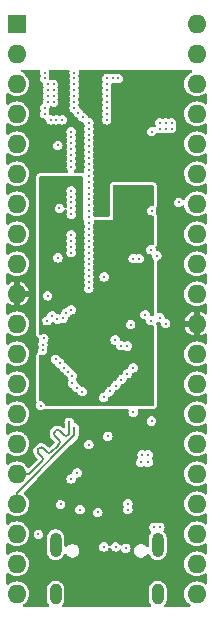
<source format=gbr>
%TF.GenerationSoftware,KiCad,Pcbnew,8.0.6*%
%TF.CreationDate,2024-11-16T14:05:28-06:00*%
%TF.ProjectId,ATesp32,41546573-7033-4322-9e6b-696361645f70,rev?*%
%TF.SameCoordinates,PX47868c0PY2faf080*%
%TF.FileFunction,Copper,L3,Inr*%
%TF.FilePolarity,Positive*%
%FSLAX46Y46*%
G04 Gerber Fmt 4.6, Leading zero omitted, Abs format (unit mm)*
G04 Created by KiCad (PCBNEW 8.0.6) date 2024-11-16 14:05:28*
%MOMM*%
%LPD*%
G01*
G04 APERTURE LIST*
%TA.AperFunction,ComponentPad*%
%ADD10R,1.600000X1.600000*%
%TD*%
%TA.AperFunction,ComponentPad*%
%ADD11O,1.600000X1.600000*%
%TD*%
%TA.AperFunction,ComponentPad*%
%ADD12O,1.000000X2.100000*%
%TD*%
%TA.AperFunction,ComponentPad*%
%ADD13O,1.000000X1.800000*%
%TD*%
%TA.AperFunction,ViaPad*%
%ADD14C,0.300000*%
%TD*%
%TA.AperFunction,Conductor*%
%ADD15C,0.200000*%
%TD*%
G04 APERTURE END LIST*
D10*
%TO.N,PB0*%
%TO.C,U2*%
X1380000Y-1370000D03*
D11*
%TO.N,PB1*%
X1380000Y-3910000D03*
%TO.N,PB2*%
X1380000Y-6450000D03*
%TO.N,PB3*%
X1380000Y-8990000D03*
%TO.N,PB4*%
X1380000Y-11530000D03*
%TO.N,PB5*%
X1380000Y-14070000D03*
%TO.N,PB6*%
X1380000Y-16610000D03*
%TO.N,PB7*%
X1380000Y-19150000D03*
%TO.N,unconnected-(U2-~{RESET}-Pad9)*%
X1380000Y-21690000D03*
%TO.N,+5V*%
X1380000Y-24230000D03*
%TO.N,GND*%
X1380000Y-26770000D03*
%TO.N,unconnected-(U2-XTAL2-Pad12)*%
X1380000Y-29310000D03*
%TO.N,unconnected-(U2-XTAL1-Pad13)*%
X1380000Y-31850000D03*
%TO.N,PD0*%
X1380000Y-34390000D03*
%TO.N,PD1*%
X1380000Y-36930000D03*
%TO.N,D_P*%
X1380000Y-39470000D03*
%TO.N,D_N*%
X1380000Y-42010000D03*
%TO.N,PD4*%
X1380000Y-44550000D03*
%TO.N,PD5*%
X1380000Y-47090000D03*
%TO.N,PD6*%
X1380000Y-49630000D03*
%TO.N,PD7*%
X16620000Y-49630000D03*
%TO.N,PC0*%
X16620000Y-47090000D03*
%TO.N,PC1*%
X16620000Y-44550000D03*
%TO.N,PC2*%
X16620000Y-42010000D03*
%TO.N,PC3*%
X16620000Y-39470000D03*
%TO.N,PC4*%
X16620000Y-36930000D03*
%TO.N,PC5*%
X16620000Y-34390000D03*
%TO.N,PC6*%
X16620000Y-31850000D03*
%TO.N,PC7*%
X16620000Y-29310000D03*
%TO.N,+5V*%
X16620000Y-26770000D03*
%TO.N,GND*%
X16620000Y-24230000D03*
%TO.N,unconnected-(U2-AREF-Pad32)*%
X16620000Y-21690000D03*
%TO.N,PA7*%
X16620000Y-19150000D03*
%TO.N,PA6*%
X16620000Y-16610000D03*
%TO.N,PA5*%
X16620000Y-14070000D03*
%TO.N,PA4*%
X16620000Y-11530000D03*
%TO.N,PA3*%
X16620000Y-8990000D03*
%TO.N,PA2*%
X16620000Y-6450000D03*
%TO.N,PA1*%
X16620000Y-3910000D03*
%TO.N,PA0*%
X16620000Y-1370000D03*
%TD*%
D12*
%TO.N,GND*%
%TO.C,J1*%
X4680000Y-45480000D03*
D13*
X4680000Y-49680000D03*
D12*
X13320000Y-45480000D03*
D13*
X13320000Y-49680000D03*
%TD*%
D14*
%TO.N,GND*%
X5000000Y-17000000D03*
X4250000Y-9500000D03*
X6250000Y-6000000D03*
X4500000Y-7500000D03*
X9000000Y-7000000D03*
X9000000Y-6000000D03*
X4000000Y-6500000D03*
X4500000Y-8000000D03*
X4000000Y-7500000D03*
X6000000Y-12500000D03*
X12800000Y-17200000D03*
X6000000Y-11000000D03*
X6250000Y-6500000D03*
X9750000Y-32000000D03*
X13500000Y-10250000D03*
X12800000Y-10500000D03*
X7500000Y-19750000D03*
X13250000Y-21000000D03*
X4000000Y-8000000D03*
X14500000Y-9750000D03*
X6000000Y-17500000D03*
X7500000Y-15750000D03*
X6000000Y-19250000D03*
X9250000Y-32500000D03*
X7500000Y-20250000D03*
X6000000Y-11500000D03*
X3400000Y-33700000D03*
X9000000Y-8500000D03*
X12500000Y-37850000D03*
X9000000Y-8000000D03*
X11250000Y-34250000D03*
X7000000Y-9300000D03*
X3750000Y-8500000D03*
X6000000Y-17000000D03*
X6000000Y-13000000D03*
X12750000Y-20500000D03*
X7500000Y-17750000D03*
X7500000Y-22750000D03*
X9500000Y-6000000D03*
X4500000Y-7000000D03*
X8750000Y-33000000D03*
X7500000Y-11250000D03*
X6600000Y-8900000D03*
X6250000Y-7000000D03*
X7500000Y-15250000D03*
X7500000Y-21750000D03*
X6000000Y-20750000D03*
X6000000Y-16500000D03*
X14500000Y-10250000D03*
X4750000Y-9500000D03*
X7500000Y-11750000D03*
X15100000Y-16500000D03*
X7500000Y-17250000D03*
X9000000Y-9500000D03*
X6000000Y-16000000D03*
X7500000Y-14250000D03*
X5105000Y-42068177D03*
X13500000Y-26250000D03*
X10250000Y-31500000D03*
X7500000Y-13750000D03*
X3750000Y-5500000D03*
X6000000Y-13500000D03*
X6250000Y-5500000D03*
X9000000Y-6500000D03*
X13500000Y-44000000D03*
X10750000Y-31000000D03*
X9000000Y-9000000D03*
X6250000Y-8500000D03*
X11750000Y-21250000D03*
X6000000Y-12000000D03*
X13000000Y-44000000D03*
X13500000Y-9750000D03*
X6740000Y-42510000D03*
X8798959Y-22798958D03*
X12750000Y-26500000D03*
X6000000Y-20250000D03*
X11250000Y-30500000D03*
X7500000Y-22250000D03*
X14000000Y-9750000D03*
X7500000Y-9750000D03*
X4500000Y-6500000D03*
X5250000Y-9500000D03*
X7500000Y-12750000D03*
X6250000Y-8000000D03*
X12000000Y-37850000D03*
X3750000Y-6000000D03*
X14000000Y-26750000D03*
X7500000Y-16250000D03*
X11250000Y-21250000D03*
X3750000Y-9000000D03*
X14000000Y-10250000D03*
X8259699Y-42741807D03*
X7500000Y-10250000D03*
X7500000Y-18750000D03*
X6000000Y-15500000D03*
X6000000Y-10500000D03*
X7500000Y-23250000D03*
X7500000Y-21250000D03*
X7500000Y-23750000D03*
X7500000Y-16750000D03*
X4000000Y-7000000D03*
X6000000Y-19750000D03*
X7500000Y-19250000D03*
X7500000Y-13250000D03*
X7500000Y-14750000D03*
X10000000Y-6000000D03*
X6250000Y-7500000D03*
X7500000Y-18250000D03*
X4000000Y-24400000D03*
X7500000Y-12250000D03*
X7500000Y-10750000D03*
X12250000Y-26000000D03*
X7500000Y-20750000D03*
X9000000Y-7500000D03*
%TO.N,+3V3*%
X4000000Y-23650000D03*
X12750000Y-15250000D03*
X12750000Y-15750000D03*
X5000000Y-16000000D03*
X7900000Y-24900000D03*
X8300000Y-24500000D03*
X12750000Y-16250000D03*
X4000000Y-32200000D03*
X12275521Y-27474479D03*
%TO.N,+5V*%
X9000000Y-17000000D03*
X12750000Y-13500000D03*
X11500000Y-42250000D03*
X9000000Y-15000000D03*
X11500000Y-41750000D03*
X6000000Y-41750000D03*
X6000000Y-40750000D03*
X12750000Y-41500000D03*
X12000000Y-41500000D03*
X4550000Y-40700000D03*
X9000000Y-14500000D03*
X9000000Y-17500000D03*
X5350000Y-41450000D03*
X6000000Y-41250000D03*
X9000000Y-14000000D03*
X12750000Y-14250000D03*
X14600000Y-14000000D03*
X8500000Y-17000000D03*
%TO.N,Net-(U1-CHIP_PU)*%
X4875000Y-11675000D03*
X6002164Y-25595753D03*
%TO.N,Net-(U5-VDD)*%
X12500000Y-38500000D03*
X10800000Y-42500000D03*
X11900000Y-38500000D03*
X10800000Y-42000000D03*
%TO.N,Net-(J1-CC2)*%
X10618644Y-45773305D03*
X3225000Y-44600521D03*
%TO.N,D+*%
X8750000Y-45650000D03*
X9750000Y-45650000D03*
%TO.N,Net-(JP4-B)*%
X6916960Y-32509491D03*
X4875000Y-21187500D03*
X5576046Y-25857334D03*
%TO.N,Net-(JP6-B)*%
X12800000Y-35000000D03*
%TO.N,PD7*%
X11036315Y-26836315D03*
%TO.N,UART_RX*%
X10197783Y-28624232D03*
%TO.N,Net-(JP7-A)*%
X6000000Y-39900000D03*
%TO.N,UART_TX*%
X7500000Y-37000000D03*
%TO.N,Net-(JP8-A)*%
X6500000Y-39400000D03*
%TO.N,Net-(U1-U0TXD)*%
X10750000Y-28650000D03*
X9100000Y-36300000D03*
%TO.N,PA2*%
X3568844Y-29031156D03*
%TO.N,PB2*%
X4375000Y-26100000D03*
%TO.N,PA5*%
X5379667Y-30478626D03*
%TO.N,PA1*%
X3600156Y-28532137D03*
%TO.N,PD6*%
X9729961Y-28142669D03*
%TO.N,PA4*%
X5026112Y-30125070D03*
%TO.N,PB1*%
X4800000Y-26370030D03*
%TO.N,PA6*%
X5745769Y-30819172D03*
%TO.N,PB6*%
X6100000Y-31800000D03*
%TO.N,PA7*%
X6086315Y-31185274D03*
%TO.N,PB0*%
X5314464Y-26283453D03*
%TO.N,D_N*%
X6275000Y-35568167D03*
%TO.N,D_P*%
X5825000Y-35100000D03*
%TO.N,PA0*%
X3684530Y-28015470D03*
%TO.N,PB3*%
X3950000Y-26513173D03*
%TO.N,PA3*%
X4672557Y-29771515D03*
%TO.N,PB7*%
X6456528Y-32180093D03*
%TD*%
D15*
%TO.N,D_N*%
X1380000Y-41120000D02*
X1380000Y-42010000D01*
X6275000Y-35568167D02*
X6275000Y-36225000D01*
X6275000Y-36225000D02*
X1380000Y-41120000D01*
%TO.N,D_P*%
X3454520Y-38479793D02*
X3393748Y-38540566D01*
X3202622Y-37718778D02*
X3539372Y-38055528D01*
X5825000Y-35100000D02*
X5825000Y-36109314D01*
X4886394Y-37047919D02*
X4843644Y-37090670D01*
X3963637Y-37631265D02*
X3626886Y-37294514D01*
X4843644Y-37090670D02*
X4303049Y-37631265D01*
X3393748Y-38540566D02*
X2464314Y-39470000D01*
X5395511Y-36199391D02*
X5027815Y-35831695D01*
X2464314Y-39470000D02*
X1380000Y-39470000D01*
X4971246Y-36963065D02*
X4886394Y-37047919D01*
X3287475Y-37294514D02*
X3202622Y-37379366D01*
X3539372Y-38394939D02*
X3454520Y-38479793D01*
X5825000Y-36109314D02*
X5734923Y-36199391D01*
X4603551Y-36255959D02*
X4971246Y-36623654D01*
X4688404Y-35831695D02*
X4603551Y-35916547D01*
X3539372Y-38055528D02*
G75*
G02*
X3539339Y-38394905I-169672J-169672D01*
G01*
X4303049Y-37631265D02*
G75*
G02*
X3963637Y-37631265I-169706J169704D01*
G01*
X4603551Y-35916547D02*
G75*
G03*
X4603504Y-36256006I169749J-169753D01*
G01*
X3202622Y-37379366D02*
G75*
G03*
X3202594Y-37718806I169678J-169734D01*
G01*
X5027815Y-35831695D02*
G75*
G03*
X4688405Y-35831695I-169705J-169703D01*
G01*
X3626886Y-37294514D02*
G75*
G03*
X3287474Y-37294513I-169706J-169703D01*
G01*
X4971246Y-36623654D02*
G75*
G02*
X4971287Y-36963105I-169746J-169746D01*
G01*
X5734923Y-36199391D02*
G75*
G02*
X5395511Y-36199391I-169706J169704D01*
G01*
%TD*%
%TA.AperFunction,Conductor*%
%TO.N,+3V3*%
G36*
X6943039Y-14269685D02*
G01*
X6988794Y-14322489D01*
X7000000Y-14374000D01*
X7000000Y-18000000D01*
X7004606Y-18004606D01*
X7055957Y-18019685D01*
X7101712Y-18072489D01*
X7111656Y-18141647D01*
X7111391Y-18143397D01*
X7094508Y-18249996D01*
X7094508Y-18250003D01*
X7114352Y-18375300D01*
X7114353Y-18375304D01*
X7149206Y-18443706D01*
X7162102Y-18512375D01*
X7149206Y-18556294D01*
X7114353Y-18624695D01*
X7114352Y-18624699D01*
X7094508Y-18749996D01*
X7094508Y-18750003D01*
X7114352Y-18875300D01*
X7114353Y-18875304D01*
X7149206Y-18943706D01*
X7162102Y-19012375D01*
X7149206Y-19056294D01*
X7114353Y-19124695D01*
X7114352Y-19124699D01*
X7094508Y-19249996D01*
X7094508Y-19250003D01*
X7114352Y-19375300D01*
X7114353Y-19375304D01*
X7149206Y-19443706D01*
X7162102Y-19512375D01*
X7149206Y-19556294D01*
X7114353Y-19624695D01*
X7114352Y-19624699D01*
X7094508Y-19749996D01*
X7094508Y-19750003D01*
X7114352Y-19875300D01*
X7114353Y-19875304D01*
X7149206Y-19943706D01*
X7162102Y-20012375D01*
X7149206Y-20056294D01*
X7114353Y-20124695D01*
X7114352Y-20124699D01*
X7094508Y-20249996D01*
X7094508Y-20250003D01*
X7114352Y-20375300D01*
X7114353Y-20375304D01*
X7149206Y-20443706D01*
X7162102Y-20512375D01*
X7149206Y-20556294D01*
X7114353Y-20624695D01*
X7114352Y-20624699D01*
X7094508Y-20749996D01*
X7094508Y-20750003D01*
X7114352Y-20875300D01*
X7114353Y-20875304D01*
X7149206Y-20943706D01*
X7162102Y-21012375D01*
X7149206Y-21056294D01*
X7114353Y-21124695D01*
X7114352Y-21124699D01*
X7094508Y-21249996D01*
X7094508Y-21250003D01*
X7114352Y-21375300D01*
X7114353Y-21375304D01*
X7149206Y-21443706D01*
X7162102Y-21512375D01*
X7149206Y-21556294D01*
X7114353Y-21624695D01*
X7114352Y-21624699D01*
X7094508Y-21749996D01*
X7094508Y-21750003D01*
X7114352Y-21875300D01*
X7114353Y-21875304D01*
X7149206Y-21943706D01*
X7162102Y-22012375D01*
X7149206Y-22056294D01*
X7114353Y-22124695D01*
X7114352Y-22124699D01*
X7094508Y-22249996D01*
X7094508Y-22250003D01*
X7114352Y-22375300D01*
X7114353Y-22375304D01*
X7149206Y-22443706D01*
X7162102Y-22512375D01*
X7149206Y-22556294D01*
X7114353Y-22624695D01*
X7114352Y-22624699D01*
X7094508Y-22749996D01*
X7094508Y-22750003D01*
X7114352Y-22875300D01*
X7114353Y-22875304D01*
X7149206Y-22943706D01*
X7162102Y-23012375D01*
X7149206Y-23056294D01*
X7114353Y-23124695D01*
X7114352Y-23124699D01*
X7094508Y-23249996D01*
X7094508Y-23250003D01*
X7114352Y-23375300D01*
X7114353Y-23375304D01*
X7149206Y-23443706D01*
X7162102Y-23512375D01*
X7149206Y-23556294D01*
X7114353Y-23624695D01*
X7114352Y-23624699D01*
X7094508Y-23749996D01*
X7094508Y-23750003D01*
X7114352Y-23875300D01*
X7114352Y-23875301D01*
X7114354Y-23875304D01*
X7171950Y-23988342D01*
X7171952Y-23988344D01*
X7171954Y-23988347D01*
X7261652Y-24078045D01*
X7261654Y-24078046D01*
X7261658Y-24078050D01*
X7374696Y-24135646D01*
X7374697Y-24135646D01*
X7374699Y-24135647D01*
X7499997Y-24155492D01*
X7500000Y-24155492D01*
X7500003Y-24155492D01*
X7625300Y-24135647D01*
X7625301Y-24135647D01*
X7625302Y-24135646D01*
X7625304Y-24135646D01*
X7738342Y-24078050D01*
X7828050Y-23988342D01*
X7885646Y-23875304D01*
X7885646Y-23875302D01*
X7885647Y-23875301D01*
X7885647Y-23875300D01*
X7905492Y-23750003D01*
X7905492Y-23749996D01*
X7885647Y-23624699D01*
X7885646Y-23624696D01*
X7850794Y-23556296D01*
X7837897Y-23487626D01*
X7850794Y-23443704D01*
X7885646Y-23375304D01*
X7905492Y-23250000D01*
X7905492Y-23249996D01*
X7885647Y-23124699D01*
X7885646Y-23124696D01*
X7850794Y-23056296D01*
X7837897Y-22987626D01*
X7850794Y-22943704D01*
X7885646Y-22875304D01*
X7885647Y-22875300D01*
X7897739Y-22798954D01*
X8393467Y-22798954D01*
X8393467Y-22798961D01*
X8413311Y-22924258D01*
X8413311Y-22924259D01*
X8413313Y-22924262D01*
X8470909Y-23037300D01*
X8470911Y-23037302D01*
X8470913Y-23037305D01*
X8560611Y-23127003D01*
X8560613Y-23127004D01*
X8560617Y-23127008D01*
X8673655Y-23184604D01*
X8673656Y-23184604D01*
X8673658Y-23184605D01*
X8798956Y-23204450D01*
X8798959Y-23204450D01*
X8798962Y-23204450D01*
X8924259Y-23184605D01*
X8924260Y-23184605D01*
X8924261Y-23184604D01*
X8924263Y-23184604D01*
X9037301Y-23127008D01*
X9127009Y-23037300D01*
X9184605Y-22924262D01*
X9184605Y-22924260D01*
X9184606Y-22924259D01*
X9184606Y-22924258D01*
X9204451Y-22798961D01*
X9204451Y-22798954D01*
X9184606Y-22673657D01*
X9184606Y-22673656D01*
X9184605Y-22673654D01*
X9127009Y-22560616D01*
X9127005Y-22560612D01*
X9127004Y-22560610D01*
X9037306Y-22470912D01*
X9037303Y-22470910D01*
X9037301Y-22470908D01*
X8924263Y-22413312D01*
X8924262Y-22413311D01*
X8924259Y-22413310D01*
X8798962Y-22393466D01*
X8798956Y-22393466D01*
X8673658Y-22413310D01*
X8673657Y-22413310D01*
X8598296Y-22451709D01*
X8560617Y-22470908D01*
X8560616Y-22470909D01*
X8560611Y-22470912D01*
X8470913Y-22560610D01*
X8470910Y-22560615D01*
X8413311Y-22673656D01*
X8413311Y-22673657D01*
X8393467Y-22798954D01*
X7897739Y-22798954D01*
X7905492Y-22750003D01*
X7905492Y-22749996D01*
X7885647Y-22624699D01*
X7885646Y-22624696D01*
X7850794Y-22556296D01*
X7837897Y-22487626D01*
X7850794Y-22443704D01*
X7885646Y-22375304D01*
X7905492Y-22250000D01*
X7905492Y-22249996D01*
X7885647Y-22124699D01*
X7885646Y-22124696D01*
X7850794Y-22056296D01*
X7837897Y-21987626D01*
X7850794Y-21943704D01*
X7885646Y-21875304D01*
X7905492Y-21750000D01*
X7905492Y-21749996D01*
X7885647Y-21624699D01*
X7885646Y-21624696D01*
X7866896Y-21587897D01*
X7850793Y-21556295D01*
X7837897Y-21487626D01*
X7850794Y-21443704D01*
X7880376Y-21385646D01*
X7885646Y-21375304D01*
X7885646Y-21375302D01*
X7885647Y-21375300D01*
X7905492Y-21250003D01*
X7905492Y-21249996D01*
X10844508Y-21249996D01*
X10844508Y-21250003D01*
X10864352Y-21375300D01*
X10864352Y-21375301D01*
X10879736Y-21405492D01*
X10921950Y-21488342D01*
X10921952Y-21488344D01*
X10921954Y-21488347D01*
X11011652Y-21578045D01*
X11011654Y-21578046D01*
X11011658Y-21578050D01*
X11124696Y-21635646D01*
X11124697Y-21635646D01*
X11124699Y-21635647D01*
X11249997Y-21655492D01*
X11250000Y-21655492D01*
X11250003Y-21655492D01*
X11375300Y-21635647D01*
X11375302Y-21635646D01*
X11375304Y-21635646D01*
X11443704Y-21600793D01*
X11512374Y-21587897D01*
X11556294Y-21600793D01*
X11624696Y-21635646D01*
X11624699Y-21635647D01*
X11749997Y-21655492D01*
X11750000Y-21655492D01*
X11750003Y-21655492D01*
X11875300Y-21635647D01*
X11875301Y-21635647D01*
X11875302Y-21635646D01*
X11875304Y-21635646D01*
X11988342Y-21578050D01*
X12078050Y-21488342D01*
X12135646Y-21375304D01*
X12135646Y-21375302D01*
X12135647Y-21375301D01*
X12135647Y-21375300D01*
X12155492Y-21250003D01*
X12155492Y-21249996D01*
X12135647Y-21124699D01*
X12135647Y-21124698D01*
X12135645Y-21124695D01*
X12078050Y-21011658D01*
X12078046Y-21011654D01*
X12078045Y-21011652D01*
X11988347Y-20921954D01*
X11988344Y-20921952D01*
X11988342Y-20921950D01*
X11875304Y-20864354D01*
X11875303Y-20864353D01*
X11875300Y-20864352D01*
X11750003Y-20844508D01*
X11749997Y-20844508D01*
X11624699Y-20864352D01*
X11624695Y-20864353D01*
X11556294Y-20899206D01*
X11487625Y-20912102D01*
X11443706Y-20899206D01*
X11375304Y-20864353D01*
X11375300Y-20864352D01*
X11250003Y-20844508D01*
X11249997Y-20844508D01*
X11124699Y-20864352D01*
X11124698Y-20864352D01*
X11078865Y-20887706D01*
X11011658Y-20921950D01*
X11011657Y-20921951D01*
X11011652Y-20921954D01*
X10921954Y-21011652D01*
X10921951Y-21011657D01*
X10864352Y-21124698D01*
X10864352Y-21124699D01*
X10844508Y-21249996D01*
X7905492Y-21249996D01*
X7885647Y-21124699D01*
X7885646Y-21124696D01*
X7885645Y-21124695D01*
X7850793Y-21056295D01*
X7837897Y-20987626D01*
X7850794Y-20943704D01*
X7855938Y-20933608D01*
X7885646Y-20875304D01*
X7885646Y-20875302D01*
X7885647Y-20875300D01*
X7905492Y-20750003D01*
X7905492Y-20749996D01*
X7885647Y-20624699D01*
X7885646Y-20624696D01*
X7850794Y-20556296D01*
X7837897Y-20487626D01*
X7850794Y-20443704D01*
X7885646Y-20375304D01*
X7885742Y-20374698D01*
X7905492Y-20250003D01*
X7905492Y-20249996D01*
X7885647Y-20124699D01*
X7885646Y-20124696D01*
X7850794Y-20056296D01*
X7837897Y-19987626D01*
X7850794Y-19943704D01*
X7885646Y-19875304D01*
X7905492Y-19750000D01*
X7905492Y-19749996D01*
X7885647Y-19624699D01*
X7885646Y-19624696D01*
X7850794Y-19556296D01*
X7837897Y-19487626D01*
X7850794Y-19443704D01*
X7885646Y-19375304D01*
X7905492Y-19250000D01*
X7905492Y-19249996D01*
X7885647Y-19124699D01*
X7885646Y-19124696D01*
X7850794Y-19056296D01*
X7837897Y-18987626D01*
X7850794Y-18943704D01*
X7885646Y-18875304D01*
X7885647Y-18875300D01*
X7905492Y-18750003D01*
X7905492Y-18749996D01*
X7885647Y-18624699D01*
X7885646Y-18624696D01*
X7850794Y-18556296D01*
X7837897Y-18487626D01*
X7850794Y-18443704D01*
X7885646Y-18375304D01*
X7905492Y-18250000D01*
X7905492Y-18249996D01*
X7888609Y-18143397D01*
X7897564Y-18074104D01*
X7942560Y-18020652D01*
X8009312Y-18000013D01*
X8011082Y-18000000D01*
X9500000Y-18000000D01*
X9500000Y-15124000D01*
X9519685Y-15056961D01*
X9572489Y-15011206D01*
X9624000Y-15000000D01*
X12876000Y-15000000D01*
X12943039Y-15019685D01*
X12988794Y-15072489D01*
X13000000Y-15124000D01*
X13000000Y-16680999D01*
X12980315Y-16748038D01*
X12927511Y-16793793D01*
X12858353Y-16803737D01*
X12856603Y-16803473D01*
X12800000Y-16794508D01*
X12799998Y-16794508D01*
X12799997Y-16794508D01*
X12674699Y-16814352D01*
X12674698Y-16814352D01*
X12599337Y-16852751D01*
X12561658Y-16871950D01*
X12561657Y-16871951D01*
X12561652Y-16871954D01*
X12471954Y-16961652D01*
X12471951Y-16961657D01*
X12414352Y-17074698D01*
X12414352Y-17074699D01*
X12394508Y-17199996D01*
X12394508Y-17200003D01*
X12414352Y-17325300D01*
X12414352Y-17325301D01*
X12415752Y-17328048D01*
X12471950Y-17438342D01*
X12471952Y-17438344D01*
X12471954Y-17438347D01*
X12561652Y-17528045D01*
X12561654Y-17528046D01*
X12561658Y-17528050D01*
X12674696Y-17585646D01*
X12674697Y-17585646D01*
X12674699Y-17585647D01*
X12799997Y-17605492D01*
X12800000Y-17605492D01*
X12800001Y-17605492D01*
X12816826Y-17602826D01*
X12856602Y-17596527D01*
X12925895Y-17605481D01*
X12979347Y-17650477D01*
X12999987Y-17717229D01*
X13000000Y-17719000D01*
X13000000Y-19988918D01*
X12980315Y-20055957D01*
X12927511Y-20101712D01*
X12858353Y-20111656D01*
X12856603Y-20111391D01*
X12750003Y-20094508D01*
X12749997Y-20094508D01*
X12624699Y-20114352D01*
X12624698Y-20114352D01*
X12549337Y-20152751D01*
X12511658Y-20171950D01*
X12511657Y-20171951D01*
X12511652Y-20171954D01*
X12421954Y-20261652D01*
X12421951Y-20261657D01*
X12364352Y-20374698D01*
X12364352Y-20374699D01*
X12344508Y-20499996D01*
X12344508Y-20500003D01*
X12364352Y-20625300D01*
X12364352Y-20625301D01*
X12364354Y-20625304D01*
X12421950Y-20738342D01*
X12421952Y-20738344D01*
X12421954Y-20738347D01*
X12511652Y-20828045D01*
X12511654Y-20828046D01*
X12511658Y-20828050D01*
X12624696Y-20885646D01*
X12742607Y-20904321D01*
X12805738Y-20934248D01*
X12842669Y-20993559D01*
X12845679Y-21007396D01*
X12864352Y-21125300D01*
X12864352Y-21125301D01*
X12869624Y-21135647D01*
X12921950Y-21238342D01*
X12921952Y-21238344D01*
X12921953Y-21238346D01*
X12963680Y-21280072D01*
X12997166Y-21341395D01*
X13000000Y-21367754D01*
X13000000Y-25988918D01*
X12980315Y-26055957D01*
X12927511Y-26101712D01*
X12858353Y-26111656D01*
X12856603Y-26111392D01*
X12844557Y-26109484D01*
X12757394Y-26095679D01*
X12694261Y-26065751D01*
X12657329Y-26006439D01*
X12654324Y-25992627D01*
X12635646Y-25874696D01*
X12578050Y-25761658D01*
X12578046Y-25761654D01*
X12578045Y-25761652D01*
X12488347Y-25671954D01*
X12488344Y-25671952D01*
X12488342Y-25671950D01*
X12375304Y-25614354D01*
X12375303Y-25614353D01*
X12375300Y-25614352D01*
X12250003Y-25594508D01*
X12249997Y-25594508D01*
X12124699Y-25614352D01*
X12124698Y-25614352D01*
X12049337Y-25652751D01*
X12011658Y-25671950D01*
X12011657Y-25671951D01*
X12011652Y-25671954D01*
X11921954Y-25761652D01*
X11921951Y-25761657D01*
X11921950Y-25761658D01*
X11916704Y-25771954D01*
X11864352Y-25874698D01*
X11864352Y-25874699D01*
X11844508Y-25999996D01*
X11844508Y-26000003D01*
X11864352Y-26125300D01*
X11864352Y-26125301D01*
X11882805Y-26161517D01*
X11921950Y-26238342D01*
X11921952Y-26238344D01*
X11921954Y-26238347D01*
X12011652Y-26328045D01*
X12011654Y-26328046D01*
X12011658Y-26328050D01*
X12124696Y-26385646D01*
X12242607Y-26404321D01*
X12305738Y-26434248D01*
X12342669Y-26493559D01*
X12345679Y-26507396D01*
X12364352Y-26625300D01*
X12364352Y-26625301D01*
X12371064Y-26638473D01*
X12421950Y-26738342D01*
X12421952Y-26738344D01*
X12421954Y-26738347D01*
X12511652Y-26828045D01*
X12511654Y-26828046D01*
X12511658Y-26828050D01*
X12624696Y-26885646D01*
X12624697Y-26885646D01*
X12624699Y-26885647D01*
X12749997Y-26905492D01*
X12750000Y-26905492D01*
X12750002Y-26905492D01*
X12856602Y-26888608D01*
X12925895Y-26897562D01*
X12979347Y-26942559D01*
X12999987Y-27009310D01*
X13000000Y-27011081D01*
X13000000Y-33626000D01*
X12980315Y-33693039D01*
X12927511Y-33738794D01*
X12876000Y-33750000D01*
X3919317Y-33750000D01*
X3852278Y-33730315D01*
X3806523Y-33677511D01*
X3796844Y-33645402D01*
X3785646Y-33574696D01*
X3728050Y-33461658D01*
X3728046Y-33461654D01*
X3728045Y-33461652D01*
X3638347Y-33371954D01*
X3638344Y-33371952D01*
X3638342Y-33371950D01*
X3525304Y-33314354D01*
X3525303Y-33314353D01*
X3525300Y-33314352D01*
X3400003Y-33294508D01*
X3400001Y-33294508D01*
X3400000Y-33294508D01*
X3393396Y-33295554D01*
X3324102Y-33286597D01*
X3270651Y-33241600D01*
X3250013Y-33174848D01*
X3250000Y-33173080D01*
X3250000Y-32999996D01*
X8344508Y-32999996D01*
X8344508Y-33000003D01*
X8364352Y-33125300D01*
X8364352Y-33125301D01*
X8364354Y-33125304D01*
X8421950Y-33238342D01*
X8421952Y-33238344D01*
X8421954Y-33238347D01*
X8511652Y-33328045D01*
X8511654Y-33328046D01*
X8511658Y-33328050D01*
X8624696Y-33385646D01*
X8624697Y-33385646D01*
X8624699Y-33385647D01*
X8749997Y-33405492D01*
X8750000Y-33405492D01*
X8750003Y-33405492D01*
X8875300Y-33385647D01*
X8875301Y-33385647D01*
X8875302Y-33385646D01*
X8875304Y-33385646D01*
X8988342Y-33328050D01*
X9078050Y-33238342D01*
X9135646Y-33125304D01*
X9154321Y-33007392D01*
X9184248Y-32944262D01*
X9243559Y-32907330D01*
X9257372Y-32904324D01*
X9375304Y-32885646D01*
X9488342Y-32828050D01*
X9578050Y-32738342D01*
X9635646Y-32625304D01*
X9654321Y-32507392D01*
X9684248Y-32444262D01*
X9743559Y-32407330D01*
X9757372Y-32404324D01*
X9875304Y-32385646D01*
X9988342Y-32328050D01*
X10078050Y-32238342D01*
X10135646Y-32125304D01*
X10154321Y-32007392D01*
X10184248Y-31944262D01*
X10243559Y-31907330D01*
X10257372Y-31904324D01*
X10375304Y-31885646D01*
X10488342Y-31828050D01*
X10578050Y-31738342D01*
X10635646Y-31625304D01*
X10654321Y-31507392D01*
X10684248Y-31444262D01*
X10743559Y-31407330D01*
X10757372Y-31404324D01*
X10875304Y-31385646D01*
X10988342Y-31328050D01*
X11078050Y-31238342D01*
X11135646Y-31125304D01*
X11154321Y-31007392D01*
X11184248Y-30944262D01*
X11243559Y-30907330D01*
X11257372Y-30904324D01*
X11375304Y-30885646D01*
X11488342Y-30828050D01*
X11578050Y-30738342D01*
X11635646Y-30625304D01*
X11635646Y-30625302D01*
X11635647Y-30625301D01*
X11635647Y-30625300D01*
X11655492Y-30500003D01*
X11655492Y-30499996D01*
X11635647Y-30374699D01*
X11635647Y-30374698D01*
X11624755Y-30353322D01*
X11578050Y-30261658D01*
X11578046Y-30261654D01*
X11578045Y-30261652D01*
X11488347Y-30171954D01*
X11488344Y-30171952D01*
X11488342Y-30171950D01*
X11375304Y-30114354D01*
X11375303Y-30114353D01*
X11375300Y-30114352D01*
X11250003Y-30094508D01*
X11249997Y-30094508D01*
X11124699Y-30114352D01*
X11124698Y-30114352D01*
X11053607Y-30150576D01*
X11011658Y-30171950D01*
X11011657Y-30171951D01*
X11011652Y-30171954D01*
X10921954Y-30261652D01*
X10921951Y-30261657D01*
X10864352Y-30374698D01*
X10864352Y-30374699D01*
X10845679Y-30492603D01*
X10815750Y-30555738D01*
X10756439Y-30592670D01*
X10742603Y-30595679D01*
X10624699Y-30614352D01*
X10624698Y-30614352D01*
X10549337Y-30652751D01*
X10511658Y-30671950D01*
X10511657Y-30671951D01*
X10511652Y-30671954D01*
X10421954Y-30761652D01*
X10421951Y-30761657D01*
X10364352Y-30874698D01*
X10364352Y-30874699D01*
X10345679Y-30992603D01*
X10315750Y-31055738D01*
X10256439Y-31092670D01*
X10242603Y-31095679D01*
X10124699Y-31114352D01*
X10124698Y-31114352D01*
X10060199Y-31147217D01*
X10011658Y-31171950D01*
X10011657Y-31171951D01*
X10011652Y-31171954D01*
X9921954Y-31261652D01*
X9921951Y-31261657D01*
X9864352Y-31374698D01*
X9864352Y-31374699D01*
X9845679Y-31492603D01*
X9815750Y-31555738D01*
X9756439Y-31592670D01*
X9742603Y-31595679D01*
X9624699Y-31614352D01*
X9624698Y-31614352D01*
X9549337Y-31652751D01*
X9511658Y-31671950D01*
X9511657Y-31671951D01*
X9511652Y-31671954D01*
X9421954Y-31761652D01*
X9421951Y-31761657D01*
X9364352Y-31874698D01*
X9364352Y-31874699D01*
X9345679Y-31992603D01*
X9315750Y-32055738D01*
X9256439Y-32092670D01*
X9242603Y-32095679D01*
X9124699Y-32114352D01*
X9124698Y-32114352D01*
X9049337Y-32152751D01*
X9011658Y-32171950D01*
X9011657Y-32171951D01*
X9011652Y-32171954D01*
X8921954Y-32261652D01*
X8921951Y-32261657D01*
X8864352Y-32374698D01*
X8864352Y-32374699D01*
X8845679Y-32492603D01*
X8815750Y-32555738D01*
X8756439Y-32592670D01*
X8742603Y-32595679D01*
X8624699Y-32614352D01*
X8624698Y-32614352D01*
X8584578Y-32634795D01*
X8511658Y-32671950D01*
X8511657Y-32671951D01*
X8511652Y-32671954D01*
X8421954Y-32761652D01*
X8421951Y-32761657D01*
X8364352Y-32874698D01*
X8364352Y-32874699D01*
X8344508Y-32999996D01*
X3250000Y-32999996D01*
X3250000Y-29771511D01*
X4267065Y-29771511D01*
X4267065Y-29771518D01*
X4286909Y-29896815D01*
X4286909Y-29896816D01*
X4286911Y-29896819D01*
X4344507Y-30009857D01*
X4344509Y-30009859D01*
X4344511Y-30009862D01*
X4434209Y-30099560D01*
X4434211Y-30099561D01*
X4434215Y-30099565D01*
X4547253Y-30157161D01*
X4547254Y-30157161D01*
X4547256Y-30157162D01*
X4556538Y-30160178D01*
X4555387Y-30163718D01*
X4601803Y-30185679D01*
X4636546Y-30241383D01*
X4637449Y-30241090D01*
X4638629Y-30244723D01*
X4638779Y-30244963D01*
X4638925Y-30245632D01*
X4640464Y-30250371D01*
X4658917Y-30286587D01*
X4698062Y-30363412D01*
X4698064Y-30363414D01*
X4698066Y-30363417D01*
X4787764Y-30453115D01*
X4787766Y-30453116D01*
X4787770Y-30453120D01*
X4900808Y-30510716D01*
X4900809Y-30510716D01*
X4900811Y-30510717D01*
X4910093Y-30513733D01*
X4908942Y-30517273D01*
X4955358Y-30539234D01*
X4990101Y-30594939D01*
X4991004Y-30594646D01*
X4992184Y-30598277D01*
X4992334Y-30598518D01*
X4992480Y-30599190D01*
X4994019Y-30603927D01*
X5012472Y-30640143D01*
X5051617Y-30716968D01*
X5051619Y-30716970D01*
X5051621Y-30716973D01*
X5141319Y-30806671D01*
X5141321Y-30806672D01*
X5141325Y-30806676D01*
X5254363Y-30864272D01*
X5263331Y-30865692D01*
X5326467Y-30895620D01*
X5353438Y-30936929D01*
X5355693Y-30935781D01*
X5360122Y-30944474D01*
X5360123Y-30944476D01*
X5417719Y-31057514D01*
X5417721Y-31057516D01*
X5417723Y-31057519D01*
X5507421Y-31147217D01*
X5507423Y-31147218D01*
X5507427Y-31147222D01*
X5620465Y-31204818D01*
X5620467Y-31204818D01*
X5629161Y-31209248D01*
X5627858Y-31211804D01*
X5672753Y-31242491D01*
X5699247Y-31301604D01*
X5700667Y-31310575D01*
X5700669Y-31310578D01*
X5749030Y-31405492D01*
X5758266Y-31423617D01*
X5762989Y-31430118D01*
X5786467Y-31495925D01*
X5773154Y-31559296D01*
X5714352Y-31674698D01*
X5714352Y-31674699D01*
X5694508Y-31799996D01*
X5694508Y-31800003D01*
X5714352Y-31925300D01*
X5714352Y-31925301D01*
X5732805Y-31961517D01*
X5771950Y-32038342D01*
X5771952Y-32038344D01*
X5771954Y-32038347D01*
X5861652Y-32128045D01*
X5861654Y-32128046D01*
X5861658Y-32128050D01*
X5974696Y-32185646D01*
X5974706Y-32185647D01*
X5983834Y-32188614D01*
X6041510Y-32228051D01*
X6067991Y-32287148D01*
X6070880Y-32305394D01*
X6070882Y-32305397D01*
X6128478Y-32418435D01*
X6128480Y-32418437D01*
X6128482Y-32418440D01*
X6218180Y-32508138D01*
X6218182Y-32508139D01*
X6218186Y-32508143D01*
X6331224Y-32565739D01*
X6448203Y-32584266D01*
X6511335Y-32614195D01*
X6539286Y-32650442D01*
X6588910Y-32747833D01*
X6588912Y-32747835D01*
X6588914Y-32747838D01*
X6678612Y-32837536D01*
X6678614Y-32837537D01*
X6678618Y-32837541D01*
X6791656Y-32895137D01*
X6791657Y-32895137D01*
X6791659Y-32895138D01*
X6916957Y-32914983D01*
X6916960Y-32914983D01*
X6916963Y-32914983D01*
X7042260Y-32895138D01*
X7042261Y-32895138D01*
X7042262Y-32895137D01*
X7042264Y-32895137D01*
X7155302Y-32837541D01*
X7245010Y-32747833D01*
X7302606Y-32634795D01*
X7302606Y-32634793D01*
X7302607Y-32634792D01*
X7302607Y-32634791D01*
X7322452Y-32509494D01*
X7322452Y-32509487D01*
X7302607Y-32384190D01*
X7302607Y-32384189D01*
X7302606Y-32384187D01*
X7245010Y-32271149D01*
X7245006Y-32271145D01*
X7245005Y-32271143D01*
X7155307Y-32181445D01*
X7155304Y-32181443D01*
X7155302Y-32181441D01*
X7050517Y-32128050D01*
X7042261Y-32123843D01*
X6925286Y-32105317D01*
X6862151Y-32075388D01*
X6834201Y-32039142D01*
X6784578Y-31941751D01*
X6784576Y-31941749D01*
X6784573Y-31941745D01*
X6694875Y-31852047D01*
X6694872Y-31852045D01*
X6694870Y-31852043D01*
X6581832Y-31794447D01*
X6581830Y-31794446D01*
X6581827Y-31794445D01*
X6572685Y-31791474D01*
X6515012Y-31752034D01*
X6488535Y-31692943D01*
X6485646Y-31674696D01*
X6428050Y-31561658D01*
X6428048Y-31561656D01*
X6423326Y-31555156D01*
X6399848Y-31489349D01*
X6413161Y-31425978D01*
X6422663Y-31407330D01*
X6471961Y-31310578D01*
X6471961Y-31310576D01*
X6471962Y-31310575D01*
X6471962Y-31310574D01*
X6491807Y-31185277D01*
X6491807Y-31185270D01*
X6471962Y-31059973D01*
X6471962Y-31059972D01*
X6469805Y-31055738D01*
X6414365Y-30946932D01*
X6414361Y-30946928D01*
X6414360Y-30946926D01*
X6324662Y-30857228D01*
X6324659Y-30857226D01*
X6324657Y-30857224D01*
X6211619Y-30799628D01*
X6211617Y-30799627D01*
X6202924Y-30795198D01*
X6204224Y-30792646D01*
X6159305Y-30761923D01*
X6132835Y-30702836D01*
X6131415Y-30693870D01*
X6131415Y-30693868D01*
X6073819Y-30580830D01*
X6073815Y-30580826D01*
X6073814Y-30580824D01*
X5984116Y-30491126D01*
X5984113Y-30491124D01*
X5984111Y-30491122D01*
X5907286Y-30451977D01*
X5871070Y-30433524D01*
X5862099Y-30432104D01*
X5798964Y-30402175D01*
X5772003Y-30360866D01*
X5769743Y-30362018D01*
X5765313Y-30353324D01*
X5765313Y-30353322D01*
X5707717Y-30240284D01*
X5707713Y-30240280D01*
X5707712Y-30240278D01*
X5618014Y-30150580D01*
X5618011Y-30150578D01*
X5618009Y-30150576D01*
X5517891Y-30099563D01*
X5504968Y-30092978D01*
X5495687Y-30089963D01*
X5496830Y-30086445D01*
X5450285Y-30064339D01*
X5415721Y-30008743D01*
X5414775Y-30009051D01*
X5413528Y-30005215D01*
X5413396Y-30005002D01*
X5413268Y-30004414D01*
X5411759Y-29999769D01*
X5411758Y-29999767D01*
X5411758Y-29999766D01*
X5354162Y-29886728D01*
X5354158Y-29886724D01*
X5354157Y-29886722D01*
X5264459Y-29797024D01*
X5264456Y-29797022D01*
X5264454Y-29797020D01*
X5187629Y-29757875D01*
X5151413Y-29739422D01*
X5142132Y-29736407D01*
X5143275Y-29732887D01*
X5096742Y-29710795D01*
X5062162Y-29655189D01*
X5061220Y-29655496D01*
X5059980Y-29651681D01*
X5059844Y-29651462D01*
X5059713Y-29650859D01*
X5058204Y-29646214D01*
X5058203Y-29646212D01*
X5058203Y-29646211D01*
X5000607Y-29533173D01*
X5000603Y-29533169D01*
X5000602Y-29533167D01*
X4910904Y-29443469D01*
X4910901Y-29443467D01*
X4910899Y-29443465D01*
X4797861Y-29385869D01*
X4797860Y-29385868D01*
X4797857Y-29385867D01*
X4672560Y-29366023D01*
X4672554Y-29366023D01*
X4547256Y-29385867D01*
X4547255Y-29385867D01*
X4486542Y-29416803D01*
X4434215Y-29443465D01*
X4434214Y-29443466D01*
X4434209Y-29443469D01*
X4344511Y-29533167D01*
X4344508Y-29533172D01*
X4286909Y-29646213D01*
X4286909Y-29646214D01*
X4267065Y-29771511D01*
X3250000Y-29771511D01*
X3250000Y-29520537D01*
X3269685Y-29453498D01*
X3322489Y-29407743D01*
X3391647Y-29397799D01*
X3430292Y-29410051D01*
X3443540Y-29416802D01*
X3443544Y-29416802D01*
X3443545Y-29416803D01*
X3443543Y-29416803D01*
X3568841Y-29436648D01*
X3568844Y-29436648D01*
X3568847Y-29436648D01*
X3694144Y-29416803D01*
X3694145Y-29416803D01*
X3694146Y-29416802D01*
X3694148Y-29416802D01*
X3807186Y-29359206D01*
X3896894Y-29269498D01*
X3954490Y-29156460D01*
X3954490Y-29156458D01*
X3954491Y-29156457D01*
X3954491Y-29156456D01*
X3974336Y-29031159D01*
X3974336Y-29031152D01*
X3954491Y-28905856D01*
X3954490Y-28905854D01*
X3954490Y-28905852D01*
X3935542Y-28868665D01*
X3922647Y-28799999D01*
X3935542Y-28756081D01*
X3985802Y-28657441D01*
X3986981Y-28650000D01*
X4005648Y-28532140D01*
X4005648Y-28532133D01*
X3985803Y-28406836D01*
X3985801Y-28406831D01*
X3984089Y-28403470D01*
X3983239Y-28398946D01*
X3982787Y-28397554D01*
X3982967Y-28397495D01*
X3971194Y-28334801D01*
X3997472Y-28270061D01*
X4006881Y-28259510D01*
X4012580Y-28253812D01*
X4069212Y-28142665D01*
X9324469Y-28142665D01*
X9324469Y-28142672D01*
X9344313Y-28267969D01*
X9344313Y-28267970D01*
X9357472Y-28293795D01*
X9401911Y-28381011D01*
X9401913Y-28381013D01*
X9401915Y-28381016D01*
X9491613Y-28470714D01*
X9491615Y-28470715D01*
X9491619Y-28470719D01*
X9604657Y-28528315D01*
X9692555Y-28542236D01*
X9755688Y-28572164D01*
X9792619Y-28631475D01*
X9795629Y-28645311D01*
X9812135Y-28749533D01*
X9830588Y-28785749D01*
X9869733Y-28862574D01*
X9869735Y-28862576D01*
X9869737Y-28862579D01*
X9959435Y-28952277D01*
X9959437Y-28952278D01*
X9959441Y-28952282D01*
X10072479Y-29009878D01*
X10072480Y-29009878D01*
X10072482Y-29009879D01*
X10197780Y-29029724D01*
X10197783Y-29029724D01*
X10197786Y-29029724D01*
X10323083Y-29009879D01*
X10323085Y-29009878D01*
X10323087Y-29009878D01*
X10392310Y-28974606D01*
X10460978Y-28961710D01*
X10504900Y-28974606D01*
X10511656Y-28978048D01*
X10511658Y-28978050D01*
X10624696Y-29035646D01*
X10624697Y-29035646D01*
X10624699Y-29035647D01*
X10749997Y-29055492D01*
X10750000Y-29055492D01*
X10750003Y-29055492D01*
X10875300Y-29035647D01*
X10875301Y-29035647D01*
X10875302Y-29035646D01*
X10875304Y-29035646D01*
X10988342Y-28978050D01*
X11078050Y-28888342D01*
X11135646Y-28775304D01*
X11135646Y-28775302D01*
X11135647Y-28775301D01*
X11135647Y-28775300D01*
X11155492Y-28650003D01*
X11155492Y-28649996D01*
X11135647Y-28524699D01*
X11135647Y-28524698D01*
X11135646Y-28524696D01*
X11078050Y-28411658D01*
X11078046Y-28411654D01*
X11078045Y-28411652D01*
X10988347Y-28321954D01*
X10988344Y-28321952D01*
X10988342Y-28321950D01*
X10875304Y-28264354D01*
X10875303Y-28264353D01*
X10875300Y-28264352D01*
X10750003Y-28244508D01*
X10749997Y-28244508D01*
X10624699Y-28264352D01*
X10624697Y-28264353D01*
X10555469Y-28299626D01*
X10486800Y-28312521D01*
X10442881Y-28299625D01*
X10436126Y-28296183D01*
X10436125Y-28296182D01*
X10323087Y-28238586D01*
X10323086Y-28238585D01*
X10323083Y-28238584D01*
X10235190Y-28224664D01*
X10172055Y-28194735D01*
X10135123Y-28135424D01*
X10132117Y-28121607D01*
X10115607Y-28017365D01*
X10058011Y-27904327D01*
X10058007Y-27904323D01*
X10058006Y-27904321D01*
X9968308Y-27814623D01*
X9968305Y-27814621D01*
X9968303Y-27814619D01*
X9855265Y-27757023D01*
X9855264Y-27757022D01*
X9855261Y-27757021D01*
X9729964Y-27737177D01*
X9729958Y-27737177D01*
X9604660Y-27757021D01*
X9604659Y-27757021D01*
X9529298Y-27795420D01*
X9491619Y-27814619D01*
X9491618Y-27814620D01*
X9491613Y-27814623D01*
X9401915Y-27904321D01*
X9401912Y-27904326D01*
X9344313Y-28017367D01*
X9344313Y-28017368D01*
X9324469Y-28142665D01*
X4069212Y-28142665D01*
X4070176Y-28140774D01*
X4070176Y-28140772D01*
X4070177Y-28140771D01*
X4070177Y-28140770D01*
X4090022Y-28015473D01*
X4090022Y-28015466D01*
X4070177Y-27890169D01*
X4070177Y-27890168D01*
X4070176Y-27890166D01*
X4012580Y-27777128D01*
X4012576Y-27777124D01*
X4012575Y-27777122D01*
X3922877Y-27687424D01*
X3922874Y-27687422D01*
X3922872Y-27687420D01*
X3809834Y-27629824D01*
X3809833Y-27629823D01*
X3809830Y-27629822D01*
X3684533Y-27609978D01*
X3684527Y-27609978D01*
X3559229Y-27629822D01*
X3559228Y-27629822D01*
X3486279Y-27666992D01*
X3446188Y-27687420D01*
X3446186Y-27687421D01*
X3437493Y-27691851D01*
X3436809Y-27690509D01*
X3381072Y-27710393D01*
X3313019Y-27694564D01*
X3264327Y-27644455D01*
X3250000Y-27586595D01*
X3250000Y-26513169D01*
X3544508Y-26513169D01*
X3544508Y-26513176D01*
X3564352Y-26638473D01*
X3564352Y-26638474D01*
X3574400Y-26658194D01*
X3621950Y-26751515D01*
X3621952Y-26751517D01*
X3621954Y-26751520D01*
X3711652Y-26841218D01*
X3711654Y-26841219D01*
X3711658Y-26841223D01*
X3824696Y-26898819D01*
X3824697Y-26898819D01*
X3824699Y-26898820D01*
X3949997Y-26918665D01*
X3950000Y-26918665D01*
X3950003Y-26918665D01*
X4075300Y-26898820D01*
X4075301Y-26898820D01*
X4075302Y-26898819D01*
X4075304Y-26898819D01*
X4188342Y-26841223D01*
X4193254Y-26836311D01*
X10630823Y-26836311D01*
X10630823Y-26836318D01*
X10650667Y-26961615D01*
X10650667Y-26961616D01*
X10650669Y-26961619D01*
X10708265Y-27074657D01*
X10708267Y-27074659D01*
X10708269Y-27074662D01*
X10797967Y-27164360D01*
X10797969Y-27164361D01*
X10797973Y-27164365D01*
X10911011Y-27221961D01*
X10911012Y-27221961D01*
X10911014Y-27221962D01*
X11036312Y-27241807D01*
X11036315Y-27241807D01*
X11036318Y-27241807D01*
X11161615Y-27221962D01*
X11161616Y-27221962D01*
X11161617Y-27221961D01*
X11161619Y-27221961D01*
X11274657Y-27164365D01*
X11364365Y-27074657D01*
X11421961Y-26961619D01*
X11421961Y-26961617D01*
X11421962Y-26961616D01*
X11421962Y-26961615D01*
X11441807Y-26836318D01*
X11441807Y-26836311D01*
X11421962Y-26711014D01*
X11421962Y-26711013D01*
X11412112Y-26691681D01*
X11364365Y-26597973D01*
X11364361Y-26597969D01*
X11364360Y-26597967D01*
X11274662Y-26508269D01*
X11274659Y-26508267D01*
X11274657Y-26508265D01*
X11161619Y-26450669D01*
X11161618Y-26450668D01*
X11161615Y-26450667D01*
X11036318Y-26430823D01*
X11036312Y-26430823D01*
X10911014Y-26450667D01*
X10911013Y-26450667D01*
X10837074Y-26488342D01*
X10797973Y-26508265D01*
X10797972Y-26508266D01*
X10797967Y-26508269D01*
X10708269Y-26597967D01*
X10708266Y-26597972D01*
X10708265Y-26597973D01*
X10701374Y-26611498D01*
X10650667Y-26711013D01*
X10650667Y-26711014D01*
X10630823Y-26836311D01*
X4193254Y-26836311D01*
X4278050Y-26751515D01*
X4314334Y-26680303D01*
X4362304Y-26629511D01*
X4430125Y-26612715D01*
X4496260Y-26635252D01*
X4512497Y-26648920D01*
X4561652Y-26698075D01*
X4561654Y-26698076D01*
X4561658Y-26698080D01*
X4674696Y-26755676D01*
X4674697Y-26755676D01*
X4674699Y-26755677D01*
X4799997Y-26775522D01*
X4800000Y-26775522D01*
X4800003Y-26775522D01*
X4925300Y-26755677D01*
X4925301Y-26755677D01*
X4925302Y-26755676D01*
X4925304Y-26755676D01*
X5038342Y-26698080D01*
X5044743Y-26691678D01*
X5106061Y-26658194D01*
X5175753Y-26663176D01*
X5188714Y-26668872D01*
X5189160Y-26669099D01*
X5189161Y-26669099D01*
X5189163Y-26669100D01*
X5314461Y-26688945D01*
X5314464Y-26688945D01*
X5314467Y-26688945D01*
X5439764Y-26669100D01*
X5439765Y-26669100D01*
X5439766Y-26669099D01*
X5439768Y-26669099D01*
X5552806Y-26611503D01*
X5642514Y-26521795D01*
X5700110Y-26408757D01*
X5700110Y-26408755D01*
X5700111Y-26408754D01*
X5700111Y-26408753D01*
X5718679Y-26291518D01*
X5748608Y-26228383D01*
X5784860Y-26200429D01*
X5814384Y-26185386D01*
X5814383Y-26185386D01*
X5814388Y-26185384D01*
X5904096Y-26095676D01*
X5919142Y-26066145D01*
X5967114Y-26015351D01*
X6010229Y-25999968D01*
X6127464Y-25981400D01*
X6127465Y-25981400D01*
X6127466Y-25981399D01*
X6127468Y-25981399D01*
X6240506Y-25923803D01*
X6330214Y-25834095D01*
X6387810Y-25721057D01*
X6387810Y-25721055D01*
X6387811Y-25721054D01*
X6387811Y-25721053D01*
X6407656Y-25595756D01*
X6407656Y-25595749D01*
X6387811Y-25470452D01*
X6387811Y-25470451D01*
X6378329Y-25451842D01*
X6330214Y-25357411D01*
X6330210Y-25357407D01*
X6330209Y-25357405D01*
X6240511Y-25267707D01*
X6240508Y-25267705D01*
X6240506Y-25267703D01*
X6127468Y-25210107D01*
X6127467Y-25210106D01*
X6127464Y-25210105D01*
X6002167Y-25190261D01*
X6002161Y-25190261D01*
X5876863Y-25210105D01*
X5876862Y-25210105D01*
X5801501Y-25248504D01*
X5763822Y-25267703D01*
X5763821Y-25267704D01*
X5763816Y-25267707D01*
X5674115Y-25357408D01*
X5659066Y-25386943D01*
X5611090Y-25437738D01*
X5567980Y-25453119D01*
X5450744Y-25471686D01*
X5375383Y-25510085D01*
X5337704Y-25529284D01*
X5337703Y-25529285D01*
X5337698Y-25529288D01*
X5248000Y-25618986D01*
X5247997Y-25618991D01*
X5190398Y-25732032D01*
X5190398Y-25732033D01*
X5171830Y-25849269D01*
X5141901Y-25912404D01*
X5105655Y-25940354D01*
X5076123Y-25955402D01*
X5069717Y-25961808D01*
X5008393Y-25995290D01*
X4938701Y-25990303D01*
X4925749Y-25984610D01*
X4925306Y-25984384D01*
X4925301Y-25984382D01*
X4813963Y-25966749D01*
X4750829Y-25936820D01*
X4722877Y-25900572D01*
X4703050Y-25861658D01*
X4703049Y-25861657D01*
X4703045Y-25861652D01*
X4613347Y-25771954D01*
X4613344Y-25771952D01*
X4613342Y-25771950D01*
X4500304Y-25714354D01*
X4500303Y-25714353D01*
X4500300Y-25714352D01*
X4375003Y-25694508D01*
X4374997Y-25694508D01*
X4249699Y-25714352D01*
X4249698Y-25714352D01*
X4174337Y-25752751D01*
X4136658Y-25771950D01*
X4136657Y-25771951D01*
X4136652Y-25771954D01*
X4046954Y-25861652D01*
X4046951Y-25861657D01*
X4046950Y-25861658D01*
X4027751Y-25899337D01*
X3989352Y-25974698D01*
X3982854Y-26015728D01*
X3952924Y-26078863D01*
X3893612Y-26115793D01*
X3879779Y-26118802D01*
X3824698Y-26127525D01*
X3749337Y-26165924D01*
X3711658Y-26185123D01*
X3711657Y-26185124D01*
X3711652Y-26185127D01*
X3621954Y-26274825D01*
X3621951Y-26274830D01*
X3564352Y-26387871D01*
X3564352Y-26387872D01*
X3544508Y-26513169D01*
X3250000Y-26513169D01*
X3250000Y-24399996D01*
X3594508Y-24399996D01*
X3594508Y-24400003D01*
X3614352Y-24525300D01*
X3614352Y-24525301D01*
X3614354Y-24525304D01*
X3671950Y-24638342D01*
X3671952Y-24638344D01*
X3671954Y-24638347D01*
X3761652Y-24728045D01*
X3761654Y-24728046D01*
X3761658Y-24728050D01*
X3874696Y-24785646D01*
X3874697Y-24785646D01*
X3874699Y-24785647D01*
X3999997Y-24805492D01*
X4000000Y-24805492D01*
X4000003Y-24805492D01*
X4125300Y-24785647D01*
X4125301Y-24785647D01*
X4125302Y-24785646D01*
X4125304Y-24785646D01*
X4238342Y-24728050D01*
X4328050Y-24638342D01*
X4385646Y-24525304D01*
X4385646Y-24525302D01*
X4385647Y-24525301D01*
X4385647Y-24525300D01*
X4405492Y-24400003D01*
X4405492Y-24399996D01*
X4385647Y-24274699D01*
X4385647Y-24274698D01*
X4385646Y-24274696D01*
X4328050Y-24161658D01*
X4328046Y-24161654D01*
X4328045Y-24161652D01*
X4238347Y-24071954D01*
X4238344Y-24071952D01*
X4238342Y-24071950D01*
X4125304Y-24014354D01*
X4125303Y-24014353D01*
X4125300Y-24014352D01*
X4000003Y-23994508D01*
X3999997Y-23994508D01*
X3874699Y-24014352D01*
X3874698Y-24014352D01*
X3799337Y-24052751D01*
X3761658Y-24071950D01*
X3761657Y-24071951D01*
X3761652Y-24071954D01*
X3671954Y-24161652D01*
X3671951Y-24161657D01*
X3614352Y-24274698D01*
X3614352Y-24274699D01*
X3594508Y-24399996D01*
X3250000Y-24399996D01*
X3250000Y-21187496D01*
X4469508Y-21187496D01*
X4469508Y-21187503D01*
X4489352Y-21312800D01*
X4489352Y-21312801D01*
X4489354Y-21312804D01*
X4546950Y-21425842D01*
X4546952Y-21425844D01*
X4546954Y-21425847D01*
X4636652Y-21515545D01*
X4636654Y-21515546D01*
X4636658Y-21515550D01*
X4749696Y-21573146D01*
X4749697Y-21573146D01*
X4749699Y-21573147D01*
X4874997Y-21592992D01*
X4875000Y-21592992D01*
X4875003Y-21592992D01*
X5000300Y-21573147D01*
X5000301Y-21573147D01*
X5000302Y-21573146D01*
X5000304Y-21573146D01*
X5113342Y-21515550D01*
X5203050Y-21425842D01*
X5260646Y-21312804D01*
X5260646Y-21312802D01*
X5260647Y-21312801D01*
X5260647Y-21312800D01*
X5280492Y-21187503D01*
X5280492Y-21187496D01*
X5260647Y-21062199D01*
X5260647Y-21062198D01*
X5257639Y-21056294D01*
X5203050Y-20949158D01*
X5203046Y-20949154D01*
X5203045Y-20949152D01*
X5113347Y-20859454D01*
X5113344Y-20859452D01*
X5113342Y-20859450D01*
X5000304Y-20801854D01*
X5000303Y-20801853D01*
X5000300Y-20801852D01*
X4875003Y-20782008D01*
X4874997Y-20782008D01*
X4749699Y-20801852D01*
X4749698Y-20801852D01*
X4674337Y-20840251D01*
X4636658Y-20859450D01*
X4636657Y-20859451D01*
X4636652Y-20859454D01*
X4546954Y-20949152D01*
X4546951Y-20949157D01*
X4489352Y-21062198D01*
X4489352Y-21062199D01*
X4469508Y-21187496D01*
X3250000Y-21187496D01*
X3250000Y-19249996D01*
X5594508Y-19249996D01*
X5594508Y-19250003D01*
X5614352Y-19375300D01*
X5614353Y-19375304D01*
X5649206Y-19443706D01*
X5662102Y-19512375D01*
X5649206Y-19556294D01*
X5614353Y-19624695D01*
X5614352Y-19624699D01*
X5594508Y-19749996D01*
X5594508Y-19750003D01*
X5614352Y-19875300D01*
X5614353Y-19875304D01*
X5649206Y-19943706D01*
X5662102Y-20012375D01*
X5649206Y-20056294D01*
X5614353Y-20124695D01*
X5614352Y-20124699D01*
X5594508Y-20249996D01*
X5594508Y-20250003D01*
X5614352Y-20375300D01*
X5614353Y-20375304D01*
X5649206Y-20443706D01*
X5662102Y-20512375D01*
X5649206Y-20556294D01*
X5614353Y-20624695D01*
X5614352Y-20624699D01*
X5594508Y-20749996D01*
X5594508Y-20750003D01*
X5614352Y-20875300D01*
X5614352Y-20875301D01*
X5620673Y-20887706D01*
X5671950Y-20988342D01*
X5671952Y-20988344D01*
X5671954Y-20988347D01*
X5761652Y-21078045D01*
X5761654Y-21078046D01*
X5761658Y-21078050D01*
X5874696Y-21135646D01*
X5874697Y-21135646D01*
X5874699Y-21135647D01*
X5999997Y-21155492D01*
X6000000Y-21155492D01*
X6000003Y-21155492D01*
X6125300Y-21135647D01*
X6125301Y-21135647D01*
X6125302Y-21135646D01*
X6125304Y-21135646D01*
X6238342Y-21078050D01*
X6328050Y-20988342D01*
X6385646Y-20875304D01*
X6385646Y-20875302D01*
X6385647Y-20875301D01*
X6385647Y-20875300D01*
X6405492Y-20750003D01*
X6405492Y-20749996D01*
X6385647Y-20624699D01*
X6385646Y-20624696D01*
X6350794Y-20556296D01*
X6337897Y-20487626D01*
X6350794Y-20443704D01*
X6385646Y-20375304D01*
X6385742Y-20374698D01*
X6405492Y-20250003D01*
X6405492Y-20249996D01*
X6385647Y-20124699D01*
X6385646Y-20124696D01*
X6350794Y-20056296D01*
X6337897Y-19987626D01*
X6350794Y-19943704D01*
X6385646Y-19875304D01*
X6405492Y-19750000D01*
X6405492Y-19749996D01*
X6385647Y-19624699D01*
X6385646Y-19624696D01*
X6350794Y-19556296D01*
X6337897Y-19487626D01*
X6350794Y-19443704D01*
X6385646Y-19375304D01*
X6405492Y-19250000D01*
X6405492Y-19249996D01*
X6385647Y-19124699D01*
X6385647Y-19124698D01*
X6385645Y-19124695D01*
X6328050Y-19011658D01*
X6328046Y-19011654D01*
X6328045Y-19011652D01*
X6238347Y-18921954D01*
X6238344Y-18921952D01*
X6238342Y-18921950D01*
X6125304Y-18864354D01*
X6125303Y-18864353D01*
X6125300Y-18864352D01*
X6000003Y-18844508D01*
X5999997Y-18844508D01*
X5874699Y-18864352D01*
X5874698Y-18864352D01*
X5799337Y-18902751D01*
X5761658Y-18921950D01*
X5761657Y-18921951D01*
X5761652Y-18921954D01*
X5671954Y-19011652D01*
X5671951Y-19011657D01*
X5614352Y-19124698D01*
X5614352Y-19124699D01*
X5594508Y-19249996D01*
X3250000Y-19249996D01*
X3250000Y-16999996D01*
X4594508Y-16999996D01*
X4594508Y-17000003D01*
X4614352Y-17125300D01*
X4614352Y-17125301D01*
X4614354Y-17125304D01*
X4671950Y-17238342D01*
X4671952Y-17238344D01*
X4671954Y-17238347D01*
X4761652Y-17328045D01*
X4761654Y-17328046D01*
X4761658Y-17328050D01*
X4874696Y-17385646D01*
X4874697Y-17385646D01*
X4874699Y-17385647D01*
X4999997Y-17405492D01*
X5000000Y-17405492D01*
X5000003Y-17405492D01*
X5125300Y-17385647D01*
X5125301Y-17385647D01*
X5125302Y-17385646D01*
X5125304Y-17385646D01*
X5238342Y-17328050D01*
X5328050Y-17238342D01*
X5385646Y-17125304D01*
X5385646Y-17125302D01*
X5389515Y-17117710D01*
X5437490Y-17066914D01*
X5505311Y-17050119D01*
X5571446Y-17072657D01*
X5610485Y-17117711D01*
X5649206Y-17193706D01*
X5662102Y-17262375D01*
X5649206Y-17306294D01*
X5614353Y-17374695D01*
X5614352Y-17374699D01*
X5594508Y-17499996D01*
X5594508Y-17500003D01*
X5614352Y-17625300D01*
X5614352Y-17625301D01*
X5614354Y-17625304D01*
X5671950Y-17738342D01*
X5671952Y-17738344D01*
X5671954Y-17738347D01*
X5761652Y-17828045D01*
X5761654Y-17828046D01*
X5761658Y-17828050D01*
X5874696Y-17885646D01*
X5874697Y-17885646D01*
X5874699Y-17885647D01*
X5999997Y-17905492D01*
X6000000Y-17905492D01*
X6000003Y-17905492D01*
X6125300Y-17885647D01*
X6125301Y-17885647D01*
X6125302Y-17885646D01*
X6125304Y-17885646D01*
X6238342Y-17828050D01*
X6328050Y-17738342D01*
X6385646Y-17625304D01*
X6385646Y-17625302D01*
X6385647Y-17625301D01*
X6385647Y-17625300D01*
X6405492Y-17500003D01*
X6405492Y-17499996D01*
X6385647Y-17374699D01*
X6385646Y-17374696D01*
X6385645Y-17374695D01*
X6350793Y-17306295D01*
X6337897Y-17237626D01*
X6350794Y-17193704D01*
X6385646Y-17125304D01*
X6385646Y-17125302D01*
X6385647Y-17125300D01*
X6405492Y-17000003D01*
X6405492Y-16999996D01*
X6385647Y-16874699D01*
X6385646Y-16874696D01*
X6350794Y-16806296D01*
X6337897Y-16737626D01*
X6350794Y-16693704D01*
X6357268Y-16680999D01*
X6385646Y-16625304D01*
X6385647Y-16625300D01*
X6405492Y-16500003D01*
X6405492Y-16499996D01*
X6385647Y-16374699D01*
X6385646Y-16374696D01*
X6350794Y-16306296D01*
X6337897Y-16237626D01*
X6350794Y-16193704D01*
X6385646Y-16125304D01*
X6385647Y-16125300D01*
X6405492Y-16000003D01*
X6405492Y-15999996D01*
X6385647Y-15874699D01*
X6385646Y-15874696D01*
X6350794Y-15806296D01*
X6337897Y-15737626D01*
X6350794Y-15693704D01*
X6385646Y-15625304D01*
X6385647Y-15625300D01*
X6405492Y-15500003D01*
X6405492Y-15499996D01*
X6385647Y-15374699D01*
X6385647Y-15374698D01*
X6385646Y-15374696D01*
X6328050Y-15261658D01*
X6328046Y-15261654D01*
X6328045Y-15261652D01*
X6238347Y-15171954D01*
X6238344Y-15171952D01*
X6238342Y-15171950D01*
X6125304Y-15114354D01*
X6125303Y-15114353D01*
X6125300Y-15114352D01*
X6000003Y-15094508D01*
X5999997Y-15094508D01*
X5874699Y-15114352D01*
X5874698Y-15114352D01*
X5799337Y-15152751D01*
X5761658Y-15171950D01*
X5761657Y-15171951D01*
X5761652Y-15171954D01*
X5671954Y-15261652D01*
X5671951Y-15261657D01*
X5614352Y-15374698D01*
X5614352Y-15374699D01*
X5594508Y-15499996D01*
X5594508Y-15500003D01*
X5614352Y-15625300D01*
X5614353Y-15625304D01*
X5649206Y-15693706D01*
X5662102Y-15762375D01*
X5649206Y-15806294D01*
X5614353Y-15874695D01*
X5614352Y-15874699D01*
X5594508Y-15999996D01*
X5594508Y-16000003D01*
X5614352Y-16125300D01*
X5614353Y-16125304D01*
X5649206Y-16193706D01*
X5662102Y-16262375D01*
X5649206Y-16306294D01*
X5614353Y-16374695D01*
X5614352Y-16374699D01*
X5594508Y-16499996D01*
X5594508Y-16500003D01*
X5614352Y-16625300D01*
X5614353Y-16625304D01*
X5649206Y-16693706D01*
X5662102Y-16762375D01*
X5649206Y-16806295D01*
X5610485Y-16882289D01*
X5562510Y-16933085D01*
X5494689Y-16949880D01*
X5428554Y-16927343D01*
X5389516Y-16882290D01*
X5344788Y-16794508D01*
X5328050Y-16761658D01*
X5328047Y-16761655D01*
X5328045Y-16761652D01*
X5238347Y-16671954D01*
X5238344Y-16671952D01*
X5238342Y-16671950D01*
X5125304Y-16614354D01*
X5125303Y-16614353D01*
X5125300Y-16614352D01*
X5000003Y-16594508D01*
X4999997Y-16594508D01*
X4874699Y-16614352D01*
X4874698Y-16614352D01*
X4799337Y-16652751D01*
X4761658Y-16671950D01*
X4761657Y-16671951D01*
X4761652Y-16671954D01*
X4671954Y-16761652D01*
X4671951Y-16761657D01*
X4671950Y-16761658D01*
X4671585Y-16762375D01*
X4614352Y-16874698D01*
X4614352Y-16874699D01*
X4594508Y-16999996D01*
X3250000Y-16999996D01*
X3250000Y-14374000D01*
X3269685Y-14306961D01*
X3322489Y-14261206D01*
X3374000Y-14250000D01*
X6876000Y-14250000D01*
X6943039Y-14269685D01*
G37*
%TD.AperFunction*%
%TD*%
%TA.AperFunction,Conductor*%
%TO.N,+5V*%
G36*
X3305957Y-5269685D02*
G01*
X3351712Y-5322489D01*
X3361656Y-5391647D01*
X3361391Y-5393397D01*
X3344508Y-5499996D01*
X3344508Y-5500003D01*
X3364352Y-5625300D01*
X3364353Y-5625304D01*
X3399206Y-5693706D01*
X3412102Y-5762375D01*
X3399206Y-5806294D01*
X3364353Y-5874695D01*
X3364352Y-5874699D01*
X3344508Y-5999996D01*
X3344508Y-6000003D01*
X3364352Y-6125300D01*
X3364352Y-6125301D01*
X3382805Y-6161517D01*
X3421950Y-6238342D01*
X3421952Y-6238344D01*
X3421954Y-6238347D01*
X3511652Y-6328045D01*
X3511656Y-6328048D01*
X3511658Y-6328050D01*
X3533251Y-6339052D01*
X3584046Y-6387026D01*
X3600841Y-6454847D01*
X3599428Y-6468933D01*
X3594508Y-6499997D01*
X3594508Y-6500003D01*
X3614352Y-6625300D01*
X3614353Y-6625304D01*
X3649206Y-6693706D01*
X3662102Y-6762375D01*
X3649206Y-6806294D01*
X3614353Y-6874695D01*
X3614352Y-6874699D01*
X3594508Y-6999996D01*
X3594508Y-7000003D01*
X3614352Y-7125300D01*
X3614353Y-7125304D01*
X3649206Y-7193706D01*
X3662102Y-7262375D01*
X3649206Y-7306294D01*
X3614353Y-7374695D01*
X3614352Y-7374699D01*
X3594508Y-7499996D01*
X3594508Y-7500003D01*
X3614352Y-7625300D01*
X3614353Y-7625304D01*
X3649206Y-7693706D01*
X3662102Y-7762375D01*
X3649206Y-7806294D01*
X3614353Y-7874695D01*
X3614352Y-7874699D01*
X3594508Y-7999996D01*
X3594508Y-8000000D01*
X3599428Y-8031068D01*
X3590471Y-8100361D01*
X3545474Y-8153812D01*
X3533252Y-8160946D01*
X3511657Y-8171949D01*
X3511657Y-8171950D01*
X3421954Y-8261652D01*
X3421951Y-8261657D01*
X3364352Y-8374698D01*
X3364352Y-8374699D01*
X3344508Y-8499996D01*
X3344508Y-8500003D01*
X3364352Y-8625300D01*
X3364353Y-8625304D01*
X3399206Y-8693706D01*
X3412102Y-8762375D01*
X3399206Y-8806294D01*
X3364353Y-8874695D01*
X3364352Y-8874699D01*
X3344508Y-8999996D01*
X3344508Y-9000003D01*
X3364352Y-9125300D01*
X3364352Y-9125301D01*
X3376533Y-9149206D01*
X3421950Y-9238342D01*
X3421952Y-9238344D01*
X3421954Y-9238347D01*
X3511652Y-9328045D01*
X3511654Y-9328046D01*
X3511658Y-9328050D01*
X3624696Y-9385646D01*
X3742607Y-9404321D01*
X3805738Y-9434248D01*
X3842669Y-9493559D01*
X3845679Y-9507396D01*
X3864352Y-9625300D01*
X3864352Y-9625301D01*
X3865752Y-9628048D01*
X3921950Y-9738342D01*
X3921952Y-9738344D01*
X3921954Y-9738347D01*
X4011652Y-9828045D01*
X4011654Y-9828046D01*
X4011658Y-9828050D01*
X4124696Y-9885646D01*
X4124697Y-9885646D01*
X4124699Y-9885647D01*
X4249997Y-9905492D01*
X4250000Y-9905492D01*
X4250003Y-9905492D01*
X4375300Y-9885647D01*
X4375302Y-9885646D01*
X4375304Y-9885646D01*
X4443704Y-9850793D01*
X4512374Y-9837897D01*
X4556294Y-9850793D01*
X4589440Y-9867682D01*
X4624696Y-9885646D01*
X4624699Y-9885647D01*
X4749997Y-9905492D01*
X4750000Y-9905492D01*
X4750003Y-9905492D01*
X4875300Y-9885647D01*
X4875302Y-9885646D01*
X4875304Y-9885646D01*
X4943704Y-9850793D01*
X5012374Y-9837897D01*
X5056294Y-9850793D01*
X5089440Y-9867682D01*
X5124696Y-9885646D01*
X5124699Y-9885647D01*
X5249997Y-9905492D01*
X5250000Y-9905492D01*
X5250003Y-9905492D01*
X5375300Y-9885647D01*
X5375301Y-9885647D01*
X5375302Y-9885646D01*
X5375304Y-9885646D01*
X5488342Y-9828050D01*
X5578050Y-9738342D01*
X5635646Y-9625304D01*
X5635646Y-9625302D01*
X5635647Y-9625301D01*
X5635647Y-9625300D01*
X5655492Y-9500003D01*
X5655492Y-9499996D01*
X5635647Y-9374699D01*
X5635647Y-9374698D01*
X5630375Y-9364352D01*
X5578050Y-9261658D01*
X5578046Y-9261654D01*
X5578045Y-9261652D01*
X5488347Y-9171954D01*
X5488344Y-9171952D01*
X5488342Y-9171950D01*
X5375304Y-9114354D01*
X5375303Y-9114353D01*
X5375300Y-9114352D01*
X5250003Y-9094508D01*
X5249997Y-9094508D01*
X5124699Y-9114352D01*
X5124695Y-9114353D01*
X5056294Y-9149206D01*
X4987625Y-9162102D01*
X4943706Y-9149206D01*
X4875304Y-9114353D01*
X4875300Y-9114352D01*
X4750003Y-9094508D01*
X4749997Y-9094508D01*
X4624699Y-9114352D01*
X4624695Y-9114353D01*
X4556294Y-9149206D01*
X4487625Y-9162102D01*
X4443706Y-9149206D01*
X4375304Y-9114353D01*
X4375300Y-9114352D01*
X4257396Y-9095679D01*
X4194261Y-9065750D01*
X4157329Y-9006439D01*
X4154324Y-8992627D01*
X4135646Y-8874696D01*
X4100793Y-8806295D01*
X4087897Y-8737626D01*
X4100794Y-8693704D01*
X4135646Y-8625304D01*
X4135646Y-8625302D01*
X4135647Y-8625300D01*
X4155492Y-8500003D01*
X4155492Y-8500002D01*
X4155491Y-8499996D01*
X4154618Y-8494483D01*
X4163569Y-8425192D01*
X4208562Y-8371737D01*
X4275312Y-8351094D01*
X4333384Y-8364596D01*
X4363521Y-8379952D01*
X4374696Y-8385646D01*
X4374699Y-8385647D01*
X4499997Y-8405492D01*
X4500000Y-8405492D01*
X4500003Y-8405492D01*
X4625300Y-8385647D01*
X4625301Y-8385647D01*
X4625302Y-8385646D01*
X4625304Y-8385646D01*
X4738342Y-8328050D01*
X4828050Y-8238342D01*
X4885646Y-8125304D01*
X4885646Y-8125302D01*
X4885647Y-8125301D01*
X4885647Y-8125300D01*
X4905492Y-8000003D01*
X4905492Y-7999996D01*
X4885647Y-7874699D01*
X4885646Y-7874696D01*
X4850794Y-7806296D01*
X4837897Y-7737626D01*
X4850794Y-7693704D01*
X4885646Y-7625304D01*
X4905492Y-7500000D01*
X4905492Y-7499996D01*
X4885647Y-7374699D01*
X4885646Y-7374696D01*
X4872737Y-7349361D01*
X4850793Y-7306295D01*
X4837897Y-7237626D01*
X4850794Y-7193704D01*
X4885646Y-7125304D01*
X4905492Y-7000000D01*
X4905492Y-6999996D01*
X4885647Y-6874699D01*
X4885646Y-6874696D01*
X4850794Y-6806296D01*
X4837897Y-6737626D01*
X4850794Y-6693704D01*
X4870040Y-6655932D01*
X4885646Y-6625304D01*
X4885647Y-6625300D01*
X4905492Y-6500003D01*
X4905492Y-6499996D01*
X4885647Y-6374699D01*
X4885647Y-6374698D01*
X4873467Y-6350794D01*
X4828050Y-6261658D01*
X4828046Y-6261654D01*
X4828045Y-6261652D01*
X4738347Y-6171954D01*
X4738344Y-6171952D01*
X4738342Y-6171950D01*
X4625304Y-6114354D01*
X4625303Y-6114353D01*
X4625300Y-6114352D01*
X4500003Y-6094508D01*
X4499997Y-6094508D01*
X4374699Y-6114352D01*
X4374695Y-6114353D01*
X4333384Y-6135403D01*
X4264715Y-6148299D01*
X4199975Y-6122022D01*
X4159718Y-6064916D01*
X4154618Y-6005515D01*
X4155492Y-6000000D01*
X4155491Y-5999997D01*
X4155492Y-5999996D01*
X4135647Y-5874699D01*
X4135646Y-5874696D01*
X4100794Y-5806296D01*
X4087897Y-5737626D01*
X4100794Y-5693704D01*
X4111152Y-5673376D01*
X4135646Y-5625304D01*
X4136854Y-5617677D01*
X4155492Y-5500003D01*
X4155492Y-5499996D01*
X4138609Y-5393397D01*
X4147564Y-5324104D01*
X4192560Y-5270652D01*
X4259312Y-5250013D01*
X4261082Y-5250000D01*
X5738918Y-5250000D01*
X5805957Y-5269685D01*
X5851712Y-5322489D01*
X5861656Y-5391647D01*
X5861391Y-5393397D01*
X5844508Y-5499996D01*
X5844508Y-5500003D01*
X5864352Y-5625300D01*
X5864353Y-5625304D01*
X5899206Y-5693706D01*
X5912102Y-5762375D01*
X5899206Y-5806294D01*
X5864353Y-5874695D01*
X5864352Y-5874699D01*
X5844508Y-5999996D01*
X5844508Y-6000003D01*
X5864352Y-6125300D01*
X5864353Y-6125304D01*
X5899206Y-6193706D01*
X5912102Y-6262375D01*
X5899206Y-6306294D01*
X5864353Y-6374695D01*
X5864352Y-6374699D01*
X5844508Y-6499996D01*
X5844508Y-6500003D01*
X5864352Y-6625300D01*
X5864353Y-6625304D01*
X5899206Y-6693706D01*
X5912102Y-6762375D01*
X5899206Y-6806294D01*
X5864353Y-6874695D01*
X5864352Y-6874699D01*
X5844508Y-6999996D01*
X5844508Y-7000003D01*
X5864352Y-7125300D01*
X5864353Y-7125304D01*
X5899206Y-7193706D01*
X5912102Y-7262375D01*
X5899206Y-7306294D01*
X5864353Y-7374695D01*
X5864352Y-7374699D01*
X5844508Y-7499996D01*
X5844508Y-7500003D01*
X5864352Y-7625300D01*
X5864353Y-7625304D01*
X5899206Y-7693706D01*
X5912102Y-7762375D01*
X5899206Y-7806294D01*
X5864353Y-7874695D01*
X5864352Y-7874699D01*
X5844508Y-7999996D01*
X5844508Y-8000003D01*
X5864352Y-8125300D01*
X5864353Y-8125304D01*
X5899206Y-8193706D01*
X5912102Y-8262375D01*
X5899206Y-8306294D01*
X5864353Y-8374695D01*
X5864352Y-8374699D01*
X5844508Y-8499996D01*
X5844508Y-8500003D01*
X5864352Y-8625300D01*
X5864352Y-8625301D01*
X5864354Y-8625304D01*
X5921950Y-8738342D01*
X5921952Y-8738344D01*
X5921954Y-8738347D01*
X6011652Y-8828045D01*
X6011654Y-8828046D01*
X6011658Y-8828050D01*
X6124696Y-8885646D01*
X6124698Y-8885646D01*
X6133392Y-8890076D01*
X6132674Y-8891484D01*
X6181304Y-8924734D01*
X6207785Y-8983833D01*
X6214352Y-9025300D01*
X6214352Y-9025301D01*
X6214354Y-9025304D01*
X6271950Y-9138342D01*
X6271952Y-9138344D01*
X6271954Y-9138347D01*
X6361652Y-9228045D01*
X6361654Y-9228046D01*
X6361658Y-9228050D01*
X6474696Y-9285646D01*
X6506276Y-9290647D01*
X6569410Y-9320576D01*
X6606341Y-9379887D01*
X6609351Y-9393722D01*
X6614353Y-9425301D01*
X6614352Y-9425301D01*
X6614354Y-9425304D01*
X6671950Y-9538342D01*
X6671952Y-9538344D01*
X6671954Y-9538347D01*
X6761652Y-9628045D01*
X6761654Y-9628046D01*
X6761658Y-9628050D01*
X6874696Y-9685646D01*
X6874697Y-9685646D01*
X6874699Y-9685647D01*
X7000725Y-9705607D01*
X7063860Y-9735536D01*
X7100792Y-9794847D01*
X7103801Y-9808681D01*
X7114353Y-9875301D01*
X7114353Y-9875304D01*
X7149206Y-9943706D01*
X7162102Y-10012375D01*
X7149206Y-10056294D01*
X7114353Y-10124695D01*
X7114352Y-10124699D01*
X7094508Y-10249996D01*
X7094508Y-10250003D01*
X7114352Y-10375300D01*
X7114353Y-10375304D01*
X7149206Y-10443706D01*
X7162102Y-10512375D01*
X7149206Y-10556294D01*
X7114353Y-10624695D01*
X7114352Y-10624699D01*
X7094508Y-10749996D01*
X7094508Y-10750003D01*
X7114352Y-10875300D01*
X7114353Y-10875304D01*
X7149206Y-10943706D01*
X7162102Y-11012375D01*
X7149206Y-11056294D01*
X7114353Y-11124695D01*
X7114352Y-11124699D01*
X7094508Y-11249996D01*
X7094508Y-11250003D01*
X7114352Y-11375300D01*
X7114353Y-11375304D01*
X7149206Y-11443706D01*
X7162102Y-11512375D01*
X7149206Y-11556294D01*
X7114353Y-11624695D01*
X7114352Y-11624699D01*
X7094508Y-11749996D01*
X7094508Y-11750003D01*
X7114352Y-11875300D01*
X7114353Y-11875304D01*
X7149206Y-11943706D01*
X7162102Y-12012375D01*
X7149206Y-12056294D01*
X7114353Y-12124695D01*
X7114352Y-12124699D01*
X7094508Y-12249996D01*
X7094508Y-12250003D01*
X7114352Y-12375300D01*
X7114353Y-12375304D01*
X7149206Y-12443706D01*
X7162102Y-12512375D01*
X7149206Y-12556294D01*
X7114353Y-12624695D01*
X7114352Y-12624699D01*
X7094508Y-12749996D01*
X7094508Y-12750003D01*
X7114352Y-12875300D01*
X7114353Y-12875304D01*
X7149206Y-12943706D01*
X7162102Y-13012375D01*
X7149206Y-13056294D01*
X7114353Y-13124695D01*
X7114352Y-13124699D01*
X7094508Y-13249996D01*
X7094508Y-13250003D01*
X7114352Y-13375300D01*
X7114353Y-13375304D01*
X7149206Y-13443706D01*
X7162102Y-13512375D01*
X7149206Y-13556294D01*
X7114353Y-13624695D01*
X7114352Y-13624699D01*
X7094508Y-13749996D01*
X7094508Y-13749997D01*
X7094508Y-13750000D01*
X7099706Y-13782819D01*
X7113324Y-13868804D01*
X7104368Y-13938098D01*
X7059371Y-13991549D01*
X6992620Y-14012188D01*
X6955916Y-14007178D01*
X6947994Y-14004852D01*
X6947978Y-14004848D01*
X6876001Y-13994500D01*
X6876000Y-13994500D01*
X6371255Y-13994500D01*
X6304216Y-13974815D01*
X6258461Y-13922011D01*
X6248517Y-13852853D01*
X6277542Y-13789297D01*
X6283574Y-13782819D01*
X6328045Y-13738347D01*
X6328050Y-13738342D01*
X6385646Y-13625304D01*
X6385646Y-13625302D01*
X6385647Y-13625301D01*
X6385647Y-13625300D01*
X6405492Y-13500003D01*
X6405492Y-13499996D01*
X6385647Y-13374699D01*
X6385646Y-13374696D01*
X6359606Y-13323590D01*
X6350793Y-13306295D01*
X6337897Y-13237626D01*
X6350794Y-13193704D01*
X6362547Y-13170638D01*
X6385646Y-13125304D01*
X6385742Y-13124699D01*
X6405492Y-13000003D01*
X6405492Y-12999996D01*
X6385647Y-12874699D01*
X6385646Y-12874696D01*
X6350794Y-12806296D01*
X6337897Y-12737626D01*
X6350794Y-12693704D01*
X6385646Y-12625304D01*
X6385742Y-12624699D01*
X6405492Y-12500003D01*
X6405492Y-12499996D01*
X6385647Y-12374699D01*
X6385646Y-12374696D01*
X6379341Y-12362322D01*
X6350793Y-12306295D01*
X6337897Y-12237626D01*
X6350794Y-12193704D01*
X6385646Y-12125304D01*
X6385742Y-12124699D01*
X6405492Y-12000003D01*
X6405492Y-11999996D01*
X6385647Y-11874699D01*
X6385646Y-11874696D01*
X6350794Y-11806296D01*
X6337897Y-11737626D01*
X6350794Y-11693704D01*
X6360323Y-11675003D01*
X6385646Y-11625304D01*
X6385742Y-11624699D01*
X6405492Y-11500003D01*
X6405492Y-11499996D01*
X6385647Y-11374699D01*
X6385646Y-11374696D01*
X6359849Y-11324067D01*
X6350793Y-11306295D01*
X6337897Y-11237626D01*
X6350794Y-11193704D01*
X6385646Y-11125304D01*
X6385742Y-11124699D01*
X6405492Y-11000003D01*
X6405492Y-10999996D01*
X6385647Y-10874699D01*
X6385646Y-10874696D01*
X6385645Y-10874695D01*
X6350793Y-10806295D01*
X6337897Y-10737626D01*
X6350794Y-10693704D01*
X6371883Y-10652315D01*
X6385646Y-10625304D01*
X6385646Y-10625302D01*
X6385647Y-10625300D01*
X6405492Y-10500003D01*
X6405492Y-10499996D01*
X6385647Y-10374699D01*
X6385647Y-10374698D01*
X6385646Y-10374696D01*
X6328050Y-10261658D01*
X6328046Y-10261654D01*
X6328045Y-10261652D01*
X6238347Y-10171954D01*
X6238344Y-10171952D01*
X6238342Y-10171950D01*
X6125304Y-10114354D01*
X6125303Y-10114353D01*
X6125300Y-10114352D01*
X6000003Y-10094508D01*
X5999997Y-10094508D01*
X5874699Y-10114352D01*
X5874698Y-10114352D01*
X5830912Y-10136663D01*
X5761658Y-10171950D01*
X5761657Y-10171951D01*
X5761652Y-10171954D01*
X5671954Y-10261652D01*
X5671951Y-10261657D01*
X5614352Y-10374698D01*
X5614352Y-10374699D01*
X5594508Y-10499996D01*
X5594508Y-10500003D01*
X5614352Y-10625300D01*
X5614353Y-10625304D01*
X5649206Y-10693706D01*
X5662102Y-10762375D01*
X5649206Y-10806294D01*
X5614353Y-10874695D01*
X5614352Y-10874699D01*
X5594508Y-10999996D01*
X5594508Y-11000003D01*
X5614352Y-11125300D01*
X5614353Y-11125304D01*
X5649206Y-11193706D01*
X5662102Y-11262375D01*
X5649206Y-11306294D01*
X5614353Y-11374695D01*
X5614352Y-11374699D01*
X5594508Y-11499996D01*
X5594508Y-11500003D01*
X5614352Y-11625300D01*
X5614353Y-11625304D01*
X5649206Y-11693706D01*
X5662102Y-11762375D01*
X5649206Y-11806294D01*
X5614353Y-11874695D01*
X5614352Y-11874699D01*
X5594508Y-11999996D01*
X5594508Y-12000003D01*
X5614352Y-12125300D01*
X5614353Y-12125304D01*
X5649206Y-12193706D01*
X5662102Y-12262375D01*
X5649206Y-12306294D01*
X5614353Y-12374695D01*
X5614352Y-12374699D01*
X5594508Y-12499996D01*
X5594508Y-12500003D01*
X5614352Y-12625300D01*
X5614353Y-12625304D01*
X5649206Y-12693706D01*
X5662102Y-12762375D01*
X5649206Y-12806294D01*
X5614353Y-12874695D01*
X5614352Y-12874699D01*
X5594508Y-12999996D01*
X5594508Y-13000003D01*
X5614352Y-13125300D01*
X5614353Y-13125304D01*
X5649206Y-13193706D01*
X5662102Y-13262375D01*
X5649206Y-13306294D01*
X5614353Y-13374695D01*
X5614352Y-13374699D01*
X5594508Y-13499996D01*
X5594508Y-13500003D01*
X5614352Y-13625300D01*
X5614352Y-13625301D01*
X5614354Y-13625304D01*
X5671950Y-13738342D01*
X5671952Y-13738344D01*
X5671954Y-13738347D01*
X5716426Y-13782819D01*
X5749911Y-13844142D01*
X5744927Y-13913834D01*
X5703055Y-13969767D01*
X5637591Y-13994184D01*
X5628745Y-13994500D01*
X3373997Y-13994500D01*
X3319687Y-14000338D01*
X3268181Y-14011543D01*
X3268172Y-14011546D01*
X3241807Y-14018779D01*
X3241796Y-14018783D01*
X3155181Y-14068105D01*
X3155173Y-14068111D01*
X3102371Y-14113863D01*
X3070743Y-14146640D01*
X3024534Y-14234977D01*
X3024533Y-14234977D01*
X3004851Y-14302009D01*
X3004848Y-14302021D01*
X2994500Y-14373998D01*
X2994500Y-14374000D01*
X2994500Y-16999999D01*
X2994500Y-19249999D01*
X2994500Y-21187499D01*
X2994500Y-24399999D01*
X2994500Y-26513172D01*
X2994500Y-26836314D01*
X2994500Y-27586595D01*
X3001950Y-27647682D01*
X3001991Y-27648013D01*
X3016315Y-27705862D01*
X3023623Y-27728631D01*
X3026898Y-27738835D01*
X3081089Y-27822511D01*
X3081092Y-27822514D01*
X3081096Y-27822519D01*
X3129777Y-27872616D01*
X3129786Y-27872625D01*
X3164308Y-27902327D01*
X3164310Y-27902328D01*
X3207688Y-27921954D01*
X3260653Y-27967523D01*
X3279047Y-28015531D01*
X3298882Y-28140771D01*
X3298883Y-28140772D01*
X3300596Y-28144134D01*
X3301445Y-28148656D01*
X3301899Y-28150053D01*
X3301718Y-28150111D01*
X3313491Y-28212804D01*
X3287213Y-28277544D01*
X3277798Y-28288101D01*
X3272108Y-28293790D01*
X3272108Y-28293792D01*
X3214508Y-28406835D01*
X3214508Y-28406836D01*
X3194664Y-28532133D01*
X3194664Y-28532139D01*
X3214508Y-28657437D01*
X3214509Y-28657438D01*
X3214509Y-28657439D01*
X3214510Y-28657441D01*
X3233156Y-28694036D01*
X3233457Y-28694627D01*
X3246352Y-28763297D01*
X3233456Y-28807215D01*
X3183196Y-28905854D01*
X3183196Y-28905855D01*
X3163352Y-29031152D01*
X3163352Y-29031153D01*
X3177147Y-29118258D01*
X3168191Y-29187552D01*
X3135878Y-29231366D01*
X3102373Y-29260398D01*
X3070743Y-29293177D01*
X3024534Y-29381514D01*
X3024533Y-29381514D01*
X3004851Y-29448546D01*
X3004848Y-29448558D01*
X2994500Y-29520535D01*
X2994500Y-29520537D01*
X2994500Y-29771514D01*
X2994500Y-32999999D01*
X2994500Y-33173080D01*
X2994507Y-33174959D01*
X2994519Y-33176625D01*
X2994520Y-33176732D01*
X3005912Y-33250311D01*
X3005915Y-33250326D01*
X3026545Y-33317053D01*
X3026546Y-33317057D01*
X3043832Y-33359215D01*
X3048328Y-33366855D01*
X3046872Y-33367711D01*
X3069427Y-33422724D01*
X3056774Y-33491438D01*
X3056576Y-33491829D01*
X3014353Y-33574695D01*
X3014352Y-33574699D01*
X2994508Y-33699996D01*
X2994508Y-33700003D01*
X3014352Y-33825300D01*
X3014352Y-33825301D01*
X3014354Y-33825304D01*
X3071950Y-33938342D01*
X3071952Y-33938344D01*
X3071954Y-33938347D01*
X3161652Y-34028045D01*
X3161654Y-34028046D01*
X3161658Y-34028050D01*
X3274696Y-34085646D01*
X3274697Y-34085646D01*
X3274699Y-34085647D01*
X3399997Y-34105492D01*
X3400000Y-34105492D01*
X3400003Y-34105492D01*
X3525300Y-34085647D01*
X3525301Y-34085647D01*
X3525302Y-34085646D01*
X3525304Y-34085646D01*
X3638342Y-34028050D01*
X3659187Y-34007204D01*
X3720509Y-33973719D01*
X3781804Y-33975908D01*
X3847332Y-33995150D01*
X3847336Y-33995150D01*
X3847338Y-33995151D01*
X3858969Y-33996823D01*
X3919317Y-34005500D01*
X10738047Y-34005500D01*
X10805086Y-34025185D01*
X10850841Y-34077989D01*
X10860785Y-34147147D01*
X10860520Y-34148897D01*
X10844508Y-34249996D01*
X10844508Y-34250003D01*
X10864352Y-34375300D01*
X10864352Y-34375301D01*
X10864354Y-34375304D01*
X10921950Y-34488342D01*
X10921952Y-34488344D01*
X10921954Y-34488347D01*
X11011652Y-34578045D01*
X11011654Y-34578046D01*
X11011658Y-34578050D01*
X11124696Y-34635646D01*
X11124697Y-34635646D01*
X11124699Y-34635647D01*
X11249997Y-34655492D01*
X11250000Y-34655492D01*
X11250003Y-34655492D01*
X11375300Y-34635647D01*
X11375301Y-34635647D01*
X11375302Y-34635646D01*
X11375304Y-34635646D01*
X11488342Y-34578050D01*
X11578050Y-34488342D01*
X11635646Y-34375304D01*
X11635646Y-34375302D01*
X11635647Y-34375301D01*
X11635647Y-34375300D01*
X11655492Y-34250003D01*
X11655492Y-34249996D01*
X11639480Y-34148897D01*
X11648435Y-34079604D01*
X11693431Y-34026152D01*
X11760183Y-34005513D01*
X11761953Y-34005500D01*
X12876000Y-34005500D01*
X12930313Y-33999661D01*
X12981824Y-33988455D01*
X13008198Y-33981219D01*
X13037074Y-33964775D01*
X13094818Y-33931894D01*
X13094819Y-33931892D01*
X13094828Y-33931888D01*
X13147632Y-33886133D01*
X13179257Y-33853359D01*
X13225465Y-33765024D01*
X13245150Y-33697985D01*
X13255500Y-33626000D01*
X13255500Y-27011081D01*
X13255493Y-27009206D01*
X13255480Y-27007435D01*
X13244084Y-26933833D01*
X13223444Y-26867082D01*
X13223442Y-26867077D01*
X13223438Y-26867065D01*
X13206167Y-26824946D01*
X13206165Y-26824942D01*
X13193738Y-26809408D01*
X13167231Y-26744762D01*
X13179882Y-26676047D01*
X13227676Y-26625080D01*
X13295436Y-26608044D01*
X13346861Y-26621463D01*
X13374696Y-26635646D01*
X13492607Y-26654321D01*
X13555738Y-26684248D01*
X13592669Y-26743559D01*
X13595679Y-26757396D01*
X13614352Y-26875300D01*
X13614352Y-26875301D01*
X13614354Y-26875304D01*
X13671950Y-26988342D01*
X13671952Y-26988344D01*
X13671954Y-26988347D01*
X13761652Y-27078045D01*
X13761654Y-27078046D01*
X13761658Y-27078050D01*
X13874696Y-27135646D01*
X13874697Y-27135646D01*
X13874699Y-27135647D01*
X13999997Y-27155492D01*
X14000000Y-27155492D01*
X14000003Y-27155492D01*
X14125300Y-27135647D01*
X14125301Y-27135647D01*
X14125302Y-27135646D01*
X14125304Y-27135646D01*
X14238342Y-27078050D01*
X14328050Y-26988342D01*
X14385646Y-26875304D01*
X14385646Y-26875302D01*
X14385647Y-26875301D01*
X14385647Y-26875300D01*
X14405492Y-26750003D01*
X14405492Y-26749996D01*
X14385647Y-26624699D01*
X14385647Y-26624698D01*
X14377161Y-26608044D01*
X14328050Y-26511658D01*
X14328046Y-26511654D01*
X14328045Y-26511652D01*
X14238347Y-26421954D01*
X14238344Y-26421952D01*
X14238342Y-26421950D01*
X14125304Y-26364354D01*
X14125303Y-26364353D01*
X14125300Y-26364352D01*
X14007396Y-26345679D01*
X13944261Y-26315750D01*
X13907329Y-26256439D01*
X13904324Y-26242627D01*
X13885646Y-26124696D01*
X13828050Y-26011658D01*
X13828046Y-26011654D01*
X13828045Y-26011652D01*
X13738347Y-25921954D01*
X13738344Y-25921952D01*
X13738342Y-25921950D01*
X13625304Y-25864354D01*
X13625303Y-25864353D01*
X13625300Y-25864352D01*
X13500003Y-25844508D01*
X13499997Y-25844508D01*
X13398897Y-25860520D01*
X13329604Y-25851565D01*
X13276152Y-25806569D01*
X13255513Y-25739817D01*
X13255500Y-25738047D01*
X13255500Y-21510527D01*
X13275185Y-21443488D01*
X13327989Y-21397733D01*
X13360099Y-21388053D01*
X13375304Y-21385646D01*
X13488342Y-21328050D01*
X13578050Y-21238342D01*
X13635646Y-21125304D01*
X13635646Y-21125302D01*
X13635647Y-21125301D01*
X13635647Y-21125300D01*
X13655492Y-21000003D01*
X13655492Y-20999996D01*
X13635647Y-20874699D01*
X13635647Y-20874698D01*
X13625539Y-20854860D01*
X13578050Y-20761658D01*
X13578046Y-20761654D01*
X13578045Y-20761652D01*
X13488347Y-20671954D01*
X13488344Y-20671952D01*
X13488342Y-20671950D01*
X13375304Y-20614354D01*
X13375303Y-20614353D01*
X13375300Y-20614352D01*
X13257396Y-20595679D01*
X13194261Y-20565750D01*
X13157329Y-20506439D01*
X13154324Y-20492627D01*
X13135646Y-20374696D01*
X13135645Y-20374694D01*
X13135645Y-20374693D01*
X13132631Y-20365417D01*
X13135249Y-20364566D01*
X13125132Y-20310710D01*
X13151406Y-20245969D01*
X13159269Y-20236990D01*
X13179257Y-20216277D01*
X13225465Y-20127942D01*
X13226262Y-20125230D01*
X13234066Y-20098649D01*
X13245150Y-20060903D01*
X13255500Y-19988918D01*
X13255500Y-17719000D01*
X13255493Y-17717125D01*
X13255480Y-17715354D01*
X13244085Y-17641753D01*
X13238811Y-17624695D01*
X13223450Y-17575016D01*
X13223447Y-17575007D01*
X13206166Y-17532862D01*
X13206165Y-17532860D01*
X13206165Y-17532859D01*
X13178999Y-17498901D01*
X13152493Y-17434257D01*
X13165144Y-17365542D01*
X13165345Y-17365146D01*
X13185646Y-17325304D01*
X13185647Y-17325300D01*
X13205492Y-17200003D01*
X13205492Y-17199996D01*
X13185647Y-17074699D01*
X13185647Y-17074698D01*
X13185646Y-17074696D01*
X13167696Y-17039468D01*
X13154801Y-16970801D01*
X13175437Y-16916368D01*
X13175146Y-16916216D01*
X13176414Y-16913790D01*
X13177608Y-16910643D01*
X13179249Y-16908365D01*
X13179257Y-16908358D01*
X13225465Y-16820023D01*
X13226667Y-16815932D01*
X13236483Y-16782499D01*
X13245150Y-16752984D01*
X13255500Y-16680999D01*
X13255500Y-15124000D01*
X13249661Y-15069687D01*
X13238455Y-15018176D01*
X13231219Y-14991802D01*
X13227332Y-14984976D01*
X13181894Y-14905181D01*
X13181890Y-14905176D01*
X13181888Y-14905172D01*
X13146097Y-14863867D01*
X13136136Y-14852371D01*
X13103359Y-14820743D01*
X13015022Y-14774534D01*
X13015022Y-14774533D01*
X12947990Y-14754851D01*
X12947978Y-14754848D01*
X12876001Y-14744500D01*
X12876000Y-14744500D01*
X9624000Y-14744500D01*
X9623997Y-14744500D01*
X9569687Y-14750338D01*
X9518181Y-14761543D01*
X9518172Y-14761546D01*
X9491807Y-14768779D01*
X9491796Y-14768783D01*
X9405181Y-14818105D01*
X9405173Y-14818111D01*
X9352371Y-14863863D01*
X9320743Y-14896640D01*
X9274534Y-14984977D01*
X9274533Y-14984977D01*
X9254851Y-15052009D01*
X9254848Y-15052021D01*
X9244500Y-15123998D01*
X9244500Y-17620500D01*
X9224815Y-17687539D01*
X9172011Y-17733294D01*
X9120500Y-17744500D01*
X8010851Y-17744500D01*
X8010851Y-17744482D01*
X7943810Y-17725023D01*
X7897892Y-17672360D01*
X7888053Y-17639896D01*
X7885646Y-17624696D01*
X7850793Y-17556295D01*
X7837897Y-17487626D01*
X7850794Y-17443704D01*
X7853526Y-17438342D01*
X7885646Y-17375304D01*
X7885647Y-17375300D01*
X7905492Y-17250003D01*
X7905492Y-17249996D01*
X7885647Y-17124699D01*
X7885646Y-17124696D01*
X7860171Y-17074699D01*
X7850793Y-17056295D01*
X7837897Y-16987626D01*
X7850794Y-16943704D01*
X7885646Y-16875304D01*
X7892159Y-16834184D01*
X7905492Y-16750003D01*
X7905492Y-16749996D01*
X7885647Y-16624699D01*
X7885646Y-16624696D01*
X7850794Y-16556296D01*
X7837897Y-16487626D01*
X7850794Y-16443704D01*
X7870991Y-16404066D01*
X7885646Y-16375304D01*
X7885742Y-16374698D01*
X7905492Y-16250003D01*
X7905492Y-16249996D01*
X7885647Y-16124699D01*
X7885646Y-16124696D01*
X7850794Y-16056296D01*
X7837897Y-15987626D01*
X7850794Y-15943704D01*
X7885646Y-15875304D01*
X7885647Y-15875300D01*
X7905492Y-15750003D01*
X7905492Y-15749996D01*
X7885647Y-15624699D01*
X7885646Y-15624696D01*
X7850793Y-15556295D01*
X7837897Y-15487626D01*
X7850794Y-15443704D01*
X7885646Y-15375304D01*
X7905492Y-15250000D01*
X7905492Y-15249996D01*
X7885647Y-15124699D01*
X7885646Y-15124696D01*
X7850794Y-15056296D01*
X7837897Y-14987626D01*
X7850794Y-14943704D01*
X7885646Y-14875304D01*
X7885647Y-14875300D01*
X7905492Y-14750003D01*
X7905492Y-14749996D01*
X7885647Y-14624699D01*
X7885646Y-14624696D01*
X7850794Y-14556296D01*
X7837897Y-14487626D01*
X7850794Y-14443704D01*
X7885646Y-14375304D01*
X7905492Y-14250000D01*
X7905492Y-14249996D01*
X7885647Y-14124699D01*
X7885646Y-14124696D01*
X7850794Y-14056296D01*
X7837897Y-13987626D01*
X7850794Y-13943704D01*
X7885646Y-13875304D01*
X7885647Y-13875300D01*
X7905492Y-13750003D01*
X7905492Y-13749996D01*
X7885647Y-13624699D01*
X7885646Y-13624696D01*
X7850794Y-13556296D01*
X7837897Y-13487626D01*
X7850794Y-13443704D01*
X7885646Y-13375304D01*
X7885742Y-13374699D01*
X7905492Y-13250003D01*
X7905492Y-13249996D01*
X7885647Y-13124699D01*
X7885646Y-13124696D01*
X7850794Y-13056296D01*
X7837897Y-12987626D01*
X7850794Y-12943704D01*
X7885646Y-12875304D01*
X7885742Y-12874699D01*
X7905492Y-12750003D01*
X7905492Y-12749996D01*
X7885647Y-12624699D01*
X7885646Y-12624696D01*
X7850794Y-12556296D01*
X7837897Y-12487626D01*
X7850794Y-12443704D01*
X7869147Y-12407685D01*
X7885646Y-12375304D01*
X7885742Y-12374699D01*
X7905492Y-12250003D01*
X7905492Y-12249996D01*
X7885647Y-12124699D01*
X7885646Y-12124696D01*
X7853011Y-12060647D01*
X7850793Y-12056295D01*
X7837897Y-11987626D01*
X7850794Y-11943704D01*
X7866262Y-11913347D01*
X7885646Y-11875304D01*
X7885742Y-11874699D01*
X7905492Y-11750003D01*
X7905492Y-11749996D01*
X7885647Y-11624699D01*
X7885646Y-11624696D01*
X7850794Y-11556296D01*
X7837897Y-11487626D01*
X7850794Y-11443704D01*
X7854387Y-11436652D01*
X7885646Y-11375304D01*
X7885742Y-11374699D01*
X7905492Y-11250003D01*
X7905492Y-11249996D01*
X7885647Y-11124699D01*
X7885646Y-11124696D01*
X7850794Y-11056296D01*
X7837897Y-10987626D01*
X7850794Y-10943704D01*
X7885646Y-10875304D01*
X7885742Y-10874699D01*
X7905492Y-10750003D01*
X7905492Y-10749996D01*
X7885647Y-10624699D01*
X7885646Y-10624696D01*
X7873467Y-10600794D01*
X7850793Y-10556295D01*
X7840220Y-10499996D01*
X12394508Y-10499996D01*
X12394508Y-10500003D01*
X12414352Y-10625300D01*
X12414352Y-10625301D01*
X12419624Y-10635647D01*
X12471950Y-10738342D01*
X12471952Y-10738344D01*
X12471954Y-10738347D01*
X12561652Y-10828045D01*
X12561654Y-10828046D01*
X12561658Y-10828050D01*
X12674696Y-10885646D01*
X12674697Y-10885646D01*
X12674699Y-10885647D01*
X12799997Y-10905492D01*
X12800000Y-10905492D01*
X12800003Y-10905492D01*
X12925300Y-10885647D01*
X12925301Y-10885647D01*
X12925302Y-10885646D01*
X12925304Y-10885646D01*
X13038342Y-10828050D01*
X13128050Y-10738342D01*
X13164133Y-10667524D01*
X13212105Y-10616731D01*
X13279925Y-10599935D01*
X13330909Y-10613335D01*
X13374696Y-10635646D01*
X13374697Y-10635646D01*
X13374699Y-10635647D01*
X13499997Y-10655492D01*
X13500000Y-10655492D01*
X13500003Y-10655492D01*
X13625300Y-10635647D01*
X13625302Y-10635646D01*
X13625304Y-10635646D01*
X13693704Y-10600793D01*
X13762374Y-10587897D01*
X13806294Y-10600793D01*
X13854391Y-10625300D01*
X13874696Y-10635646D01*
X13874699Y-10635647D01*
X13999997Y-10655492D01*
X14000000Y-10655492D01*
X14000003Y-10655492D01*
X14125300Y-10635647D01*
X14125302Y-10635646D01*
X14125304Y-10635646D01*
X14193704Y-10600793D01*
X14262374Y-10587897D01*
X14306294Y-10600793D01*
X14354391Y-10625300D01*
X14374696Y-10635646D01*
X14374699Y-10635647D01*
X14499997Y-10655492D01*
X14500000Y-10655492D01*
X14500003Y-10655492D01*
X14625300Y-10635647D01*
X14625301Y-10635647D01*
X14625302Y-10635646D01*
X14625304Y-10635646D01*
X14738342Y-10578050D01*
X14828050Y-10488342D01*
X14885646Y-10375304D01*
X14885646Y-10375302D01*
X14885647Y-10375301D01*
X14885647Y-10375300D01*
X14905492Y-10250003D01*
X14905492Y-10249996D01*
X14885647Y-10124699D01*
X14885646Y-10124696D01*
X14850794Y-10056296D01*
X14837897Y-9987626D01*
X14850794Y-9943704D01*
X14870264Y-9905492D01*
X14885646Y-9875304D01*
X14885646Y-9875302D01*
X14885647Y-9875300D01*
X14905492Y-9750003D01*
X14905492Y-9749996D01*
X14885647Y-9624699D01*
X14885647Y-9624698D01*
X14861063Y-9576450D01*
X14828050Y-9511658D01*
X14828046Y-9511654D01*
X14828045Y-9511652D01*
X14738347Y-9421954D01*
X14738344Y-9421952D01*
X14738342Y-9421950D01*
X14625304Y-9364354D01*
X14625303Y-9364353D01*
X14625300Y-9364352D01*
X14500003Y-9344508D01*
X14499997Y-9344508D01*
X14374699Y-9364352D01*
X14374695Y-9364353D01*
X14306294Y-9399206D01*
X14237625Y-9412102D01*
X14193706Y-9399206D01*
X14125304Y-9364353D01*
X14125300Y-9364352D01*
X14000003Y-9344508D01*
X13999997Y-9344508D01*
X13874699Y-9364352D01*
X13874695Y-9364353D01*
X13806294Y-9399206D01*
X13737625Y-9412102D01*
X13693706Y-9399206D01*
X13625304Y-9364353D01*
X13625300Y-9364352D01*
X13500003Y-9344508D01*
X13499997Y-9344508D01*
X13374699Y-9364352D01*
X13374698Y-9364352D01*
X13328865Y-9387706D01*
X13261658Y-9421950D01*
X13261657Y-9421951D01*
X13261652Y-9421954D01*
X13171954Y-9511652D01*
X13171951Y-9511657D01*
X13114352Y-9624698D01*
X13114352Y-9624699D01*
X13094508Y-9749996D01*
X13094508Y-9750003D01*
X13114352Y-9875300D01*
X13114353Y-9875304D01*
X13149206Y-9943706D01*
X13162102Y-10012375D01*
X13149205Y-10056297D01*
X13135866Y-10082475D01*
X13087890Y-10133270D01*
X13020069Y-10150064D01*
X12969088Y-10136663D01*
X12925304Y-10114354D01*
X12925303Y-10114353D01*
X12925300Y-10114352D01*
X12800003Y-10094508D01*
X12799997Y-10094508D01*
X12674699Y-10114352D01*
X12674698Y-10114352D01*
X12630912Y-10136663D01*
X12561658Y-10171950D01*
X12561657Y-10171951D01*
X12561652Y-10171954D01*
X12471954Y-10261652D01*
X12471951Y-10261657D01*
X12414352Y-10374698D01*
X12414352Y-10374699D01*
X12394508Y-10499996D01*
X7840220Y-10499996D01*
X7837897Y-10487626D01*
X7850794Y-10443704D01*
X7885646Y-10375304D01*
X7885646Y-10375302D01*
X7885647Y-10375300D01*
X7905492Y-10250003D01*
X7905492Y-10249996D01*
X7885647Y-10124699D01*
X7885646Y-10124696D01*
X7850794Y-10056296D01*
X7837897Y-9987626D01*
X7850794Y-9943704D01*
X7870264Y-9905492D01*
X7885646Y-9875304D01*
X7885646Y-9875302D01*
X7885647Y-9875300D01*
X7905492Y-9750003D01*
X7905492Y-9749996D01*
X7885647Y-9624699D01*
X7885647Y-9624698D01*
X7861063Y-9576450D01*
X7828050Y-9511658D01*
X7828046Y-9511654D01*
X7828045Y-9511652D01*
X7738347Y-9421954D01*
X7738344Y-9421952D01*
X7738342Y-9421950D01*
X7655789Y-9379887D01*
X7625301Y-9364352D01*
X7499273Y-9344392D01*
X7436138Y-9314463D01*
X7399207Y-9255151D01*
X7396198Y-9241316D01*
X7385647Y-9174699D01*
X7385647Y-9174698D01*
X7367125Y-9138347D01*
X7328050Y-9061658D01*
X7328046Y-9061654D01*
X7328045Y-9061652D01*
X7238347Y-8971954D01*
X7238344Y-8971952D01*
X7238342Y-8971950D01*
X7145676Y-8924734D01*
X7125301Y-8914352D01*
X7093722Y-8909351D01*
X7030588Y-8879421D01*
X6993657Y-8820109D01*
X6990649Y-8806284D01*
X6985646Y-8774696D01*
X6928050Y-8661658D01*
X6928046Y-8661654D01*
X6928045Y-8661652D01*
X6838347Y-8571954D01*
X6838344Y-8571952D01*
X6838342Y-8571950D01*
X6725304Y-8514354D01*
X6725302Y-8514353D01*
X6716609Y-8509924D01*
X6717326Y-8508516D01*
X6668692Y-8475261D01*
X6642214Y-8416166D01*
X6635646Y-8374696D01*
X6600793Y-8306295D01*
X6587897Y-8237626D01*
X6600794Y-8193704D01*
X6604469Y-8186492D01*
X6635646Y-8125304D01*
X6635646Y-8125302D01*
X6635647Y-8125300D01*
X6655492Y-8000003D01*
X6655492Y-7999996D01*
X6635647Y-7874699D01*
X6635646Y-7874696D01*
X6600794Y-7806296D01*
X6587897Y-7737626D01*
X6600794Y-7693704D01*
X6635646Y-7625304D01*
X6655492Y-7500000D01*
X6655492Y-7499996D01*
X6635647Y-7374699D01*
X6635646Y-7374696D01*
X6622737Y-7349361D01*
X6600793Y-7306295D01*
X6587897Y-7237626D01*
X6600794Y-7193704D01*
X6635646Y-7125304D01*
X6655492Y-7000000D01*
X6655492Y-6999996D01*
X6635647Y-6874699D01*
X6635646Y-6874696D01*
X6600794Y-6806296D01*
X6587897Y-6737626D01*
X6600794Y-6693704D01*
X6620040Y-6655932D01*
X6635646Y-6625304D01*
X6635647Y-6625300D01*
X6655492Y-6500003D01*
X6655492Y-6499996D01*
X6635647Y-6374699D01*
X6635646Y-6374696D01*
X6616896Y-6337897D01*
X6600793Y-6306295D01*
X6587897Y-6237626D01*
X6600794Y-6193704D01*
X6605938Y-6183608D01*
X6635646Y-6125304D01*
X6635646Y-6125302D01*
X6635647Y-6125300D01*
X6655492Y-6000003D01*
X6655492Y-5999996D01*
X8594508Y-5999996D01*
X8594508Y-6000003D01*
X8614352Y-6125300D01*
X8614353Y-6125304D01*
X8649206Y-6193706D01*
X8662102Y-6262375D01*
X8649206Y-6306294D01*
X8614353Y-6374695D01*
X8614352Y-6374699D01*
X8594508Y-6499996D01*
X8594508Y-6500003D01*
X8614352Y-6625300D01*
X8614353Y-6625304D01*
X8649206Y-6693706D01*
X8662102Y-6762375D01*
X8649206Y-6806294D01*
X8614353Y-6874695D01*
X8614352Y-6874699D01*
X8594508Y-6999996D01*
X8594508Y-7000003D01*
X8614352Y-7125300D01*
X8614353Y-7125304D01*
X8649206Y-7193706D01*
X8662102Y-7262375D01*
X8649206Y-7306294D01*
X8614353Y-7374695D01*
X8614352Y-7374699D01*
X8594508Y-7499996D01*
X8594508Y-7500003D01*
X8614352Y-7625300D01*
X8614353Y-7625304D01*
X8649206Y-7693706D01*
X8662102Y-7762375D01*
X8649206Y-7806294D01*
X8614353Y-7874695D01*
X8614352Y-7874699D01*
X8594508Y-7999996D01*
X8594508Y-8000003D01*
X8614352Y-8125300D01*
X8614353Y-8125304D01*
X8649206Y-8193706D01*
X8662102Y-8262375D01*
X8649206Y-8306294D01*
X8614353Y-8374695D01*
X8614352Y-8374699D01*
X8594508Y-8499996D01*
X8594508Y-8500003D01*
X8614352Y-8625300D01*
X8614353Y-8625304D01*
X8649206Y-8693706D01*
X8662102Y-8762375D01*
X8649206Y-8806294D01*
X8614353Y-8874695D01*
X8614352Y-8874699D01*
X8594508Y-8999996D01*
X8594508Y-9000003D01*
X8614352Y-9125300D01*
X8614353Y-9125304D01*
X8649206Y-9193706D01*
X8662102Y-9262375D01*
X8649206Y-9306294D01*
X8614353Y-9374695D01*
X8614352Y-9374699D01*
X8594508Y-9499996D01*
X8594508Y-9500003D01*
X8614352Y-9625300D01*
X8614352Y-9625301D01*
X8615752Y-9628048D01*
X8671950Y-9738342D01*
X8671952Y-9738344D01*
X8671954Y-9738347D01*
X8761652Y-9828045D01*
X8761654Y-9828046D01*
X8761658Y-9828050D01*
X8874696Y-9885646D01*
X8874697Y-9885646D01*
X8874699Y-9885647D01*
X8999997Y-9905492D01*
X9000000Y-9905492D01*
X9000003Y-9905492D01*
X9125300Y-9885647D01*
X9125301Y-9885647D01*
X9125302Y-9885646D01*
X9125304Y-9885646D01*
X9238342Y-9828050D01*
X9328050Y-9738342D01*
X9385646Y-9625304D01*
X9385646Y-9625302D01*
X9385647Y-9625301D01*
X9385647Y-9625300D01*
X9405492Y-9500003D01*
X9405492Y-9499996D01*
X9385647Y-9374699D01*
X9385646Y-9374696D01*
X9370205Y-9344392D01*
X9350793Y-9306295D01*
X9337897Y-9237626D01*
X9350794Y-9193704D01*
X9360479Y-9174696D01*
X9385646Y-9125304D01*
X9385646Y-9125302D01*
X9385647Y-9125300D01*
X9405492Y-9000003D01*
X9405492Y-8999996D01*
X9385647Y-8874699D01*
X9385646Y-8874696D01*
X9385645Y-8874694D01*
X9350793Y-8806295D01*
X9337897Y-8737626D01*
X9350794Y-8693704D01*
X9385646Y-8625304D01*
X9385646Y-8625302D01*
X9385647Y-8625300D01*
X9405492Y-8500003D01*
X9405492Y-8499996D01*
X9385647Y-8374699D01*
X9385646Y-8374696D01*
X9373620Y-8351094D01*
X9350793Y-8306295D01*
X9337897Y-8237626D01*
X9350794Y-8193704D01*
X9354469Y-8186492D01*
X9385646Y-8125304D01*
X9385646Y-8125302D01*
X9385647Y-8125300D01*
X9405492Y-8000003D01*
X9405492Y-7999996D01*
X9385647Y-7874699D01*
X9385646Y-7874696D01*
X9350794Y-7806296D01*
X9337897Y-7737626D01*
X9350794Y-7693704D01*
X9385646Y-7625304D01*
X9405492Y-7500000D01*
X9405492Y-7499996D01*
X9385647Y-7374699D01*
X9385646Y-7374696D01*
X9372737Y-7349361D01*
X9350793Y-7306295D01*
X9337897Y-7237626D01*
X9350794Y-7193704D01*
X9385646Y-7125304D01*
X9405492Y-7000000D01*
X9405492Y-6999996D01*
X9385647Y-6874699D01*
X9385646Y-6874696D01*
X9350794Y-6806296D01*
X9337897Y-6737626D01*
X9350794Y-6693704D01*
X9385646Y-6625304D01*
X9404321Y-6507392D01*
X9434248Y-6444262D01*
X9493559Y-6407330D01*
X9507372Y-6404324D01*
X9625304Y-6385646D01*
X9693704Y-6350793D01*
X9762374Y-6337897D01*
X9806294Y-6350793D01*
X9863521Y-6379952D01*
X9874696Y-6385646D01*
X9874699Y-6385647D01*
X9999997Y-6405492D01*
X10000000Y-6405492D01*
X10000003Y-6405492D01*
X10125300Y-6385647D01*
X10125301Y-6385647D01*
X10125302Y-6385646D01*
X10125304Y-6385646D01*
X10238342Y-6328050D01*
X10328050Y-6238342D01*
X10385646Y-6125304D01*
X10385646Y-6125302D01*
X10385647Y-6125301D01*
X10385647Y-6125300D01*
X10405492Y-6000003D01*
X10405492Y-5999996D01*
X10385647Y-5874699D01*
X10385647Y-5874698D01*
X10379965Y-5863547D01*
X10328050Y-5761658D01*
X10328046Y-5761654D01*
X10328045Y-5761652D01*
X10238347Y-5671954D01*
X10238344Y-5671952D01*
X10238342Y-5671950D01*
X10125304Y-5614354D01*
X10125303Y-5614353D01*
X10125300Y-5614352D01*
X10000003Y-5594508D01*
X9999997Y-5594508D01*
X9874699Y-5614352D01*
X9874695Y-5614353D01*
X9806294Y-5649206D01*
X9737625Y-5662102D01*
X9693706Y-5649206D01*
X9625304Y-5614353D01*
X9625300Y-5614352D01*
X9500003Y-5594508D01*
X9499997Y-5594508D01*
X9374699Y-5614352D01*
X9374695Y-5614353D01*
X9306294Y-5649206D01*
X9237625Y-5662102D01*
X9193706Y-5649206D01*
X9125304Y-5614353D01*
X9125300Y-5614352D01*
X9000003Y-5594508D01*
X8999997Y-5594508D01*
X8874699Y-5614352D01*
X8874698Y-5614352D01*
X8811622Y-5646492D01*
X8761658Y-5671950D01*
X8761657Y-5671951D01*
X8761652Y-5671954D01*
X8671954Y-5761652D01*
X8671951Y-5761657D01*
X8614352Y-5874698D01*
X8614352Y-5874699D01*
X8594508Y-5999996D01*
X6655492Y-5999996D01*
X6635647Y-5874699D01*
X6635646Y-5874696D01*
X6600794Y-5806296D01*
X6587897Y-5737626D01*
X6600794Y-5693704D01*
X6611152Y-5673376D01*
X6635646Y-5625304D01*
X6636854Y-5617677D01*
X6655492Y-5500003D01*
X6655492Y-5499996D01*
X6638609Y-5393397D01*
X6647564Y-5324104D01*
X6692560Y-5270652D01*
X6759312Y-5250013D01*
X6761082Y-5250000D01*
X16141521Y-5250000D01*
X16208560Y-5269685D01*
X16254315Y-5322489D01*
X16264259Y-5391647D01*
X16235234Y-5455203D01*
X16199975Y-5483358D01*
X16168835Y-5500003D01*
X16033550Y-5572315D01*
X16033548Y-5572316D01*
X16033547Y-5572317D01*
X15873589Y-5703589D01*
X15742317Y-5863547D01*
X15742315Y-5863550D01*
X15736356Y-5874699D01*
X15644769Y-6046043D01*
X15584699Y-6244067D01*
X15564417Y-6450000D01*
X15584699Y-6655932D01*
X15584700Y-6655934D01*
X15644768Y-6853954D01*
X15742315Y-7036450D01*
X15742317Y-7036452D01*
X15873589Y-7196410D01*
X15953095Y-7261658D01*
X16033550Y-7327685D01*
X16216046Y-7425232D01*
X16414066Y-7485300D01*
X16414065Y-7485300D01*
X16432529Y-7487118D01*
X16620000Y-7505583D01*
X16825934Y-7485300D01*
X17023954Y-7425232D01*
X17206450Y-7327685D01*
X17296835Y-7253507D01*
X17361145Y-7226195D01*
X17430012Y-7237986D01*
X17481573Y-7285138D01*
X17499500Y-7349361D01*
X17499500Y-8090638D01*
X17479815Y-8157677D01*
X17427011Y-8203432D01*
X17357853Y-8213376D01*
X17296836Y-8186492D01*
X17222276Y-8125303D01*
X17206450Y-8112315D01*
X17023954Y-8014768D01*
X16825934Y-7954700D01*
X16825932Y-7954699D01*
X16825934Y-7954699D01*
X16620000Y-7934417D01*
X16414067Y-7954699D01*
X16216043Y-8014769D01*
X16105898Y-8073643D01*
X16033550Y-8112315D01*
X16033548Y-8112316D01*
X16033547Y-8112317D01*
X15873589Y-8243589D01*
X15742317Y-8403547D01*
X15742315Y-8403550D01*
X15735573Y-8416164D01*
X15644769Y-8586043D01*
X15584699Y-8784067D01*
X15564417Y-8990000D01*
X15584699Y-9195932D01*
X15613431Y-9290647D01*
X15644768Y-9393954D01*
X15742315Y-9576450D01*
X15742317Y-9576452D01*
X15873589Y-9736410D01*
X15944796Y-9794847D01*
X16033550Y-9867685D01*
X16216046Y-9965232D01*
X16414066Y-10025300D01*
X16414065Y-10025300D01*
X16432529Y-10027118D01*
X16620000Y-10045583D01*
X16825934Y-10025300D01*
X17023954Y-9965232D01*
X17206450Y-9867685D01*
X17296835Y-9793507D01*
X17361145Y-9766195D01*
X17430012Y-9777986D01*
X17481573Y-9825138D01*
X17499500Y-9889361D01*
X17499500Y-10630638D01*
X17479815Y-10697677D01*
X17427011Y-10743432D01*
X17357853Y-10753376D01*
X17296836Y-10726492D01*
X17206452Y-10652317D01*
X17206453Y-10652317D01*
X17206450Y-10652315D01*
X17023954Y-10554768D01*
X16825934Y-10494700D01*
X16825932Y-10494699D01*
X16825934Y-10494699D01*
X16620000Y-10474417D01*
X16414067Y-10494699D01*
X16216043Y-10554769D01*
X16131545Y-10599935D01*
X16033550Y-10652315D01*
X16033548Y-10652316D01*
X16033547Y-10652317D01*
X15873589Y-10783589D01*
X15742317Y-10943547D01*
X15742315Y-10943550D01*
X15718756Y-10987626D01*
X15644769Y-11126043D01*
X15584699Y-11324067D01*
X15564417Y-11530000D01*
X15584699Y-11735932D01*
X15604225Y-11800300D01*
X15644768Y-11933954D01*
X15742315Y-12116450D01*
X15776969Y-12158677D01*
X15873589Y-12276410D01*
X15970209Y-12355702D01*
X16033550Y-12407685D01*
X16216046Y-12505232D01*
X16414066Y-12565300D01*
X16414065Y-12565300D01*
X16432529Y-12567118D01*
X16620000Y-12585583D01*
X16825934Y-12565300D01*
X17023954Y-12505232D01*
X17206450Y-12407685D01*
X17296835Y-12333507D01*
X17361145Y-12306195D01*
X17430012Y-12317986D01*
X17481573Y-12365138D01*
X17499500Y-12429361D01*
X17499500Y-13170638D01*
X17479815Y-13237677D01*
X17427011Y-13283432D01*
X17357853Y-13293376D01*
X17296836Y-13266492D01*
X17208145Y-13193706D01*
X17206450Y-13192315D01*
X17023954Y-13094768D01*
X16825934Y-13034700D01*
X16825932Y-13034699D01*
X16825934Y-13034699D01*
X16620000Y-13014417D01*
X16414067Y-13034699D01*
X16216043Y-13094769D01*
X16105898Y-13153643D01*
X16033550Y-13192315D01*
X16033548Y-13192316D01*
X16033547Y-13192317D01*
X15873589Y-13323589D01*
X15742317Y-13483547D01*
X15742315Y-13483550D01*
X15733521Y-13500003D01*
X15644769Y-13666043D01*
X15584699Y-13864067D01*
X15564417Y-14070000D01*
X15584699Y-14275932D01*
X15592611Y-14302015D01*
X15644768Y-14473954D01*
X15742315Y-14656450D01*
X15742317Y-14656452D01*
X15873589Y-14816410D01*
X15945353Y-14875304D01*
X16033550Y-14947685D01*
X16216046Y-15045232D01*
X16414066Y-15105300D01*
X16414065Y-15105300D01*
X16432529Y-15107118D01*
X16620000Y-15125583D01*
X16825934Y-15105300D01*
X17023954Y-15045232D01*
X17206450Y-14947685D01*
X17296835Y-14873507D01*
X17361145Y-14846195D01*
X17430012Y-14857986D01*
X17481573Y-14905138D01*
X17499500Y-14969361D01*
X17499500Y-15710638D01*
X17479815Y-15777677D01*
X17427011Y-15823432D01*
X17357853Y-15833376D01*
X17296836Y-15806492D01*
X17206452Y-15732317D01*
X17206453Y-15732317D01*
X17206450Y-15732315D01*
X17023954Y-15634768D01*
X16825934Y-15574700D01*
X16825932Y-15574699D01*
X16825934Y-15574699D01*
X16620000Y-15554417D01*
X16414067Y-15574699D01*
X16216043Y-15634769D01*
X16105898Y-15693643D01*
X16033550Y-15732315D01*
X16033548Y-15732316D01*
X16033547Y-15732317D01*
X15873589Y-15863589D01*
X15752074Y-16011658D01*
X15742315Y-16023550D01*
X15724812Y-16056296D01*
X15644767Y-16206045D01*
X15641427Y-16217059D01*
X15603128Y-16275497D01*
X15539316Y-16303953D01*
X15470249Y-16293391D01*
X15437272Y-16266236D01*
X15434951Y-16268558D01*
X15338347Y-16171954D01*
X15338344Y-16171952D01*
X15338342Y-16171950D01*
X15225304Y-16114354D01*
X15225303Y-16114353D01*
X15225300Y-16114352D01*
X15100003Y-16094508D01*
X15099997Y-16094508D01*
X14974699Y-16114352D01*
X14974698Y-16114352D01*
X14899337Y-16152751D01*
X14861658Y-16171950D01*
X14861657Y-16171951D01*
X14861652Y-16171954D01*
X14771954Y-16261652D01*
X14771951Y-16261657D01*
X14771950Y-16261658D01*
X14764899Y-16275497D01*
X14714352Y-16374698D01*
X14714352Y-16374699D01*
X14694508Y-16499996D01*
X14694508Y-16500003D01*
X14714352Y-16625300D01*
X14714352Y-16625301D01*
X14714354Y-16625304D01*
X14771950Y-16738342D01*
X14771952Y-16738344D01*
X14771954Y-16738347D01*
X14861652Y-16828045D01*
X14861654Y-16828046D01*
X14861658Y-16828050D01*
X14974696Y-16885646D01*
X14974697Y-16885646D01*
X14974699Y-16885647D01*
X15099997Y-16905492D01*
X15100000Y-16905492D01*
X15100003Y-16905492D01*
X15225300Y-16885647D01*
X15225301Y-16885647D01*
X15225302Y-16885646D01*
X15225304Y-16885646D01*
X15338342Y-16828050D01*
X15383893Y-16782499D01*
X15445216Y-16749013D01*
X15514907Y-16753997D01*
X15570841Y-16795868D01*
X15590236Y-16834184D01*
X15644768Y-17013954D01*
X15742315Y-17196450D01*
X15745231Y-17200003D01*
X15873589Y-17356410D01*
X15968447Y-17434257D01*
X16033550Y-17487685D01*
X16216046Y-17585232D01*
X16414066Y-17645300D01*
X16414065Y-17645300D01*
X16432529Y-17647118D01*
X16620000Y-17665583D01*
X16825934Y-17645300D01*
X17023954Y-17585232D01*
X17206450Y-17487685D01*
X17296835Y-17413507D01*
X17361145Y-17386195D01*
X17430012Y-17397986D01*
X17481573Y-17445138D01*
X17499500Y-17509361D01*
X17499500Y-18250638D01*
X17479815Y-18317677D01*
X17427011Y-18363432D01*
X17357853Y-18373376D01*
X17296836Y-18346492D01*
X17206452Y-18272317D01*
X17206453Y-18272317D01*
X17206450Y-18272315D01*
X17023954Y-18174768D01*
X16825934Y-18114700D01*
X16825932Y-18114699D01*
X16825934Y-18114699D01*
X16620000Y-18094417D01*
X16414067Y-18114699D01*
X16216043Y-18174769D01*
X16105898Y-18233643D01*
X16033550Y-18272315D01*
X16033548Y-18272316D01*
X16033547Y-18272317D01*
X15873589Y-18403589D01*
X15742317Y-18563547D01*
X15742315Y-18563550D01*
X15703643Y-18635898D01*
X15644769Y-18746043D01*
X15584699Y-18944067D01*
X15564417Y-19150000D01*
X15584699Y-19355932D01*
X15584700Y-19355934D01*
X15644768Y-19553954D01*
X15742315Y-19736450D01*
X15742317Y-19736452D01*
X15873589Y-19896410D01*
X15970209Y-19975702D01*
X16033550Y-20027685D01*
X16216046Y-20125232D01*
X16414066Y-20185300D01*
X16414065Y-20185300D01*
X16432529Y-20187118D01*
X16620000Y-20205583D01*
X16825934Y-20185300D01*
X17023954Y-20125232D01*
X17206450Y-20027685D01*
X17296835Y-19953507D01*
X17361145Y-19926195D01*
X17430012Y-19937986D01*
X17481573Y-19985138D01*
X17499500Y-20049361D01*
X17499500Y-20790638D01*
X17479815Y-20857677D01*
X17427011Y-20903432D01*
X17357853Y-20913376D01*
X17296836Y-20886492D01*
X17206452Y-20812317D01*
X17206453Y-20812317D01*
X17206450Y-20812315D01*
X17023954Y-20714768D01*
X16825934Y-20654700D01*
X16825932Y-20654699D01*
X16825934Y-20654699D01*
X16620000Y-20634417D01*
X16414067Y-20654699D01*
X16216043Y-20714769D01*
X16128322Y-20761658D01*
X16033550Y-20812315D01*
X16033548Y-20812316D01*
X16033547Y-20812317D01*
X15873589Y-20943589D01*
X15742317Y-21103547D01*
X15742315Y-21103550D01*
X15730689Y-21125301D01*
X15644769Y-21286043D01*
X15584699Y-21484067D01*
X15564417Y-21690000D01*
X15584699Y-21895932D01*
X15584700Y-21895934D01*
X15644768Y-22093954D01*
X15742315Y-22276450D01*
X15742317Y-22276452D01*
X15873589Y-22436410D01*
X15970209Y-22515702D01*
X16033550Y-22567685D01*
X16216046Y-22665232D01*
X16414066Y-22725300D01*
X16414065Y-22725300D01*
X16432529Y-22727118D01*
X16620000Y-22745583D01*
X16825934Y-22725300D01*
X17023954Y-22665232D01*
X17206450Y-22567685D01*
X17296835Y-22493507D01*
X17361145Y-22466195D01*
X17430012Y-22477986D01*
X17481573Y-22525138D01*
X17499500Y-22589361D01*
X17499500Y-23330638D01*
X17479815Y-23397677D01*
X17427011Y-23443432D01*
X17357853Y-23453376D01*
X17296836Y-23426492D01*
X17206452Y-23352317D01*
X17206453Y-23352317D01*
X17206450Y-23352315D01*
X17023954Y-23254768D01*
X16825934Y-23194700D01*
X16825932Y-23194699D01*
X16825934Y-23194699D01*
X16620000Y-23174417D01*
X16414067Y-23194699D01*
X16216043Y-23254769D01*
X16105898Y-23313643D01*
X16033550Y-23352315D01*
X16033548Y-23352316D01*
X16033547Y-23352317D01*
X15873589Y-23483589D01*
X15742317Y-23643547D01*
X15742315Y-23643550D01*
X15703643Y-23715898D01*
X15644769Y-23826043D01*
X15584699Y-24024067D01*
X15564417Y-24230000D01*
X15584699Y-24435932D01*
X15584700Y-24435934D01*
X15644768Y-24633954D01*
X15742315Y-24816450D01*
X15742317Y-24816452D01*
X15873589Y-24976410D01*
X15970209Y-25055702D01*
X16033550Y-25107685D01*
X16216046Y-25205232D01*
X16414066Y-25265300D01*
X16414065Y-25265300D01*
X16432529Y-25267118D01*
X16620000Y-25285583D01*
X16825934Y-25265300D01*
X17023954Y-25205232D01*
X17206450Y-25107685D01*
X17296835Y-25033507D01*
X17361145Y-25006195D01*
X17430012Y-25017986D01*
X17481573Y-25065138D01*
X17499500Y-25129361D01*
X17499500Y-25871283D01*
X17479815Y-25938322D01*
X17427011Y-25984077D01*
X17357853Y-25994021D01*
X17296836Y-25967137D01*
X17206172Y-25892732D01*
X17206166Y-25892728D01*
X17023763Y-25795232D01*
X16870000Y-25748587D01*
X16870000Y-26454314D01*
X16865606Y-26449920D01*
X16774394Y-26397259D01*
X16672661Y-26370000D01*
X16567339Y-26370000D01*
X16465606Y-26397259D01*
X16374394Y-26449920D01*
X16370000Y-26454314D01*
X16370000Y-25748587D01*
X16216236Y-25795232D01*
X16033833Y-25892728D01*
X16033826Y-25892732D01*
X15873944Y-26023944D01*
X15742732Y-26183826D01*
X15742728Y-26183833D01*
X15645233Y-26366233D01*
X15598590Y-26520000D01*
X16304314Y-26520000D01*
X16299920Y-26524394D01*
X16247259Y-26615606D01*
X16220000Y-26717339D01*
X16220000Y-26822661D01*
X16247259Y-26924394D01*
X16299920Y-27015606D01*
X16304314Y-27020000D01*
X15598590Y-27020000D01*
X15645233Y-27173766D01*
X15742728Y-27356166D01*
X15742732Y-27356173D01*
X15873944Y-27516055D01*
X16033826Y-27647267D01*
X16033833Y-27647271D01*
X16216233Y-27744766D01*
X16370000Y-27791410D01*
X16370000Y-27085686D01*
X16374394Y-27090080D01*
X16465606Y-27142741D01*
X16567339Y-27170000D01*
X16672661Y-27170000D01*
X16774394Y-27142741D01*
X16865606Y-27090080D01*
X16870000Y-27085686D01*
X16870000Y-27791410D01*
X17023766Y-27744766D01*
X17206166Y-27647271D01*
X17206173Y-27647267D01*
X17296835Y-27572863D01*
X17361145Y-27545550D01*
X17430013Y-27557341D01*
X17481573Y-27604493D01*
X17499500Y-27668716D01*
X17499500Y-28410638D01*
X17479815Y-28477677D01*
X17427011Y-28523432D01*
X17357853Y-28533376D01*
X17296836Y-28506492D01*
X17206452Y-28432317D01*
X17206453Y-28432317D01*
X17206450Y-28432315D01*
X17023954Y-28334768D01*
X16825934Y-28274700D01*
X16825932Y-28274699D01*
X16825934Y-28274699D01*
X16620000Y-28254417D01*
X16414067Y-28274699D01*
X16216043Y-28334769D01*
X16105898Y-28393643D01*
X16033550Y-28432315D01*
X16033548Y-28432316D01*
X16033547Y-28432317D01*
X15873589Y-28563589D01*
X15766051Y-28694627D01*
X15742315Y-28723550D01*
X15705292Y-28792814D01*
X15644769Y-28906043D01*
X15584699Y-29104067D01*
X15564417Y-29310000D01*
X15584699Y-29515932D01*
X15586096Y-29520537D01*
X15644768Y-29713954D01*
X15742315Y-29896450D01*
X15742317Y-29896452D01*
X15873589Y-30056410D01*
X15970209Y-30135702D01*
X16033550Y-30187685D01*
X16216046Y-30285232D01*
X16414066Y-30345300D01*
X16414065Y-30345300D01*
X16432529Y-30347118D01*
X16620000Y-30365583D01*
X16825934Y-30345300D01*
X17023954Y-30285232D01*
X17206450Y-30187685D01*
X17296835Y-30113507D01*
X17361145Y-30086195D01*
X17430012Y-30097986D01*
X17481573Y-30145138D01*
X17499500Y-30209361D01*
X17499500Y-30950638D01*
X17479815Y-31017677D01*
X17427011Y-31063432D01*
X17357853Y-31073376D01*
X17296836Y-31046492D01*
X17206452Y-30972317D01*
X17206453Y-30972317D01*
X17206450Y-30972315D01*
X17023954Y-30874768D01*
X16825934Y-30814700D01*
X16825932Y-30814699D01*
X16825934Y-30814699D01*
X16620000Y-30794417D01*
X16414067Y-30814699D01*
X16216043Y-30874769D01*
X16105898Y-30933643D01*
X16033550Y-30972315D01*
X16033548Y-30972316D01*
X16033547Y-30972317D01*
X15873589Y-31103589D01*
X15742317Y-31263547D01*
X15742315Y-31263550D01*
X15703643Y-31335898D01*
X15644769Y-31446043D01*
X15584699Y-31644067D01*
X15564417Y-31850000D01*
X15584699Y-32055932D01*
X15584700Y-32055934D01*
X15644768Y-32253954D01*
X15742315Y-32436450D01*
X15742317Y-32436452D01*
X15873589Y-32596410D01*
X15970209Y-32675702D01*
X16033550Y-32727685D01*
X16216046Y-32825232D01*
X16414066Y-32885300D01*
X16414065Y-32885300D01*
X16432529Y-32887118D01*
X16620000Y-32905583D01*
X16825934Y-32885300D01*
X17023954Y-32825232D01*
X17206450Y-32727685D01*
X17296835Y-32653507D01*
X17361145Y-32626195D01*
X17430012Y-32637986D01*
X17481573Y-32685138D01*
X17499500Y-32749361D01*
X17499500Y-33490638D01*
X17479815Y-33557677D01*
X17427011Y-33603432D01*
X17357853Y-33613376D01*
X17296836Y-33586492D01*
X17206452Y-33512317D01*
X17206453Y-33512317D01*
X17206450Y-33512315D01*
X17023954Y-33414768D01*
X16825934Y-33354700D01*
X16825932Y-33354699D01*
X16825934Y-33354699D01*
X16620000Y-33334417D01*
X16414067Y-33354699D01*
X16216043Y-33414769D01*
X16128322Y-33461658D01*
X16033550Y-33512315D01*
X16033548Y-33512316D01*
X16033547Y-33512317D01*
X15873589Y-33643589D01*
X15742317Y-33803547D01*
X15742315Y-33803550D01*
X15730689Y-33825301D01*
X15644769Y-33986043D01*
X15584699Y-34184067D01*
X15564417Y-34390000D01*
X15584699Y-34595932D01*
X15607759Y-34671950D01*
X15644768Y-34793954D01*
X15742315Y-34976450D01*
X15742317Y-34976452D01*
X15873589Y-35136410D01*
X15970209Y-35215702D01*
X16033550Y-35267685D01*
X16216046Y-35365232D01*
X16414066Y-35425300D01*
X16414065Y-35425300D01*
X16432529Y-35427118D01*
X16620000Y-35445583D01*
X16825934Y-35425300D01*
X17023954Y-35365232D01*
X17206450Y-35267685D01*
X17296835Y-35193507D01*
X17361145Y-35166195D01*
X17430012Y-35177986D01*
X17481573Y-35225138D01*
X17499500Y-35289361D01*
X17499500Y-36030638D01*
X17479815Y-36097677D01*
X17427011Y-36143432D01*
X17357853Y-36153376D01*
X17296836Y-36126492D01*
X17247410Y-36085930D01*
X17206450Y-36052315D01*
X17023954Y-35954768D01*
X16825934Y-35894700D01*
X16825932Y-35894699D01*
X16825934Y-35894699D01*
X16620000Y-35874417D01*
X16414067Y-35894699D01*
X16216043Y-35954769D01*
X16105898Y-36013643D01*
X16033550Y-36052315D01*
X16033548Y-36052316D01*
X16033547Y-36052317D01*
X15873589Y-36183589D01*
X15742317Y-36343547D01*
X15742315Y-36343550D01*
X15733366Y-36360292D01*
X15644769Y-36526043D01*
X15584699Y-36724067D01*
X15564417Y-36930000D01*
X15584699Y-37135932D01*
X15593294Y-37164266D01*
X15644768Y-37333954D01*
X15742315Y-37516450D01*
X15769074Y-37549056D01*
X15873589Y-37676410D01*
X15970209Y-37755702D01*
X16033550Y-37807685D01*
X16216046Y-37905232D01*
X16414066Y-37965300D01*
X16414065Y-37965300D01*
X16432529Y-37967118D01*
X16620000Y-37985583D01*
X16825934Y-37965300D01*
X17023954Y-37905232D01*
X17206450Y-37807685D01*
X17296835Y-37733507D01*
X17361145Y-37706195D01*
X17430012Y-37717986D01*
X17481573Y-37765138D01*
X17499500Y-37829361D01*
X17499500Y-38570638D01*
X17479815Y-38637677D01*
X17427011Y-38683432D01*
X17357853Y-38693376D01*
X17296836Y-38666492D01*
X17206452Y-38592317D01*
X17206453Y-38592317D01*
X17206450Y-38592315D01*
X17023954Y-38494768D01*
X16825934Y-38434700D01*
X16825932Y-38434699D01*
X16825934Y-38434699D01*
X16620000Y-38414417D01*
X16414067Y-38434699D01*
X16216043Y-38494769D01*
X16105898Y-38553643D01*
X16033550Y-38592315D01*
X16033548Y-38592316D01*
X16033547Y-38592317D01*
X15873589Y-38723589D01*
X15742317Y-38883547D01*
X15742315Y-38883550D01*
X15730587Y-38905492D01*
X15644769Y-39066043D01*
X15584699Y-39264067D01*
X15564417Y-39470000D01*
X15584699Y-39675932D01*
X15600508Y-39728048D01*
X15644768Y-39873954D01*
X15742315Y-40056450D01*
X15742317Y-40056452D01*
X15873589Y-40216410D01*
X15957955Y-40285646D01*
X16033550Y-40347685D01*
X16216046Y-40445232D01*
X16414066Y-40505300D01*
X16414065Y-40505300D01*
X16432529Y-40507118D01*
X16620000Y-40525583D01*
X16825934Y-40505300D01*
X17023954Y-40445232D01*
X17206450Y-40347685D01*
X17296835Y-40273507D01*
X17361145Y-40246195D01*
X17430012Y-40257986D01*
X17481573Y-40305138D01*
X17499500Y-40369361D01*
X17499500Y-41110638D01*
X17479815Y-41177677D01*
X17427011Y-41223432D01*
X17357853Y-41233376D01*
X17296836Y-41206492D01*
X17206452Y-41132317D01*
X17206453Y-41132317D01*
X17206450Y-41132315D01*
X17023954Y-41034768D01*
X16825934Y-40974700D01*
X16825932Y-40974699D01*
X16825934Y-40974699D01*
X16620000Y-40954417D01*
X16414067Y-40974699D01*
X16216043Y-41034769D01*
X16105898Y-41093643D01*
X16033550Y-41132315D01*
X16033548Y-41132316D01*
X16033547Y-41132317D01*
X15873589Y-41263589D01*
X15742317Y-41423547D01*
X15742315Y-41423550D01*
X15703643Y-41495898D01*
X15644769Y-41606043D01*
X15584699Y-41804067D01*
X15564417Y-42010000D01*
X15584699Y-42215932D01*
X15601603Y-42271657D01*
X15644768Y-42413954D01*
X15742315Y-42596450D01*
X15765992Y-42625301D01*
X15873589Y-42756410D01*
X15960878Y-42828045D01*
X16033550Y-42887685D01*
X16216046Y-42985232D01*
X16414066Y-43045300D01*
X16414065Y-43045300D01*
X16432529Y-43047118D01*
X16620000Y-43065583D01*
X16825934Y-43045300D01*
X17023954Y-42985232D01*
X17206450Y-42887685D01*
X17296835Y-42813507D01*
X17361145Y-42786195D01*
X17430012Y-42797986D01*
X17481573Y-42845138D01*
X17499500Y-42909361D01*
X17499500Y-43650638D01*
X17479815Y-43717677D01*
X17427011Y-43763432D01*
X17357853Y-43773376D01*
X17296836Y-43746492D01*
X17247410Y-43705930D01*
X17206450Y-43672315D01*
X17023954Y-43574768D01*
X16825934Y-43514700D01*
X16825932Y-43514699D01*
X16825934Y-43514699D01*
X16620000Y-43494417D01*
X16414067Y-43514699D01*
X16216043Y-43574769D01*
X16179115Y-43594508D01*
X16033550Y-43672315D01*
X16033548Y-43672316D01*
X16033547Y-43672317D01*
X15873589Y-43803589D01*
X15742317Y-43963547D01*
X15742315Y-43963550D01*
X15722834Y-43999996D01*
X15644769Y-44146043D01*
X15584699Y-44344067D01*
X15564417Y-44550000D01*
X15584699Y-44755932D01*
X15584700Y-44755934D01*
X15644768Y-44953954D01*
X15742315Y-45136450D01*
X15742317Y-45136452D01*
X15873589Y-45296410D01*
X15960595Y-45367813D01*
X16033550Y-45427685D01*
X16216046Y-45525232D01*
X16414066Y-45585300D01*
X16414065Y-45585300D01*
X16432529Y-45587118D01*
X16620000Y-45605583D01*
X16825934Y-45585300D01*
X17023954Y-45525232D01*
X17206450Y-45427685D01*
X17296835Y-45353507D01*
X17361145Y-45326195D01*
X17430012Y-45337986D01*
X17481573Y-45385138D01*
X17499500Y-45449361D01*
X17499500Y-46190638D01*
X17479815Y-46257677D01*
X17427011Y-46303432D01*
X17357853Y-46313376D01*
X17296836Y-46286492D01*
X17218417Y-46222136D01*
X17206450Y-46212315D01*
X17023954Y-46114768D01*
X16825934Y-46054700D01*
X16825932Y-46054699D01*
X16825934Y-46054699D01*
X16620000Y-46034417D01*
X16414067Y-46054699D01*
X16216043Y-46114769D01*
X16133386Y-46158951D01*
X16033550Y-46212315D01*
X16033548Y-46212316D01*
X16033547Y-46212317D01*
X15873589Y-46343589D01*
X15742317Y-46503547D01*
X15742315Y-46503550D01*
X15724820Y-46536281D01*
X15644769Y-46686043D01*
X15644768Y-46686045D01*
X15644768Y-46686046D01*
X15637898Y-46708692D01*
X15584699Y-46884067D01*
X15564417Y-47090000D01*
X15584699Y-47295932D01*
X15584700Y-47295934D01*
X15644768Y-47493954D01*
X15742315Y-47676450D01*
X15742317Y-47676452D01*
X15873589Y-47836410D01*
X15970209Y-47915702D01*
X16033550Y-47967685D01*
X16216046Y-48065232D01*
X16414066Y-48125300D01*
X16414065Y-48125300D01*
X16432529Y-48127118D01*
X16620000Y-48145583D01*
X16825934Y-48125300D01*
X17023954Y-48065232D01*
X17206450Y-47967685D01*
X17296835Y-47893507D01*
X17361145Y-47866195D01*
X17430012Y-47877986D01*
X17481573Y-47925138D01*
X17499500Y-47989361D01*
X17499500Y-48730638D01*
X17479815Y-48797677D01*
X17427011Y-48843432D01*
X17357853Y-48853376D01*
X17296836Y-48826492D01*
X17206452Y-48752317D01*
X17206453Y-48752317D01*
X17206450Y-48752315D01*
X17023954Y-48654768D01*
X16825934Y-48594700D01*
X16825932Y-48594699D01*
X16825934Y-48594699D01*
X16620000Y-48574417D01*
X16414067Y-48594699D01*
X16216043Y-48654769D01*
X16105898Y-48713643D01*
X16033550Y-48752315D01*
X16033548Y-48752316D01*
X16033547Y-48752317D01*
X15873589Y-48883589D01*
X15742317Y-49043547D01*
X15742315Y-49043550D01*
X15732944Y-49061082D01*
X15644769Y-49226043D01*
X15584699Y-49424067D01*
X15564417Y-49630000D01*
X15584699Y-49835932D01*
X15584700Y-49835934D01*
X15644768Y-50033954D01*
X15742315Y-50216450D01*
X15742317Y-50216452D01*
X15873589Y-50376410D01*
X16033548Y-50507684D01*
X16049372Y-50516142D01*
X16099217Y-50565104D01*
X16114677Y-50633242D01*
X16090845Y-50698922D01*
X16035288Y-50741290D01*
X15990919Y-50749500D01*
X14007261Y-50749500D01*
X13940222Y-50729815D01*
X13894467Y-50677011D01*
X13884523Y-50607853D01*
X13904159Y-50556609D01*
X13985080Y-50435501D01*
X13985080Y-50435500D01*
X13985084Y-50435495D01*
X14041658Y-50298913D01*
X14070500Y-50153918D01*
X14070500Y-49206082D01*
X14070500Y-49206079D01*
X14041659Y-49061092D01*
X14041658Y-49061091D01*
X14041658Y-49061087D01*
X14034393Y-49043547D01*
X13985087Y-48924511D01*
X13985080Y-48924498D01*
X13902951Y-48801584D01*
X13902948Y-48801580D01*
X13798419Y-48697051D01*
X13798415Y-48697048D01*
X13675501Y-48614919D01*
X13675488Y-48614912D01*
X13538917Y-48558343D01*
X13538907Y-48558340D01*
X13393920Y-48529500D01*
X13393918Y-48529500D01*
X13246082Y-48529500D01*
X13246080Y-48529500D01*
X13101092Y-48558340D01*
X13101082Y-48558343D01*
X12964511Y-48614912D01*
X12964498Y-48614919D01*
X12841584Y-48697048D01*
X12841580Y-48697051D01*
X12737051Y-48801580D01*
X12737048Y-48801584D01*
X12654919Y-48924498D01*
X12654912Y-48924511D01*
X12598343Y-49061082D01*
X12598340Y-49061092D01*
X12569500Y-49206079D01*
X12569500Y-49206082D01*
X12569500Y-50153918D01*
X12569500Y-50153920D01*
X12569499Y-50153920D01*
X12598340Y-50298907D01*
X12598343Y-50298917D01*
X12654912Y-50435488D01*
X12654919Y-50435501D01*
X12735841Y-50556609D01*
X12756719Y-50623287D01*
X12738234Y-50690667D01*
X12686255Y-50737357D01*
X12632739Y-50749500D01*
X5367261Y-50749500D01*
X5300222Y-50729815D01*
X5254467Y-50677011D01*
X5244523Y-50607853D01*
X5264159Y-50556609D01*
X5345080Y-50435501D01*
X5345080Y-50435500D01*
X5345084Y-50435495D01*
X5401658Y-50298913D01*
X5430500Y-50153918D01*
X5430500Y-49206082D01*
X5430500Y-49206079D01*
X5401659Y-49061092D01*
X5401658Y-49061091D01*
X5401658Y-49061087D01*
X5394393Y-49043547D01*
X5345087Y-48924511D01*
X5345080Y-48924498D01*
X5262951Y-48801584D01*
X5262948Y-48801580D01*
X5158419Y-48697051D01*
X5158415Y-48697048D01*
X5035501Y-48614919D01*
X5035488Y-48614912D01*
X4898917Y-48558343D01*
X4898907Y-48558340D01*
X4753920Y-48529500D01*
X4753918Y-48529500D01*
X4606082Y-48529500D01*
X4606080Y-48529500D01*
X4461092Y-48558340D01*
X4461082Y-48558343D01*
X4324511Y-48614912D01*
X4324498Y-48614919D01*
X4201584Y-48697048D01*
X4201580Y-48697051D01*
X4097051Y-48801580D01*
X4097048Y-48801584D01*
X4014919Y-48924498D01*
X4014912Y-48924511D01*
X3958343Y-49061082D01*
X3958340Y-49061092D01*
X3929500Y-49206079D01*
X3929500Y-49206082D01*
X3929500Y-50153918D01*
X3929500Y-50153920D01*
X3929499Y-50153920D01*
X3958340Y-50298907D01*
X3958343Y-50298917D01*
X4014912Y-50435488D01*
X4014919Y-50435501D01*
X4095841Y-50556609D01*
X4116719Y-50623287D01*
X4098234Y-50690667D01*
X4046255Y-50737357D01*
X3992739Y-50749500D01*
X2009081Y-50749500D01*
X1942042Y-50729815D01*
X1896287Y-50677011D01*
X1886343Y-50607853D01*
X1915368Y-50544297D01*
X1950628Y-50516142D01*
X1966450Y-50507685D01*
X2126410Y-50376410D01*
X2257685Y-50216450D01*
X2355232Y-50033954D01*
X2415300Y-49835934D01*
X2435583Y-49630000D01*
X2415300Y-49424066D01*
X2355232Y-49226046D01*
X2257685Y-49043550D01*
X2159988Y-48924505D01*
X2126410Y-48883589D01*
X1966452Y-48752317D01*
X1966453Y-48752317D01*
X1966450Y-48752315D01*
X1783954Y-48654768D01*
X1585934Y-48594700D01*
X1585932Y-48594699D01*
X1585934Y-48594699D01*
X1380000Y-48574417D01*
X1174067Y-48594699D01*
X976043Y-48654769D01*
X865898Y-48713643D01*
X793550Y-48752315D01*
X793548Y-48752316D01*
X793547Y-48752317D01*
X703164Y-48826492D01*
X638854Y-48853804D01*
X569987Y-48842013D01*
X518427Y-48794860D01*
X500500Y-48730638D01*
X500500Y-47989361D01*
X520185Y-47922322D01*
X572989Y-47876567D01*
X642147Y-47866623D01*
X703163Y-47893507D01*
X793550Y-47967685D01*
X976046Y-48065232D01*
X1174066Y-48125300D01*
X1174065Y-48125300D01*
X1192529Y-48127118D01*
X1380000Y-48145583D01*
X1585934Y-48125300D01*
X1783954Y-48065232D01*
X1966450Y-47967685D01*
X2126410Y-47836410D01*
X2257685Y-47676450D01*
X2355232Y-47493954D01*
X2415300Y-47295934D01*
X2435583Y-47090000D01*
X2415300Y-46884066D01*
X2355232Y-46686046D01*
X2257685Y-46503550D01*
X2205702Y-46440209D01*
X2126410Y-46343589D01*
X1978417Y-46222136D01*
X1966450Y-46212315D01*
X1783954Y-46114768D01*
X1748193Y-46103920D01*
X3929499Y-46103920D01*
X3958340Y-46248907D01*
X3958343Y-46248917D01*
X4014912Y-46385488D01*
X4014919Y-46385501D01*
X4097048Y-46508415D01*
X4097051Y-46508419D01*
X4201580Y-46612948D01*
X4201584Y-46612951D01*
X4324498Y-46695080D01*
X4324511Y-46695087D01*
X4461082Y-46751656D01*
X4461087Y-46751658D01*
X4461091Y-46751658D01*
X4461092Y-46751659D01*
X4606079Y-46780500D01*
X4606082Y-46780500D01*
X4753920Y-46780500D01*
X4851462Y-46761096D01*
X4898913Y-46751658D01*
X5035495Y-46695084D01*
X5158416Y-46612951D01*
X5262951Y-46508416D01*
X5345084Y-46385495D01*
X5383768Y-46292102D01*
X5427608Y-46237699D01*
X5493902Y-46215634D01*
X5561602Y-46232913D01*
X5605715Y-46277554D01*
X5649485Y-46353365D01*
X5756635Y-46460515D01*
X5887865Y-46536281D01*
X6034234Y-46575500D01*
X6034236Y-46575500D01*
X6185764Y-46575500D01*
X6185766Y-46575500D01*
X6332135Y-46536281D01*
X6463365Y-46460515D01*
X6570515Y-46353365D01*
X6646281Y-46222135D01*
X6685500Y-46075766D01*
X6685500Y-45924234D01*
X6646281Y-45777865D01*
X6644802Y-45775304D01*
X6636129Y-45760281D01*
X6572455Y-45649996D01*
X8344508Y-45649996D01*
X8344508Y-45650003D01*
X8364352Y-45775300D01*
X8364352Y-45775301D01*
X8382805Y-45811517D01*
X8421950Y-45888342D01*
X8421952Y-45888344D01*
X8421954Y-45888347D01*
X8511652Y-45978045D01*
X8511654Y-45978046D01*
X8511658Y-45978050D01*
X8624696Y-46035646D01*
X8624697Y-46035646D01*
X8624699Y-46035647D01*
X8749997Y-46055492D01*
X8750000Y-46055492D01*
X8750003Y-46055492D01*
X8875300Y-46035647D01*
X8875301Y-46035647D01*
X8875302Y-46035646D01*
X8875304Y-46035646D01*
X8988342Y-45978050D01*
X9078050Y-45888342D01*
X9135646Y-45775304D01*
X9135646Y-45775302D01*
X9139515Y-45767710D01*
X9187490Y-45716914D01*
X9255311Y-45700119D01*
X9321446Y-45722657D01*
X9360485Y-45767710D01*
X9364353Y-45775302D01*
X9364354Y-45775304D01*
X9421950Y-45888342D01*
X9421952Y-45888344D01*
X9421954Y-45888347D01*
X9511652Y-45978045D01*
X9511654Y-45978046D01*
X9511658Y-45978050D01*
X9624696Y-46035646D01*
X9624697Y-46035646D01*
X9624699Y-46035647D01*
X9749997Y-46055492D01*
X9750000Y-46055492D01*
X9750003Y-46055492D01*
X9875300Y-46035647D01*
X9875301Y-46035647D01*
X9875302Y-46035646D01*
X9875304Y-46035646D01*
X9988342Y-45978050D01*
X10056550Y-45909841D01*
X10117871Y-45876358D01*
X10187563Y-45881342D01*
X10243497Y-45923213D01*
X10254709Y-45941220D01*
X10290594Y-46011647D01*
X10290595Y-46011648D01*
X10290598Y-46011652D01*
X10380296Y-46101350D01*
X10380298Y-46101351D01*
X10380302Y-46101355D01*
X10493340Y-46158951D01*
X10493341Y-46158951D01*
X10493343Y-46158952D01*
X10618641Y-46178797D01*
X10618644Y-46178797D01*
X10618647Y-46178797D01*
X10743944Y-46158952D01*
X10743945Y-46158952D01*
X10743946Y-46158951D01*
X10743948Y-46158951D01*
X10856986Y-46101355D01*
X10946694Y-46011647D01*
X10991233Y-45924234D01*
X11314500Y-45924234D01*
X11314500Y-46075766D01*
X11324951Y-46114769D01*
X11353719Y-46222136D01*
X11372613Y-46254860D01*
X11429485Y-46353365D01*
X11536635Y-46460515D01*
X11667865Y-46536281D01*
X11814234Y-46575500D01*
X11814236Y-46575500D01*
X11965764Y-46575500D01*
X11965766Y-46575500D01*
X12112135Y-46536281D01*
X12243365Y-46460515D01*
X12350515Y-46353365D01*
X12394285Y-46277552D01*
X12444849Y-46229340D01*
X12513456Y-46216116D01*
X12578321Y-46242084D01*
X12616231Y-46292102D01*
X12654914Y-46385491D01*
X12654919Y-46385501D01*
X12737048Y-46508415D01*
X12737051Y-46508419D01*
X12841580Y-46612948D01*
X12841584Y-46612951D01*
X12964498Y-46695080D01*
X12964511Y-46695087D01*
X13101082Y-46751656D01*
X13101087Y-46751658D01*
X13101091Y-46751658D01*
X13101092Y-46751659D01*
X13246079Y-46780500D01*
X13246082Y-46780500D01*
X13393920Y-46780500D01*
X13491462Y-46761096D01*
X13538913Y-46751658D01*
X13675495Y-46695084D01*
X13798416Y-46612951D01*
X13902951Y-46508416D01*
X13985084Y-46385495D01*
X14041658Y-46248913D01*
X14070500Y-46103918D01*
X14070500Y-44856082D01*
X14070500Y-44856079D01*
X14041659Y-44711092D01*
X14041658Y-44711091D01*
X14041658Y-44711087D01*
X14041656Y-44711082D01*
X13985087Y-44574511D01*
X13985080Y-44574498D01*
X13902951Y-44451584D01*
X13902948Y-44451580D01*
X13844722Y-44393354D01*
X13811237Y-44332031D01*
X13816221Y-44262339D01*
X13824260Y-44247363D01*
X13823619Y-44247037D01*
X13828048Y-44238343D01*
X13828050Y-44238342D01*
X13885646Y-44125304D01*
X13885646Y-44125302D01*
X13885647Y-44125301D01*
X13885647Y-44125300D01*
X13905492Y-44000003D01*
X13905492Y-43999996D01*
X13885647Y-43874699D01*
X13885647Y-43874698D01*
X13885646Y-43874696D01*
X13828050Y-43761658D01*
X13828046Y-43761654D01*
X13828045Y-43761652D01*
X13738347Y-43671954D01*
X13738344Y-43671952D01*
X13738342Y-43671950D01*
X13625304Y-43614354D01*
X13625303Y-43614353D01*
X13625300Y-43614352D01*
X13500003Y-43594508D01*
X13499997Y-43594508D01*
X13374699Y-43614352D01*
X13374695Y-43614353D01*
X13306294Y-43649206D01*
X13237625Y-43662102D01*
X13193706Y-43649206D01*
X13125304Y-43614353D01*
X13125300Y-43614352D01*
X13000003Y-43594508D01*
X12999997Y-43594508D01*
X12874699Y-43614352D01*
X12874698Y-43614352D01*
X12806295Y-43649206D01*
X12761658Y-43671950D01*
X12761657Y-43671951D01*
X12761652Y-43671954D01*
X12671954Y-43761652D01*
X12671951Y-43761657D01*
X12671950Y-43761658D01*
X12652751Y-43799337D01*
X12614352Y-43874698D01*
X12614352Y-43874699D01*
X12594508Y-43999996D01*
X12594508Y-44000003D01*
X12614352Y-44125300D01*
X12614352Y-44125301D01*
X12632805Y-44161517D01*
X12671950Y-44238342D01*
X12671952Y-44238344D01*
X12671954Y-44238347D01*
X12724428Y-44290821D01*
X12757913Y-44352144D01*
X12752929Y-44421836D01*
X12739849Y-44447393D01*
X12654919Y-44574498D01*
X12654912Y-44574511D01*
X12598343Y-44711082D01*
X12598340Y-44711092D01*
X12569500Y-44856079D01*
X12569500Y-45566730D01*
X12549815Y-45633769D01*
X12497011Y-45679524D01*
X12427853Y-45689468D01*
X12364297Y-45660443D01*
X12356488Y-45652155D01*
X12356262Y-45652382D01*
X12243367Y-45539487D01*
X12243365Y-45539485D01*
X12143927Y-45482074D01*
X12112136Y-45463719D01*
X12038950Y-45444109D01*
X11965766Y-45424500D01*
X11814234Y-45424500D01*
X11667863Y-45463719D01*
X11536635Y-45539485D01*
X11536632Y-45539487D01*
X11429487Y-45646632D01*
X11429485Y-45646635D01*
X11353719Y-45777863D01*
X11327328Y-45876358D01*
X11314500Y-45924234D01*
X10991233Y-45924234D01*
X11004290Y-45898609D01*
X11004290Y-45898607D01*
X11004291Y-45898606D01*
X11004291Y-45898605D01*
X11024136Y-45773308D01*
X11024136Y-45773301D01*
X11004291Y-45648004D01*
X11004291Y-45648003D01*
X10997038Y-45633769D01*
X10946694Y-45534963D01*
X10946690Y-45534959D01*
X10946689Y-45534957D01*
X10856991Y-45445259D01*
X10856988Y-45445257D01*
X10856986Y-45445255D01*
X10743948Y-45387659D01*
X10743947Y-45387658D01*
X10743944Y-45387657D01*
X10618647Y-45367813D01*
X10618641Y-45367813D01*
X10493343Y-45387657D01*
X10493342Y-45387657D01*
X10421036Y-45424500D01*
X10380302Y-45445255D01*
X10380301Y-45445256D01*
X10380299Y-45445256D01*
X10312094Y-45513462D01*
X10250770Y-45546946D01*
X10181079Y-45541961D01*
X10125145Y-45500090D01*
X10113932Y-45482082D01*
X10078050Y-45411658D01*
X10078047Y-45411655D01*
X10078045Y-45411652D01*
X9988347Y-45321954D01*
X9988344Y-45321952D01*
X9988342Y-45321950D01*
X9875304Y-45264354D01*
X9875303Y-45264353D01*
X9875300Y-45264352D01*
X9750003Y-45244508D01*
X9749997Y-45244508D01*
X9624699Y-45264352D01*
X9624698Y-45264352D01*
X9561783Y-45296410D01*
X9511658Y-45321950D01*
X9511657Y-45321951D01*
X9511652Y-45321954D01*
X9421954Y-45411652D01*
X9421949Y-45411659D01*
X9360484Y-45532290D01*
X9312510Y-45583085D01*
X9244689Y-45599880D01*
X9178554Y-45577342D01*
X9139516Y-45532290D01*
X9097261Y-45449361D01*
X9078050Y-45411658D01*
X9078047Y-45411655D01*
X9078045Y-45411652D01*
X8988347Y-45321954D01*
X8988344Y-45321952D01*
X8988342Y-45321950D01*
X8875304Y-45264354D01*
X8875303Y-45264353D01*
X8875300Y-45264352D01*
X8750003Y-45244508D01*
X8749997Y-45244508D01*
X8624699Y-45264352D01*
X8624698Y-45264352D01*
X8561783Y-45296410D01*
X8511658Y-45321950D01*
X8511657Y-45321951D01*
X8511652Y-45321954D01*
X8421954Y-45411652D01*
X8421951Y-45411657D01*
X8421950Y-45411658D01*
X8413784Y-45427685D01*
X8364352Y-45524698D01*
X8364352Y-45524699D01*
X8344508Y-45649996D01*
X6572455Y-45649996D01*
X6570515Y-45646635D01*
X6463365Y-45539485D01*
X6363927Y-45482074D01*
X6332136Y-45463719D01*
X6258950Y-45444109D01*
X6185766Y-45424500D01*
X6034234Y-45424500D01*
X5887863Y-45463719D01*
X5756635Y-45539485D01*
X5756632Y-45539487D01*
X5643738Y-45652382D01*
X5641719Y-45650363D01*
X5596445Y-45683420D01*
X5526698Y-45687573D01*
X5465779Y-45653359D01*
X5433028Y-45591641D01*
X5430500Y-45566730D01*
X5430500Y-44856079D01*
X5401659Y-44711092D01*
X5401658Y-44711091D01*
X5401658Y-44711087D01*
X5401656Y-44711082D01*
X5345087Y-44574511D01*
X5345080Y-44574498D01*
X5262951Y-44451584D01*
X5262948Y-44451580D01*
X5158419Y-44347051D01*
X5158415Y-44347048D01*
X5035501Y-44264919D01*
X5035488Y-44264912D01*
X4898917Y-44208343D01*
X4898907Y-44208340D01*
X4753920Y-44179500D01*
X4753918Y-44179500D01*
X4606082Y-44179500D01*
X4606080Y-44179500D01*
X4461092Y-44208340D01*
X4461082Y-44208343D01*
X4324511Y-44264912D01*
X4324498Y-44264919D01*
X4201584Y-44347048D01*
X4201580Y-44347051D01*
X4097051Y-44451580D01*
X4097048Y-44451584D01*
X4014919Y-44574498D01*
X4014912Y-44574511D01*
X3958343Y-44711082D01*
X3958340Y-44711092D01*
X3929500Y-44856079D01*
X3929500Y-44856082D01*
X3929500Y-46103918D01*
X3929500Y-46103920D01*
X3929499Y-46103920D01*
X1748193Y-46103920D01*
X1585934Y-46054700D01*
X1585932Y-46054699D01*
X1585934Y-46054699D01*
X1380000Y-46034417D01*
X1174067Y-46054699D01*
X976043Y-46114769D01*
X893386Y-46158951D01*
X793550Y-46212315D01*
X793548Y-46212316D01*
X793547Y-46212317D01*
X703164Y-46286492D01*
X638854Y-46313804D01*
X569987Y-46302013D01*
X518427Y-46254860D01*
X500500Y-46190638D01*
X500500Y-45449361D01*
X520185Y-45382322D01*
X572989Y-45336567D01*
X642147Y-45326623D01*
X703163Y-45353507D01*
X744778Y-45387659D01*
X774013Y-45411652D01*
X793550Y-45427685D01*
X976046Y-45525232D01*
X1174066Y-45585300D01*
X1174065Y-45585300D01*
X1192529Y-45587118D01*
X1380000Y-45605583D01*
X1585934Y-45585300D01*
X1783954Y-45525232D01*
X1966450Y-45427685D01*
X2126410Y-45296410D01*
X2257685Y-45136450D01*
X2355232Y-44953954D01*
X2415300Y-44755934D01*
X2430607Y-44600517D01*
X2819508Y-44600517D01*
X2819508Y-44600524D01*
X2839352Y-44725821D01*
X2839352Y-44725822D01*
X2839354Y-44725825D01*
X2896950Y-44838863D01*
X2896952Y-44838865D01*
X2896954Y-44838868D01*
X2986652Y-44928566D01*
X2986654Y-44928567D01*
X2986658Y-44928571D01*
X3099696Y-44986167D01*
X3099697Y-44986167D01*
X3099699Y-44986168D01*
X3224997Y-45006013D01*
X3225000Y-45006013D01*
X3225003Y-45006013D01*
X3350300Y-44986168D01*
X3350301Y-44986168D01*
X3350302Y-44986167D01*
X3350304Y-44986167D01*
X3463342Y-44928571D01*
X3553050Y-44838863D01*
X3610646Y-44725825D01*
X3610646Y-44725823D01*
X3610647Y-44725822D01*
X3610647Y-44725821D01*
X3630492Y-44600524D01*
X3630492Y-44600517D01*
X3610647Y-44475220D01*
X3610647Y-44475219D01*
X3596469Y-44447393D01*
X3553050Y-44362179D01*
X3553046Y-44362175D01*
X3553045Y-44362173D01*
X3463347Y-44272475D01*
X3463344Y-44272473D01*
X3463342Y-44272471D01*
X3350304Y-44214875D01*
X3350303Y-44214874D01*
X3350300Y-44214873D01*
X3225003Y-44195029D01*
X3224997Y-44195029D01*
X3099699Y-44214873D01*
X3099698Y-44214873D01*
X3035935Y-44247363D01*
X2986658Y-44272471D01*
X2986657Y-44272472D01*
X2986652Y-44272475D01*
X2896954Y-44362173D01*
X2896951Y-44362178D01*
X2896950Y-44362179D01*
X2877751Y-44399858D01*
X2839352Y-44475219D01*
X2839352Y-44475220D01*
X2819508Y-44600517D01*
X2430607Y-44600517D01*
X2435583Y-44550000D01*
X2415300Y-44344066D01*
X2355232Y-44146046D01*
X2257685Y-43963550D01*
X2205702Y-43900209D01*
X2126410Y-43803589D01*
X2008677Y-43706969D01*
X1966450Y-43672315D01*
X1783954Y-43574768D01*
X1585934Y-43514700D01*
X1585932Y-43514699D01*
X1585934Y-43514699D01*
X1380000Y-43494417D01*
X1174067Y-43514699D01*
X976043Y-43574769D01*
X939115Y-43594508D01*
X793550Y-43672315D01*
X793548Y-43672316D01*
X793547Y-43672317D01*
X703164Y-43746492D01*
X638854Y-43773804D01*
X569987Y-43762013D01*
X518427Y-43714860D01*
X500500Y-43650638D01*
X500500Y-42909361D01*
X520185Y-42842322D01*
X572989Y-42796567D01*
X642147Y-42786623D01*
X703165Y-42813508D01*
X791066Y-42885647D01*
X793550Y-42887685D01*
X976046Y-42985232D01*
X1174066Y-43045300D01*
X1174065Y-43045300D01*
X1192529Y-43047118D01*
X1380000Y-43065583D01*
X1585934Y-43045300D01*
X1783954Y-42985232D01*
X1966450Y-42887685D01*
X2126410Y-42756410D01*
X2257685Y-42596450D01*
X2303896Y-42509996D01*
X6334508Y-42509996D01*
X6334508Y-42510003D01*
X6354352Y-42635300D01*
X6354352Y-42635301D01*
X6354354Y-42635304D01*
X6411950Y-42748342D01*
X6411952Y-42748344D01*
X6411954Y-42748347D01*
X6501652Y-42838045D01*
X6501654Y-42838046D01*
X6501658Y-42838050D01*
X6614696Y-42895646D01*
X6614697Y-42895646D01*
X6614699Y-42895647D01*
X6739997Y-42915492D01*
X6740000Y-42915492D01*
X6740003Y-42915492D01*
X6865300Y-42895647D01*
X6865301Y-42895647D01*
X6865302Y-42895646D01*
X6865304Y-42895646D01*
X6978342Y-42838050D01*
X7068050Y-42748342D01*
X7071382Y-42741803D01*
X7854207Y-42741803D01*
X7854207Y-42741810D01*
X7874051Y-42867107D01*
X7874051Y-42867108D01*
X7884534Y-42887682D01*
X7931649Y-42980149D01*
X7931651Y-42980151D01*
X7931653Y-42980154D01*
X8021351Y-43069852D01*
X8021353Y-43069853D01*
X8021357Y-43069857D01*
X8134395Y-43127453D01*
X8134396Y-43127453D01*
X8134398Y-43127454D01*
X8259696Y-43147299D01*
X8259699Y-43147299D01*
X8259702Y-43147299D01*
X8384999Y-43127454D01*
X8385000Y-43127454D01*
X8385001Y-43127453D01*
X8385003Y-43127453D01*
X8498041Y-43069857D01*
X8587749Y-42980149D01*
X8645345Y-42867111D01*
X8645345Y-42867109D01*
X8645346Y-42867108D01*
X8645346Y-42867107D01*
X8665191Y-42741810D01*
X8665191Y-42741803D01*
X8645346Y-42616506D01*
X8645346Y-42616505D01*
X8633397Y-42593054D01*
X8587749Y-42503465D01*
X8587745Y-42503461D01*
X8587744Y-42503459D01*
X8498046Y-42413761D01*
X8498043Y-42413759D01*
X8498041Y-42413757D01*
X8385003Y-42356161D01*
X8385002Y-42356160D01*
X8384999Y-42356159D01*
X8259702Y-42336315D01*
X8259696Y-42336315D01*
X8134398Y-42356159D01*
X8134397Y-42356159D01*
X8078392Y-42384696D01*
X8021357Y-42413757D01*
X8021356Y-42413758D01*
X8021351Y-42413761D01*
X7931653Y-42503459D01*
X7931650Y-42503464D01*
X7931649Y-42503465D01*
X7928318Y-42510003D01*
X7874051Y-42616505D01*
X7874051Y-42616506D01*
X7854207Y-42741803D01*
X7071382Y-42741803D01*
X7125646Y-42635304D01*
X7125646Y-42635302D01*
X7125647Y-42635301D01*
X7125647Y-42635300D01*
X7145492Y-42510003D01*
X7145492Y-42509996D01*
X7125647Y-42384699D01*
X7125647Y-42384698D01*
X7120550Y-42374695D01*
X7068050Y-42271658D01*
X7068046Y-42271654D01*
X7068045Y-42271652D01*
X6978347Y-42181954D01*
X6978344Y-42181952D01*
X6978342Y-42181950D01*
X6865304Y-42124354D01*
X6865303Y-42124353D01*
X6865300Y-42124352D01*
X6740003Y-42104508D01*
X6739997Y-42104508D01*
X6614699Y-42124352D01*
X6614698Y-42124352D01*
X6539337Y-42162751D01*
X6501658Y-42181950D01*
X6501657Y-42181951D01*
X6501652Y-42181954D01*
X6411954Y-42271652D01*
X6411951Y-42271657D01*
X6354352Y-42384698D01*
X6354352Y-42384699D01*
X6334508Y-42509996D01*
X2303896Y-42509996D01*
X2355232Y-42413954D01*
X2415300Y-42215934D01*
X2429853Y-42068173D01*
X4699508Y-42068173D01*
X4699508Y-42068180D01*
X4719352Y-42193477D01*
X4719352Y-42193478D01*
X4730793Y-42215932D01*
X4776950Y-42306519D01*
X4776952Y-42306521D01*
X4776954Y-42306524D01*
X4866652Y-42396222D01*
X4866654Y-42396223D01*
X4866658Y-42396227D01*
X4979696Y-42453823D01*
X4979697Y-42453823D01*
X4979699Y-42453824D01*
X5104997Y-42473669D01*
X5105000Y-42473669D01*
X5105003Y-42473669D01*
X5230300Y-42453824D01*
X5230301Y-42453824D01*
X5230302Y-42453823D01*
X5230304Y-42453823D01*
X5343342Y-42396227D01*
X5433050Y-42306519D01*
X5490646Y-42193481D01*
X5490646Y-42193479D01*
X5490647Y-42193478D01*
X5490647Y-42193477D01*
X5510492Y-42068180D01*
X5510492Y-42068173D01*
X5499694Y-41999996D01*
X10394508Y-41999996D01*
X10394508Y-42000003D01*
X10414352Y-42125300D01*
X10414353Y-42125304D01*
X10449206Y-42193706D01*
X10462102Y-42262375D01*
X10449206Y-42306294D01*
X10414353Y-42374695D01*
X10414352Y-42374699D01*
X10394508Y-42499996D01*
X10394508Y-42500003D01*
X10414352Y-42625300D01*
X10414352Y-42625301D01*
X10419449Y-42635304D01*
X10471950Y-42738342D01*
X10471952Y-42738344D01*
X10471954Y-42738347D01*
X10561652Y-42828045D01*
X10561654Y-42828046D01*
X10561658Y-42828050D01*
X10674696Y-42885646D01*
X10674697Y-42885646D01*
X10674699Y-42885647D01*
X10799997Y-42905492D01*
X10800000Y-42905492D01*
X10800003Y-42905492D01*
X10925300Y-42885647D01*
X10925301Y-42885647D01*
X10925302Y-42885646D01*
X10925304Y-42885646D01*
X11038342Y-42828050D01*
X11128050Y-42738342D01*
X11185646Y-42625304D01*
X11185646Y-42625302D01*
X11185647Y-42625301D01*
X11185647Y-42625300D01*
X11205492Y-42500003D01*
X11205492Y-42499996D01*
X11185647Y-42374699D01*
X11185646Y-42374696D01*
X11150794Y-42306296D01*
X11137897Y-42237626D01*
X11150794Y-42193704D01*
X11156781Y-42181954D01*
X11185646Y-42125304D01*
X11185647Y-42125300D01*
X11205492Y-42000003D01*
X11205492Y-41999996D01*
X11185647Y-41874699D01*
X11185647Y-41874698D01*
X11185646Y-41874696D01*
X11128050Y-41761658D01*
X11128046Y-41761654D01*
X11128045Y-41761652D01*
X11038347Y-41671954D01*
X11038344Y-41671952D01*
X11038342Y-41671950D01*
X10925304Y-41614354D01*
X10925303Y-41614353D01*
X10925300Y-41614352D01*
X10800003Y-41594508D01*
X10799997Y-41594508D01*
X10674699Y-41614352D01*
X10674698Y-41614352D01*
X10599337Y-41652751D01*
X10561658Y-41671950D01*
X10561657Y-41671951D01*
X10561652Y-41671954D01*
X10471954Y-41761652D01*
X10471951Y-41761657D01*
X10414352Y-41874698D01*
X10414352Y-41874699D01*
X10394508Y-41999996D01*
X5499694Y-41999996D01*
X5490647Y-41942876D01*
X5490647Y-41942875D01*
X5455909Y-41874699D01*
X5433050Y-41829835D01*
X5433046Y-41829831D01*
X5433045Y-41829829D01*
X5343347Y-41740131D01*
X5343344Y-41740129D01*
X5343342Y-41740127D01*
X5230304Y-41682531D01*
X5230303Y-41682530D01*
X5230300Y-41682529D01*
X5105003Y-41662685D01*
X5104997Y-41662685D01*
X4979699Y-41682529D01*
X4979698Y-41682529D01*
X4904337Y-41720928D01*
X4866658Y-41740127D01*
X4866657Y-41740128D01*
X4866652Y-41740131D01*
X4776954Y-41829829D01*
X4776951Y-41829834D01*
X4719352Y-41942875D01*
X4719352Y-41942876D01*
X4699508Y-42068173D01*
X2429853Y-42068173D01*
X2435583Y-42010000D01*
X2415300Y-41804066D01*
X2355232Y-41606046D01*
X2257685Y-41423550D01*
X2126410Y-41263590D01*
X2126409Y-41263589D01*
X2015589Y-41172641D01*
X1976255Y-41114896D01*
X1974384Y-41045051D01*
X2006571Y-40989109D01*
X3095684Y-39899996D01*
X5594508Y-39899996D01*
X5594508Y-39900003D01*
X5614352Y-40025300D01*
X5614352Y-40025301D01*
X5614354Y-40025304D01*
X5671950Y-40138342D01*
X5671952Y-40138344D01*
X5671954Y-40138347D01*
X5761652Y-40228045D01*
X5761654Y-40228046D01*
X5761658Y-40228050D01*
X5874696Y-40285646D01*
X5874697Y-40285646D01*
X5874699Y-40285647D01*
X5999997Y-40305492D01*
X6000000Y-40305492D01*
X6000003Y-40305492D01*
X6125300Y-40285647D01*
X6125301Y-40285647D01*
X6125302Y-40285646D01*
X6125304Y-40285646D01*
X6238342Y-40228050D01*
X6328050Y-40138342D01*
X6385646Y-40025304D01*
X6404321Y-39907392D01*
X6434248Y-39844262D01*
X6493559Y-39807330D01*
X6507372Y-39804324D01*
X6625304Y-39785646D01*
X6738342Y-39728050D01*
X6828050Y-39638342D01*
X6885646Y-39525304D01*
X6885646Y-39525302D01*
X6885647Y-39525301D01*
X6885647Y-39525300D01*
X6905492Y-39400003D01*
X6905492Y-39399996D01*
X6885647Y-39274699D01*
X6885647Y-39274698D01*
X6880230Y-39264066D01*
X6828050Y-39161658D01*
X6828046Y-39161654D01*
X6828045Y-39161652D01*
X6738347Y-39071954D01*
X6738344Y-39071952D01*
X6738342Y-39071950D01*
X6625304Y-39014354D01*
X6625303Y-39014353D01*
X6625300Y-39014352D01*
X6500003Y-38994508D01*
X6499997Y-38994508D01*
X6374699Y-39014352D01*
X6374698Y-39014352D01*
X6299337Y-39052751D01*
X6261658Y-39071950D01*
X6261657Y-39071951D01*
X6261652Y-39071954D01*
X6171954Y-39161652D01*
X6171951Y-39161657D01*
X6114352Y-39274698D01*
X6114352Y-39274699D01*
X6095679Y-39392603D01*
X6065750Y-39455738D01*
X6006439Y-39492670D01*
X5992603Y-39495679D01*
X5874699Y-39514352D01*
X5874698Y-39514352D01*
X5799337Y-39552751D01*
X5761658Y-39571950D01*
X5761657Y-39571951D01*
X5761652Y-39571954D01*
X5671954Y-39661652D01*
X5671951Y-39661657D01*
X5614352Y-39774698D01*
X5614352Y-39774699D01*
X5594508Y-39899996D01*
X3095684Y-39899996D01*
X4495684Y-38499996D01*
X11494508Y-38499996D01*
X11494508Y-38500003D01*
X11514352Y-38625300D01*
X11514352Y-38625301D01*
X11514354Y-38625304D01*
X11571950Y-38738342D01*
X11571952Y-38738344D01*
X11571954Y-38738347D01*
X11661652Y-38828045D01*
X11661654Y-38828046D01*
X11661658Y-38828050D01*
X11774696Y-38885646D01*
X11774697Y-38885646D01*
X11774699Y-38885647D01*
X11899997Y-38905492D01*
X11900000Y-38905492D01*
X11900003Y-38905492D01*
X12025300Y-38885647D01*
X12025302Y-38885646D01*
X12025304Y-38885646D01*
X12138342Y-38828050D01*
X12138343Y-38828048D01*
X12143704Y-38825317D01*
X12212373Y-38812420D01*
X12256296Y-38825317D01*
X12261656Y-38828048D01*
X12261658Y-38828050D01*
X12370582Y-38883550D01*
X12374696Y-38885646D01*
X12374699Y-38885647D01*
X12499997Y-38905492D01*
X12500000Y-38905492D01*
X12500003Y-38905492D01*
X12625300Y-38885647D01*
X12625301Y-38885647D01*
X12625302Y-38885646D01*
X12625304Y-38885646D01*
X12738342Y-38828050D01*
X12828050Y-38738342D01*
X12885646Y-38625304D01*
X12885646Y-38625302D01*
X12885647Y-38625301D01*
X12885647Y-38625300D01*
X12905492Y-38500003D01*
X12905492Y-38499996D01*
X12885647Y-38374699D01*
X12885647Y-38374698D01*
X12885646Y-38374696D01*
X12828050Y-38261658D01*
X12828045Y-38261653D01*
X12822311Y-38253759D01*
X12823665Y-38252774D01*
X12795590Y-38201368D01*
X12800569Y-38131676D01*
X12823013Y-38096751D01*
X12822311Y-38096241D01*
X12828042Y-38088349D01*
X12828050Y-38088342D01*
X12885646Y-37975304D01*
X12885646Y-37975302D01*
X12885647Y-37975301D01*
X12885647Y-37975300D01*
X12905492Y-37850003D01*
X12905492Y-37849996D01*
X12885647Y-37724699D01*
X12885647Y-37724698D01*
X12876219Y-37706195D01*
X12828050Y-37611658D01*
X12828046Y-37611654D01*
X12828045Y-37611652D01*
X12738347Y-37521954D01*
X12738344Y-37521952D01*
X12738342Y-37521950D01*
X12625304Y-37464354D01*
X12625303Y-37464353D01*
X12625300Y-37464352D01*
X12500003Y-37444508D01*
X12499997Y-37444508D01*
X12374699Y-37464352D01*
X12374695Y-37464353D01*
X12306294Y-37499206D01*
X12237625Y-37512102D01*
X12193706Y-37499206D01*
X12125304Y-37464353D01*
X12125300Y-37464352D01*
X12000003Y-37444508D01*
X11999997Y-37444508D01*
X11874699Y-37464352D01*
X11874698Y-37464352D01*
X11806295Y-37499206D01*
X11761658Y-37521950D01*
X11761657Y-37521951D01*
X11761652Y-37521954D01*
X11671954Y-37611652D01*
X11671951Y-37611657D01*
X11614352Y-37724698D01*
X11614352Y-37724699D01*
X11594508Y-37849996D01*
X11594508Y-37850003D01*
X11614352Y-37975300D01*
X11614352Y-37975301D01*
X11655796Y-38056638D01*
X11668692Y-38125307D01*
X11642416Y-38190048D01*
X11632993Y-38200614D01*
X11571951Y-38261655D01*
X11571951Y-38261657D01*
X11571950Y-38261658D01*
X11568430Y-38268567D01*
X11514352Y-38374698D01*
X11514352Y-38374699D01*
X11494508Y-38499996D01*
X4495684Y-38499996D01*
X5995685Y-36999996D01*
X7094508Y-36999996D01*
X7094508Y-37000003D01*
X7114352Y-37125300D01*
X7114352Y-37125301D01*
X7114354Y-37125304D01*
X7171950Y-37238342D01*
X7171952Y-37238344D01*
X7171954Y-37238347D01*
X7261652Y-37328045D01*
X7261654Y-37328046D01*
X7261658Y-37328050D01*
X7374696Y-37385646D01*
X7374697Y-37385646D01*
X7374699Y-37385647D01*
X7499997Y-37405492D01*
X7500000Y-37405492D01*
X7500003Y-37405492D01*
X7625300Y-37385647D01*
X7625301Y-37385647D01*
X7625302Y-37385646D01*
X7625304Y-37385646D01*
X7738342Y-37328050D01*
X7828050Y-37238342D01*
X7885646Y-37125304D01*
X7885646Y-37125302D01*
X7885647Y-37125301D01*
X7885647Y-37125300D01*
X7905492Y-37000003D01*
X7905492Y-36999996D01*
X7885647Y-36874699D01*
X7885647Y-36874698D01*
X7861737Y-36827773D01*
X7828050Y-36761658D01*
X7828046Y-36761654D01*
X7828045Y-36761652D01*
X7738347Y-36671954D01*
X7738344Y-36671952D01*
X7738342Y-36671950D01*
X7625304Y-36614354D01*
X7625303Y-36614353D01*
X7625300Y-36614352D01*
X7500003Y-36594508D01*
X7499997Y-36594508D01*
X7374699Y-36614352D01*
X7374698Y-36614352D01*
X7299337Y-36652751D01*
X7261658Y-36671950D01*
X7261657Y-36671951D01*
X7261652Y-36671954D01*
X7171954Y-36761652D01*
X7171951Y-36761657D01*
X7171950Y-36761658D01*
X7152751Y-36799337D01*
X7114352Y-36874698D01*
X7114352Y-36874699D01*
X7094508Y-36999996D01*
X5995685Y-36999996D01*
X6555469Y-36440212D01*
X6601614Y-36360288D01*
X6615343Y-36309050D01*
X6617769Y-36299996D01*
X8694508Y-36299996D01*
X8694508Y-36300003D01*
X8714352Y-36425300D01*
X8714352Y-36425301D01*
X8714354Y-36425304D01*
X8771950Y-36538342D01*
X8771952Y-36538344D01*
X8771954Y-36538347D01*
X8861652Y-36628045D01*
X8861654Y-36628046D01*
X8861658Y-36628050D01*
X8974696Y-36685646D01*
X8974697Y-36685646D01*
X8974699Y-36685647D01*
X9099997Y-36705492D01*
X9100000Y-36705492D01*
X9100003Y-36705492D01*
X9225300Y-36685647D01*
X9225301Y-36685647D01*
X9225302Y-36685646D01*
X9225304Y-36685646D01*
X9338342Y-36628050D01*
X9428050Y-36538342D01*
X9485646Y-36425304D01*
X9485646Y-36425302D01*
X9485647Y-36425301D01*
X9485647Y-36425300D01*
X9505492Y-36300003D01*
X9505492Y-36299996D01*
X9485647Y-36174699D01*
X9485647Y-36174698D01*
X9468993Y-36142013D01*
X9428050Y-36061658D01*
X9428046Y-36061654D01*
X9428045Y-36061652D01*
X9338347Y-35971954D01*
X9338344Y-35971952D01*
X9338342Y-35971950D01*
X9225304Y-35914354D01*
X9225303Y-35914353D01*
X9225300Y-35914352D01*
X9100003Y-35894508D01*
X9099997Y-35894508D01*
X8974699Y-35914352D01*
X8974698Y-35914352D01*
X8899337Y-35952751D01*
X8861658Y-35971950D01*
X8861657Y-35971951D01*
X8861652Y-35971954D01*
X8771954Y-36061652D01*
X8771951Y-36061657D01*
X8771950Y-36061658D01*
X8759434Y-36086222D01*
X8714352Y-36174698D01*
X8714352Y-36174699D01*
X8694508Y-36299996D01*
X6617769Y-36299996D01*
X6625500Y-36271144D01*
X6625500Y-35792218D01*
X6639015Y-35735923D01*
X6660646Y-35693471D01*
X6660647Y-35693467D01*
X6680492Y-35568170D01*
X6680492Y-35568163D01*
X6660647Y-35442866D01*
X6660647Y-35442865D01*
X6641604Y-35405492D01*
X6603050Y-35329825D01*
X6603046Y-35329821D01*
X6603045Y-35329819D01*
X6513347Y-35240121D01*
X6513344Y-35240119D01*
X6513342Y-35240117D01*
X6400304Y-35182521D01*
X6400302Y-35182520D01*
X6400301Y-35182520D01*
X6328510Y-35171149D01*
X6265376Y-35141219D01*
X6228445Y-35081908D01*
X6225436Y-35068074D01*
X6214654Y-34999996D01*
X12394508Y-34999996D01*
X12394508Y-35000003D01*
X12414352Y-35125300D01*
X12414352Y-35125301D01*
X12422463Y-35141219D01*
X12471950Y-35238342D01*
X12471952Y-35238344D01*
X12471954Y-35238347D01*
X12561652Y-35328045D01*
X12561654Y-35328046D01*
X12561658Y-35328050D01*
X12674696Y-35385646D01*
X12674697Y-35385646D01*
X12674699Y-35385647D01*
X12799997Y-35405492D01*
X12800000Y-35405492D01*
X12800003Y-35405492D01*
X12925300Y-35385647D01*
X12925301Y-35385647D01*
X12925302Y-35385646D01*
X12925304Y-35385646D01*
X13038342Y-35328050D01*
X13128050Y-35238342D01*
X13185646Y-35125304D01*
X13185646Y-35125302D01*
X13185647Y-35125301D01*
X13185647Y-35125300D01*
X13205492Y-35000003D01*
X13205492Y-34999996D01*
X13185647Y-34874699D01*
X13185647Y-34874698D01*
X13179000Y-34861652D01*
X13128050Y-34761658D01*
X13128046Y-34761654D01*
X13128045Y-34761652D01*
X13038347Y-34671954D01*
X13038344Y-34671952D01*
X13038342Y-34671950D01*
X12925304Y-34614354D01*
X12925303Y-34614353D01*
X12925300Y-34614352D01*
X12800003Y-34594508D01*
X12799997Y-34594508D01*
X12674699Y-34614352D01*
X12674698Y-34614352D01*
X12599337Y-34652751D01*
X12561658Y-34671950D01*
X12561657Y-34671951D01*
X12561652Y-34671954D01*
X12471954Y-34761652D01*
X12471951Y-34761657D01*
X12471950Y-34761658D01*
X12466704Y-34771954D01*
X12414352Y-34874698D01*
X12414352Y-34874699D01*
X12394508Y-34999996D01*
X6214654Y-34999996D01*
X6210647Y-34974698D01*
X6209809Y-34973054D01*
X6153050Y-34861658D01*
X6153046Y-34861654D01*
X6153045Y-34861652D01*
X6063347Y-34771954D01*
X6063344Y-34771952D01*
X6063342Y-34771950D01*
X5950304Y-34714354D01*
X5950303Y-34714353D01*
X5950300Y-34714352D01*
X5825003Y-34694508D01*
X5824997Y-34694508D01*
X5699699Y-34714352D01*
X5699698Y-34714352D01*
X5624337Y-34752751D01*
X5586658Y-34771950D01*
X5586657Y-34771951D01*
X5586652Y-34771954D01*
X5496954Y-34861652D01*
X5496951Y-34861657D01*
X5496950Y-34861658D01*
X5477751Y-34899337D01*
X5439352Y-34974698D01*
X5439352Y-34974699D01*
X5419508Y-35099996D01*
X5419508Y-35100003D01*
X5439352Y-35225300D01*
X5439353Y-35225303D01*
X5439354Y-35225304D01*
X5460948Y-35267685D01*
X5460985Y-35267756D01*
X5474500Y-35324051D01*
X5474500Y-35483334D01*
X5454815Y-35550373D01*
X5402011Y-35596128D01*
X5332853Y-35606072D01*
X5269297Y-35577047D01*
X5262820Y-35571016D01*
X5228614Y-35536810D01*
X5228611Y-35536809D01*
X5143507Y-35483334D01*
X5115940Y-35466012D01*
X5115938Y-35466011D01*
X5115936Y-35466010D01*
X4990338Y-35422062D01*
X4858113Y-35407164D01*
X4858105Y-35407164D01*
X4725881Y-35422061D01*
X4600280Y-35466012D01*
X4600274Y-35466014D01*
X4487602Y-35536813D01*
X4425993Y-35598423D01*
X4425993Y-35598424D01*
X4317730Y-35706685D01*
X4317058Y-35707451D01*
X4308721Y-35715788D01*
X4237930Y-35828439D01*
X4193979Y-35954009D01*
X4179066Y-36086221D01*
X4179066Y-36086222D01*
X4193942Y-36218423D01*
X4193943Y-36218428D01*
X4237860Y-36344015D01*
X4298269Y-36440205D01*
X4308619Y-36456684D01*
X4317582Y-36465652D01*
X4317726Y-36465816D01*
X4355620Y-36503710D01*
X4355636Y-36503740D01*
X4355643Y-36503734D01*
X4401645Y-36549760D01*
X4401817Y-36549907D01*
X4557591Y-36705680D01*
X4591075Y-36767002D01*
X4586091Y-36836693D01*
X4557590Y-36881041D01*
X4221024Y-37217607D01*
X4159701Y-37251092D01*
X4090009Y-37246108D01*
X4045662Y-37217607D01*
X3836734Y-37008679D01*
X3836708Y-37008656D01*
X3827681Y-36999629D01*
X3794359Y-36978692D01*
X3715011Y-36928833D01*
X3705393Y-36925467D01*
X3589407Y-36884881D01*
X3457185Y-36869984D01*
X3457177Y-36869984D01*
X3324951Y-36884882D01*
X3199353Y-36928830D01*
X3199347Y-36928833D01*
X3086683Y-36999626D01*
X3086680Y-36999629D01*
X3072263Y-37014045D01*
X2916592Y-37169714D01*
X2916273Y-37170078D01*
X2907797Y-37178552D01*
X2907793Y-37178556D01*
X2836981Y-37291217D01*
X2793015Y-37416818D01*
X2793015Y-37416820D01*
X2778104Y-37549053D01*
X2778104Y-37549056D01*
X2792993Y-37681282D01*
X2792994Y-37681287D01*
X2811264Y-37733508D01*
X2836938Y-37806892D01*
X2907734Y-37919571D01*
X2916762Y-37928598D01*
X2916775Y-37928613D01*
X2922151Y-37933989D01*
X2922152Y-37933990D01*
X3125717Y-38137554D01*
X3159201Y-38198875D01*
X3154217Y-38268567D01*
X3125716Y-38312915D01*
X2479500Y-38959130D01*
X2418177Y-38992615D01*
X2348485Y-38987631D01*
X2292552Y-38945759D01*
X2282461Y-38929903D01*
X2257685Y-38883550D01*
X2205702Y-38820209D01*
X2126410Y-38723589D01*
X1966452Y-38592317D01*
X1966453Y-38592317D01*
X1966450Y-38592315D01*
X1783954Y-38494768D01*
X1585934Y-38434700D01*
X1585932Y-38434699D01*
X1585934Y-38434699D01*
X1380000Y-38414417D01*
X1174067Y-38434699D01*
X976043Y-38494769D01*
X865898Y-38553643D01*
X793550Y-38592315D01*
X793548Y-38592316D01*
X793547Y-38592317D01*
X703164Y-38666492D01*
X638854Y-38693804D01*
X569987Y-38682013D01*
X518427Y-38634860D01*
X500500Y-38570638D01*
X500500Y-37829361D01*
X520185Y-37762322D01*
X572989Y-37716567D01*
X642147Y-37706623D01*
X703165Y-37733508D01*
X792583Y-37806892D01*
X793550Y-37807685D01*
X976046Y-37905232D01*
X1174066Y-37965300D01*
X1174065Y-37965300D01*
X1192529Y-37967118D01*
X1380000Y-37985583D01*
X1585934Y-37965300D01*
X1783954Y-37905232D01*
X1966450Y-37807685D01*
X2126410Y-37676410D01*
X2257685Y-37516450D01*
X2355232Y-37333954D01*
X2415300Y-37135934D01*
X2435583Y-36930000D01*
X2415300Y-36724066D01*
X2355232Y-36526046D01*
X2257685Y-36343550D01*
X2154997Y-36218423D01*
X2126410Y-36183589D01*
X2007761Y-36086218D01*
X1966450Y-36052315D01*
X1783954Y-35954768D01*
X1585934Y-35894700D01*
X1585932Y-35894699D01*
X1585934Y-35894699D01*
X1380000Y-35874417D01*
X1174067Y-35894699D01*
X976043Y-35954769D01*
X865898Y-36013643D01*
X793550Y-36052315D01*
X793548Y-36052316D01*
X793547Y-36052317D01*
X703164Y-36126492D01*
X638854Y-36153804D01*
X569987Y-36142013D01*
X518427Y-36094860D01*
X500500Y-36030638D01*
X500500Y-35289361D01*
X520185Y-35222322D01*
X572989Y-35176567D01*
X642147Y-35166623D01*
X703163Y-35193507D01*
X793550Y-35267685D01*
X976046Y-35365232D01*
X1174066Y-35425300D01*
X1174065Y-35425300D01*
X1192529Y-35427118D01*
X1380000Y-35445583D01*
X1585934Y-35425300D01*
X1783954Y-35365232D01*
X1966450Y-35267685D01*
X2126410Y-35136410D01*
X2257685Y-34976450D01*
X2355232Y-34793954D01*
X2415300Y-34595934D01*
X2435583Y-34390000D01*
X2415300Y-34184066D01*
X2355232Y-33986046D01*
X2257685Y-33803550D01*
X2172707Y-33700003D01*
X2126410Y-33643589D01*
X1966452Y-33512317D01*
X1966453Y-33512317D01*
X1966450Y-33512315D01*
X1783954Y-33414768D01*
X1585934Y-33354700D01*
X1585932Y-33354699D01*
X1585934Y-33354699D01*
X1380000Y-33334417D01*
X1174067Y-33354699D01*
X976043Y-33414769D01*
X888322Y-33461658D01*
X793550Y-33512315D01*
X793548Y-33512316D01*
X793547Y-33512317D01*
X703164Y-33586492D01*
X638854Y-33613804D01*
X569987Y-33602013D01*
X518427Y-33554860D01*
X500500Y-33490638D01*
X500500Y-32749361D01*
X520185Y-32682322D01*
X572989Y-32636567D01*
X642147Y-32626623D01*
X703163Y-32653507D01*
X793550Y-32727685D01*
X976046Y-32825232D01*
X1174066Y-32885300D01*
X1174065Y-32885300D01*
X1192529Y-32887118D01*
X1380000Y-32905583D01*
X1585934Y-32885300D01*
X1783954Y-32825232D01*
X1966450Y-32727685D01*
X2126410Y-32596410D01*
X2257685Y-32436450D01*
X2355232Y-32253954D01*
X2415300Y-32055934D01*
X2435583Y-31850000D01*
X2415300Y-31644066D01*
X2355232Y-31446046D01*
X2257685Y-31263550D01*
X2205702Y-31200209D01*
X2126410Y-31103589D01*
X1966452Y-30972317D01*
X1966453Y-30972317D01*
X1966450Y-30972315D01*
X1783954Y-30874768D01*
X1585934Y-30814700D01*
X1585932Y-30814699D01*
X1585934Y-30814699D01*
X1380000Y-30794417D01*
X1174067Y-30814699D01*
X976043Y-30874769D01*
X865898Y-30933643D01*
X793550Y-30972315D01*
X793548Y-30972316D01*
X793547Y-30972317D01*
X703164Y-31046492D01*
X638854Y-31073804D01*
X569987Y-31062013D01*
X518427Y-31014860D01*
X500500Y-30950638D01*
X500500Y-30209361D01*
X520185Y-30142322D01*
X572989Y-30096567D01*
X642147Y-30086623D01*
X703163Y-30113507D01*
X793550Y-30187685D01*
X976046Y-30285232D01*
X1174066Y-30345300D01*
X1174065Y-30345300D01*
X1192529Y-30347118D01*
X1380000Y-30365583D01*
X1585934Y-30345300D01*
X1783954Y-30285232D01*
X1966450Y-30187685D01*
X2126410Y-30056410D01*
X2257685Y-29896450D01*
X2355232Y-29713954D01*
X2415300Y-29515934D01*
X2435583Y-29310000D01*
X2415300Y-29104066D01*
X2355232Y-28906046D01*
X2257685Y-28723550D01*
X2203428Y-28657437D01*
X2126410Y-28563589D01*
X1966452Y-28432317D01*
X1966453Y-28432317D01*
X1966450Y-28432315D01*
X1783954Y-28334768D01*
X1585934Y-28274700D01*
X1585932Y-28274699D01*
X1585934Y-28274699D01*
X1380000Y-28254417D01*
X1174067Y-28274699D01*
X976043Y-28334769D01*
X865898Y-28393643D01*
X793550Y-28432315D01*
X793548Y-28432316D01*
X793547Y-28432317D01*
X703164Y-28506492D01*
X638854Y-28533804D01*
X569987Y-28522013D01*
X518427Y-28474860D01*
X500500Y-28410638D01*
X500500Y-27669361D01*
X520185Y-27602322D01*
X572989Y-27556567D01*
X642147Y-27546623D01*
X703163Y-27573507D01*
X738275Y-27602322D01*
X793045Y-27647271D01*
X793550Y-27647685D01*
X976046Y-27745232D01*
X1174066Y-27805300D01*
X1174065Y-27805300D01*
X1192529Y-27807118D01*
X1380000Y-27825583D01*
X1585934Y-27805300D01*
X1783954Y-27745232D01*
X1966450Y-27647685D01*
X2126410Y-27516410D01*
X2257685Y-27356450D01*
X2355232Y-27173954D01*
X2415300Y-26975934D01*
X2435583Y-26770000D01*
X2415300Y-26564066D01*
X2355232Y-26366046D01*
X2257685Y-26183550D01*
X2126701Y-26023944D01*
X2126410Y-26023589D01*
X1966452Y-25892317D01*
X1966453Y-25892317D01*
X1966450Y-25892315D01*
X1783954Y-25794768D01*
X1585934Y-25734700D01*
X1585932Y-25734699D01*
X1585934Y-25734699D01*
X1380000Y-25714417D01*
X1174067Y-25734699D01*
X976043Y-25794769D01*
X882990Y-25844508D01*
X793550Y-25892315D01*
X793548Y-25892316D01*
X793547Y-25892317D01*
X703164Y-25966492D01*
X638854Y-25993804D01*
X569987Y-25982013D01*
X518427Y-25934860D01*
X500500Y-25870638D01*
X500500Y-25128716D01*
X520185Y-25061677D01*
X572989Y-25015922D01*
X642147Y-25005978D01*
X703165Y-25032863D01*
X793826Y-25107267D01*
X793833Y-25107271D01*
X976233Y-25204766D01*
X1130000Y-25251410D01*
X1130000Y-24545686D01*
X1134394Y-24550080D01*
X1225606Y-24602741D01*
X1327339Y-24630000D01*
X1432661Y-24630000D01*
X1534394Y-24602741D01*
X1625606Y-24550080D01*
X1630000Y-24545686D01*
X1630000Y-25251410D01*
X1783766Y-25204766D01*
X1966166Y-25107271D01*
X1966173Y-25107267D01*
X2126055Y-24976055D01*
X2257267Y-24816173D01*
X2257271Y-24816166D01*
X2354766Y-24633766D01*
X2401410Y-24480000D01*
X1695686Y-24480000D01*
X1700080Y-24475606D01*
X1752741Y-24384394D01*
X1780000Y-24282661D01*
X1780000Y-24177339D01*
X1752741Y-24075606D01*
X1700080Y-23984394D01*
X1695686Y-23980000D01*
X2401410Y-23980000D01*
X2354766Y-23826233D01*
X2257271Y-23643833D01*
X2257267Y-23643826D01*
X2126055Y-23483944D01*
X1966173Y-23352732D01*
X1966166Y-23352728D01*
X1783763Y-23255232D01*
X1630000Y-23208587D01*
X1630000Y-23914314D01*
X1625606Y-23909920D01*
X1534394Y-23857259D01*
X1432661Y-23830000D01*
X1327339Y-23830000D01*
X1225606Y-23857259D01*
X1134394Y-23909920D01*
X1130000Y-23914314D01*
X1130000Y-23208587D01*
X976236Y-23255232D01*
X793833Y-23352728D01*
X793827Y-23352732D01*
X703164Y-23427137D01*
X638854Y-23454449D01*
X569987Y-23442658D01*
X518427Y-23395505D01*
X500500Y-23331283D01*
X500500Y-22589361D01*
X520185Y-22522322D01*
X572989Y-22476567D01*
X642147Y-22466623D01*
X703163Y-22493507D01*
X793550Y-22567685D01*
X976046Y-22665232D01*
X1174066Y-22725300D01*
X1174065Y-22725300D01*
X1192529Y-22727118D01*
X1380000Y-22745583D01*
X1585934Y-22725300D01*
X1783954Y-22665232D01*
X1966450Y-22567685D01*
X2126410Y-22436410D01*
X2257685Y-22276450D01*
X2355232Y-22093954D01*
X2415300Y-21895934D01*
X2435583Y-21690000D01*
X2415300Y-21484066D01*
X2355232Y-21286046D01*
X2257685Y-21103550D01*
X2172707Y-21000003D01*
X2126410Y-20943589D01*
X1966452Y-20812317D01*
X1966453Y-20812317D01*
X1966450Y-20812315D01*
X1783954Y-20714768D01*
X1585934Y-20654700D01*
X1585932Y-20654699D01*
X1585934Y-20654699D01*
X1380000Y-20634417D01*
X1174067Y-20654699D01*
X976043Y-20714769D01*
X888322Y-20761658D01*
X793550Y-20812315D01*
X793548Y-20812316D01*
X793547Y-20812317D01*
X703164Y-20886492D01*
X638854Y-20913804D01*
X569987Y-20902013D01*
X518427Y-20854860D01*
X500500Y-20790638D01*
X500500Y-20049361D01*
X520185Y-19982322D01*
X572989Y-19936567D01*
X642147Y-19926623D01*
X703163Y-19953507D01*
X793550Y-20027685D01*
X976046Y-20125232D01*
X1174066Y-20185300D01*
X1174065Y-20185300D01*
X1192529Y-20187118D01*
X1380000Y-20205583D01*
X1585934Y-20185300D01*
X1783954Y-20125232D01*
X1966450Y-20027685D01*
X2126410Y-19896410D01*
X2257685Y-19736450D01*
X2355232Y-19553954D01*
X2415300Y-19355934D01*
X2435583Y-19150000D01*
X2415300Y-18944066D01*
X2355232Y-18746046D01*
X2257685Y-18563550D01*
X2205702Y-18500209D01*
X2126410Y-18403589D01*
X1966452Y-18272317D01*
X1966453Y-18272317D01*
X1966450Y-18272315D01*
X1783954Y-18174768D01*
X1585934Y-18114700D01*
X1585932Y-18114699D01*
X1585934Y-18114699D01*
X1380000Y-18094417D01*
X1174067Y-18114699D01*
X976043Y-18174769D01*
X865898Y-18233643D01*
X793550Y-18272315D01*
X793548Y-18272316D01*
X793547Y-18272317D01*
X703164Y-18346492D01*
X638854Y-18373804D01*
X569987Y-18362013D01*
X518427Y-18314860D01*
X500500Y-18250638D01*
X500500Y-17509361D01*
X520185Y-17442322D01*
X572989Y-17396567D01*
X642147Y-17386623D01*
X703163Y-17413507D01*
X793550Y-17487685D01*
X976046Y-17585232D01*
X1174066Y-17645300D01*
X1174065Y-17645300D01*
X1192529Y-17647118D01*
X1380000Y-17665583D01*
X1585934Y-17645300D01*
X1783954Y-17585232D01*
X1966450Y-17487685D01*
X2126410Y-17356410D01*
X2257685Y-17196450D01*
X2355232Y-17013954D01*
X2415300Y-16815934D01*
X2435583Y-16610000D01*
X2415300Y-16404066D01*
X2355232Y-16206046D01*
X2257685Y-16023550D01*
X2205702Y-15960209D01*
X2126410Y-15863589D01*
X1966452Y-15732317D01*
X1966453Y-15732317D01*
X1966450Y-15732315D01*
X1783954Y-15634768D01*
X1585934Y-15574700D01*
X1585932Y-15574699D01*
X1585934Y-15574699D01*
X1380000Y-15554417D01*
X1174067Y-15574699D01*
X976043Y-15634769D01*
X865898Y-15693643D01*
X793550Y-15732315D01*
X793548Y-15732316D01*
X793547Y-15732317D01*
X703164Y-15806492D01*
X638854Y-15833804D01*
X569987Y-15822013D01*
X518427Y-15774860D01*
X500500Y-15710638D01*
X500500Y-14969361D01*
X520185Y-14902322D01*
X572989Y-14856567D01*
X642147Y-14846623D01*
X703163Y-14873507D01*
X793550Y-14947685D01*
X976046Y-15045232D01*
X1174066Y-15105300D01*
X1174065Y-15105300D01*
X1192529Y-15107118D01*
X1380000Y-15125583D01*
X1585934Y-15105300D01*
X1783954Y-15045232D01*
X1966450Y-14947685D01*
X2126410Y-14816410D01*
X2257685Y-14656450D01*
X2355232Y-14473954D01*
X2415300Y-14275934D01*
X2435583Y-14070000D01*
X2415300Y-13864066D01*
X2355232Y-13666046D01*
X2257685Y-13483550D01*
X2205702Y-13420209D01*
X2126410Y-13323589D01*
X1968145Y-13193706D01*
X1966450Y-13192315D01*
X1783954Y-13094768D01*
X1585934Y-13034700D01*
X1585932Y-13034699D01*
X1585934Y-13034699D01*
X1380000Y-13014417D01*
X1174067Y-13034699D01*
X976043Y-13094769D01*
X865898Y-13153643D01*
X793550Y-13192315D01*
X793548Y-13192316D01*
X793547Y-13192317D01*
X703164Y-13266492D01*
X638854Y-13293804D01*
X569987Y-13282013D01*
X518427Y-13234860D01*
X500500Y-13170638D01*
X500500Y-12429361D01*
X520185Y-12362322D01*
X572989Y-12316567D01*
X642147Y-12306623D01*
X703163Y-12333507D01*
X793550Y-12407685D01*
X976046Y-12505232D01*
X1174066Y-12565300D01*
X1174065Y-12565300D01*
X1192529Y-12567118D01*
X1380000Y-12585583D01*
X1585934Y-12565300D01*
X1783954Y-12505232D01*
X1966450Y-12407685D01*
X2126410Y-12276410D01*
X2257685Y-12116450D01*
X2355232Y-11933954D01*
X2415300Y-11735934D01*
X2421302Y-11674996D01*
X4469508Y-11674996D01*
X4469508Y-11675003D01*
X4489352Y-11800300D01*
X4489352Y-11800301D01*
X4489354Y-11800304D01*
X4546950Y-11913342D01*
X4546952Y-11913344D01*
X4546954Y-11913347D01*
X4636652Y-12003045D01*
X4636654Y-12003046D01*
X4636658Y-12003050D01*
X4749696Y-12060646D01*
X4749697Y-12060646D01*
X4749699Y-12060647D01*
X4874997Y-12080492D01*
X4875000Y-12080492D01*
X4875003Y-12080492D01*
X5000300Y-12060647D01*
X5000301Y-12060647D01*
X5000302Y-12060646D01*
X5000304Y-12060646D01*
X5113342Y-12003050D01*
X5203050Y-11913342D01*
X5260646Y-11800304D01*
X5260646Y-11800302D01*
X5260647Y-11800301D01*
X5260647Y-11800300D01*
X5280492Y-11675003D01*
X5280492Y-11674996D01*
X5260647Y-11549699D01*
X5260647Y-11549698D01*
X5250610Y-11530000D01*
X5203050Y-11436658D01*
X5203046Y-11436654D01*
X5203045Y-11436652D01*
X5113347Y-11346954D01*
X5113344Y-11346952D01*
X5113342Y-11346950D01*
X5000304Y-11289354D01*
X5000303Y-11289353D01*
X5000300Y-11289352D01*
X4875003Y-11269508D01*
X4874997Y-11269508D01*
X4749699Y-11289352D01*
X4749698Y-11289352D01*
X4681570Y-11324066D01*
X4636658Y-11346950D01*
X4636657Y-11346951D01*
X4636652Y-11346954D01*
X4546954Y-11436652D01*
X4546951Y-11436657D01*
X4489352Y-11549698D01*
X4489352Y-11549699D01*
X4469508Y-11674996D01*
X2421302Y-11674996D01*
X2435583Y-11530000D01*
X2415300Y-11324066D01*
X2355232Y-11126046D01*
X2257685Y-10943550D01*
X2201677Y-10875304D01*
X2126410Y-10783589D01*
X1966452Y-10652317D01*
X1966453Y-10652317D01*
X1966450Y-10652315D01*
X1783954Y-10554768D01*
X1585934Y-10494700D01*
X1585932Y-10494699D01*
X1585934Y-10494699D01*
X1380000Y-10474417D01*
X1174067Y-10494699D01*
X976043Y-10554769D01*
X891545Y-10599935D01*
X793550Y-10652315D01*
X793548Y-10652316D01*
X793547Y-10652317D01*
X703164Y-10726492D01*
X638854Y-10753804D01*
X569987Y-10742013D01*
X518427Y-10694860D01*
X500500Y-10630638D01*
X500500Y-9889361D01*
X520185Y-9822322D01*
X572989Y-9776567D01*
X642147Y-9766623D01*
X703163Y-9793507D01*
X793550Y-9867685D01*
X976046Y-9965232D01*
X1174066Y-10025300D01*
X1174065Y-10025300D01*
X1192529Y-10027118D01*
X1380000Y-10045583D01*
X1585934Y-10025300D01*
X1783954Y-9965232D01*
X1966450Y-9867685D01*
X2126410Y-9736410D01*
X2257685Y-9576450D01*
X2355232Y-9393954D01*
X2415300Y-9195934D01*
X2435583Y-8990000D01*
X2415300Y-8784066D01*
X2355232Y-8586046D01*
X2257685Y-8403550D01*
X2195724Y-8328050D01*
X2126410Y-8243589D01*
X1982276Y-8125303D01*
X1966450Y-8112315D01*
X1783954Y-8014768D01*
X1585934Y-7954700D01*
X1585932Y-7954699D01*
X1585934Y-7954699D01*
X1380000Y-7934417D01*
X1174067Y-7954699D01*
X976043Y-8014769D01*
X865898Y-8073643D01*
X793550Y-8112315D01*
X793548Y-8112316D01*
X793547Y-8112317D01*
X703164Y-8186492D01*
X638854Y-8213804D01*
X569987Y-8202013D01*
X518427Y-8154860D01*
X500500Y-8090638D01*
X500500Y-7349361D01*
X520185Y-7282322D01*
X572989Y-7236567D01*
X642147Y-7226623D01*
X703163Y-7253507D01*
X793550Y-7327685D01*
X976046Y-7425232D01*
X1174066Y-7485300D01*
X1174065Y-7485300D01*
X1192529Y-7487118D01*
X1380000Y-7505583D01*
X1585934Y-7485300D01*
X1783954Y-7425232D01*
X1966450Y-7327685D01*
X2126410Y-7196410D01*
X2257685Y-7036450D01*
X2355232Y-6853954D01*
X2415300Y-6655934D01*
X2435583Y-6450000D01*
X2415300Y-6244066D01*
X2355232Y-6046046D01*
X2257685Y-5863550D01*
X2205702Y-5800209D01*
X2126410Y-5703589D01*
X1966452Y-5572317D01*
X1966453Y-5572317D01*
X1966450Y-5572315D01*
X1800025Y-5483358D01*
X1750181Y-5434395D01*
X1734721Y-5366257D01*
X1758553Y-5300578D01*
X1814111Y-5258209D01*
X1858479Y-5250000D01*
X3238918Y-5250000D01*
X3305957Y-5269685D01*
G37*
%TD.AperFunction*%
%TD*%
M02*

</source>
